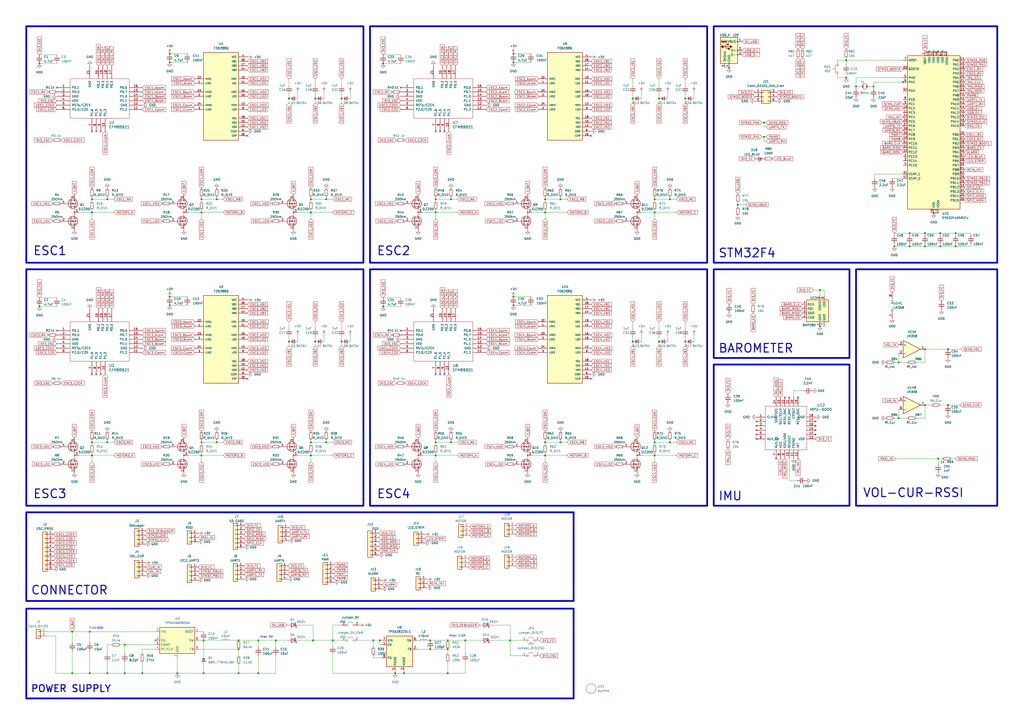
<source format=kicad_sch>
(kicad_sch (version 20230121) (generator eeschema)
  (paper "A2")
  (junction (at 167.64 57.15))
  (junction (at 295.91 371.475))
  (junction (at 527.685 135.255))
  (junction (at 98.425 177.165))
  (junction (at 98.425 172.085))
  (junction (at 554.355 135.255))
  (junction (at 536.575 135.255))
  (junction (at 193.04 371.475))
  (junction (at 222.25 36.83))
  (junction (at 422.91 39.37))
  (junction (at 22.86 36.83))
  (junction (at 297.815 36.195))
  (junction (at 549.91 202.565))
  (junction (at 506.73 50.165))
  (junction (at 116.84 115.57))
  (junction (at 62.23 390.525))
  (junction (at 475.615 189.23))
  (junction (at 220.345 371.475))
  (junction (at 541.655 123.825))
  (junction (at 554.355 142.875))
  (junction (at 98.425 31.115))
  (junction (at 521.335 242.57))
  (junction (at 316.23 256.54))
  (junction (at 181.61 371.475))
  (junction (at 544.195 29.845))
  (junction (at 53.34 115.57))
  (junction (at 252.73 256.54))
  (junction (at 180.34 256.54))
  (junction (at 249.555 371.475))
  (junction (at 367.03 57.15))
  (junction (at 443.23 79.375))
  (junction (at 382.27 198.12))
  (junction (at 222.25 177.8))
  (junction (at 118.11 371.475))
  (junction (at 443.23 71.12))
  (junction (at 72.39 390.525))
  (junction (at 82.55 390.525))
  (junction (at 198.12 198.12))
  (junction (at 138.43 390.525))
  (junction (at 379.73 115.57))
  (junction (at 261.62 115.57))
  (junction (at 261.62 256.54))
  (junction (at 167.64 198.12))
  (junction (at 536.575 234.95))
  (junction (at 259.715 371.475))
  (junction (at 297.815 31.115))
  (junction (at 52.07 390.525))
  (junction (at 116.84 123.19))
  (junction (at 180.34 264.16))
  (junction (at 180.34 115.57))
  (junction (at 180.34 123.19))
  (junction (at 379.73 123.19))
  (junction (at 536.575 142.875))
  (junction (at 316.23 264.16))
  (junction (at 490.855 34.925))
  (junction (at 53.34 264.16))
  (junction (at 523.875 47.625))
  (junction (at 297.815 172.085))
  (junction (at 325.12 256.54))
  (junction (at 544.195 266.065))
  (junction (at 52.07 366.395))
  (junction (at 53.34 256.54))
  (junction (at 138.43 376.555))
  (junction (at 53.34 123.19))
  (junction (at 252.73 264.16))
  (junction (at 367.03 198.12))
  (junction (at 521.335 210.185))
  (junction (at 234.315 390.525))
  (junction (at 125.73 256.54))
  (junction (at 388.62 115.57))
  (junction (at 216.535 371.475))
  (junction (at 397.51 57.15))
  (junction (at 269.875 371.475))
  (junction (at 62.23 256.54))
  (junction (at 125.73 115.57))
  (junction (at 189.23 115.57))
  (junction (at 541.655 29.845))
  (junction (at 118.11 390.525))
  (junction (at 379.73 264.16))
  (junction (at 545.465 142.875))
  (junction (at 160.02 371.475))
  (junction (at 149.86 390.525))
  (junction (at 388.62 256.54))
  (junction (at 62.23 115.57))
  (junction (at 427.99 118.745))
  (junction (at 518.795 142.875))
  (junction (at 252.73 123.19))
  (junction (at 252.73 115.57))
  (junction (at 116.84 256.54))
  (junction (at 297.815 177.165))
  (junction (at 545.465 135.255))
  (junction (at 98.425 36.195))
  (junction (at 496.57 50.165))
  (junction (at 536.575 202.565))
  (junction (at 149.86 371.475))
  (junction (at 259.715 390.525))
  (junction (at 382.27 57.15))
  (junction (at 546.735 29.845))
  (junction (at 325.12 115.57))
  (junction (at 490.855 45.085))
  (junction (at 549.91 234.95))
  (junction (at 72.39 374.015))
  (junction (at 316.23 123.19))
  (junction (at 41.91 366.395))
  (junction (at 182.88 198.12))
  (junction (at 527.685 142.875))
  (junction (at 249.555 376.555))
  (junction (at 189.23 256.54))
  (junction (at 116.84 264.16))
  (junction (at 539.115 29.845))
  (junction (at 198.12 57.15))
  (junction (at 41.91 390.525))
  (junction (at 259.715 376.555))
  (junction (at 138.43 371.475))
  (junction (at 379.73 256.54))
  (junction (at 475.615 168.275))
  (junction (at 397.51 198.12))
  (junction (at 22.86 177.8))
  (junction (at 102.87 390.525))
  (junction (at 229.235 390.525))
  (junction (at 316.23 115.57))
  (junction (at 182.88 57.15))
  (no_connect (at 252.73 217.17))
  (no_connect (at 232.41 191.77))
  (no_connect (at 58.42 217.17))
  (no_connect (at 257.81 217.17))
  (no_connect (at 255.27 217.17))
  (no_connect (at 53.34 217.17))
  (no_connect (at 143.51 78.74))
  (no_connect (at 58.42 76.2))
  (no_connect (at 232.41 50.8))
  (no_connect (at 255.27 76.2))
  (no_connect (at 55.88 217.17))
  (no_connect (at 257.81 76.2))
  (no_connect (at 457.835 230.505))
  (no_connect (at 53.34 76.2))
  (no_connect (at 450.215 266.065))
  (no_connect (at 55.88 76.2))
  (no_connect (at 438.785 254.635))
  (no_connect (at 462.915 230.505))
  (no_connect (at 455.295 230.505))
  (no_connect (at 252.73 76.2))
  (no_connect (at 33.02 191.77))
  (no_connect (at 342.9 219.71))
  (no_connect (at 90.17 371.475))
  (no_connect (at 33.02 50.8))
  (no_connect (at 342.9 78.74))
  (no_connect (at 143.51 219.71))
  (wire (pts (xy 387.35 53.34) (xy 387.35 57.15)))
  (wire (pts (xy 138.43 385.445) (xy 138.43 390.525)))
  (wire (pts (xy 172.72 53.34) (xy 172.72 57.15)))
  (wire (pts (xy 506.73 50.165) (xy 506.73 51.435)))
  (wire (pts (xy 397.51 54.61) (xy 397.51 57.15)))
  (wire (pts (xy 52.07 366.395) (xy 52.07 372.745)))
  (wire (pts (xy 316.23 264.16) (xy 316.23 267.97)))
  (wire (pts (xy 116.84 116.84) (xy 116.84 115.57)))
  (wire (pts (xy 189.23 115.57) (xy 193.04 115.57)))
  (wire (pts (xy 549.91 234.95) (xy 556.895 234.95)))
  (wire (pts (xy 167.64 57.15) (xy 167.64 59.69)))
  (wire (pts (xy 53.34 115.57) (xy 62.23 115.57)))
  (wire (pts (xy 382.27 195.58) (xy 382.27 198.12)))
  (wire (pts (xy 118.11 385.445) (xy 118.11 390.525)))
  (wire (pts (xy 229.235 390.525) (xy 234.315 390.525)))
  (wire (pts (xy 248.285 371.475) (xy 249.555 371.475)))
  (wire (pts (xy 172.72 123.19) (xy 180.34 123.19)))
  (wire (pts (xy 316.23 264.16) (xy 328.93 264.16)))
  (wire (pts (xy 62.23 114.3) (xy 62.23 115.57)))
  (wire (pts (xy 523.875 103.505) (xy 517.525 103.505)))
  (wire (pts (xy 182.88 186.69) (xy 182.88 190.5)))
  (wire (pts (xy 554.355 135.255) (xy 554.355 136.525)))
  (wire (pts (xy 269.875 384.175) (xy 269.875 390.525)))
  (wire (pts (xy 167.64 195.58) (xy 167.64 198.12)))
  (wire (pts (xy 62.23 374.015) (xy 62.23 379.095)))
  (wire (pts (xy 466.09 226.695) (xy 460.375 226.695)))
  (wire (pts (xy 109.22 123.19) (xy 116.84 123.19)))
  (wire (pts (xy 536.575 135.255) (xy 545.465 135.255)))
  (wire (pts (xy 222.25 177.8) (xy 232.41 177.8)))
  (wire (pts (xy 521.335 210.185) (xy 526.415 210.185)))
  (wire (pts (xy 180.34 115.57) (xy 189.23 115.57)))
  (wire (pts (xy 316.23 121.92) (xy 316.23 123.19)))
  (wire (pts (xy 32.385 390.525) (xy 41.91 390.525)))
  (wire (pts (xy 149.86 390.525) (xy 138.43 390.525)))
  (wire (pts (xy 72.39 390.525) (xy 82.55 390.525)))
  (wire (pts (xy 531.495 242.57) (xy 536.575 242.57)))
  (wire (pts (xy 182.88 57.15) (xy 182.88 59.69)))
  (wire (pts (xy 531.495 210.185) (xy 536.575 210.185)))
  (wire (pts (xy 82.55 376.555) (xy 82.55 379.095)))
  (wire (pts (xy 52.07 366.395) (xy 41.91 366.395)))
  (wire (pts (xy 523.875 47.625) (xy 506.73 47.625)))
  (wire (pts (xy 180.34 257.81) (xy 180.34 256.54)))
  (wire (pts (xy 53.34 121.92) (xy 53.34 123.19)))
  (wire (pts (xy 98.425 31.115) (xy 108.585 31.115)))
  (wire (pts (xy 125.73 256.54) (xy 129.54 256.54)))
  (wire (pts (xy 441.96 79.375) (xy 443.23 79.375)))
  (wire (pts (xy 490.855 34.925) (xy 490.855 37.465)))
  (wire (pts (xy 252.73 264.16) (xy 265.43 264.16)))
  (wire (pts (xy 149.86 371.475) (xy 160.02 371.475)))
  (wire (pts (xy 149.86 375.285) (xy 149.86 371.475)))
  (wire (pts (xy 252.73 262.89) (xy 252.73 264.16)))
  (wire (pts (xy 536.575 142.875) (xy 527.685 142.875)))
  (wire (pts (xy 295.91 380.365) (xy 295.91 371.475)))
  (wire (pts (xy 536.575 202.565) (xy 549.91 202.565)))
  (wire (pts (xy 62.23 115.57) (xy 66.04 115.57)))
  (wire (pts (xy 536.575 242.57) (xy 536.575 234.95)))
  (wire (pts (xy 443.23 79.375) (xy 443.23 81.915)))
  (wire (pts (xy 295.91 362.585) (xy 295.91 371.475)))
  (wire (pts (xy 388.62 114.3) (xy 388.62 115.57)))
  (wire (pts (xy 478.155 171.45) (xy 478.155 168.275)))
  (wire (pts (xy 457.835 278.765) (xy 457.835 266.065)))
  (wire (pts (xy 182.88 45.72) (xy 182.88 49.53)))
  (wire (pts (xy 261.62 114.3) (xy 261.62 115.57)))
  (wire (pts (xy 181.61 371.475) (xy 193.04 371.475)))
  (wire (pts (xy 182.88 198.12) (xy 182.88 200.66)))
  (wire (pts (xy 504.19 50.165) (xy 506.73 50.165)))
  (wire (pts (xy 545.465 135.255) (xy 554.355 135.255)))
  (wire (pts (xy 116.84 123.19) (xy 129.54 123.19)))
  (wire (pts (xy 115.57 376.555) (xy 138.43 376.555)))
  (wire (pts (xy 64.77 374.015) (xy 62.23 374.015)))
  (wire (pts (xy 252.73 114.3) (xy 252.73 115.57)))
  (wire (pts (xy 427.99 118.745) (xy 427.99 120.015)))
  (wire (pts (xy 216.535 371.475) (xy 216.535 375.285)))
  (wire (pts (xy 527.685 135.255) (xy 527.685 136.525)))
  (wire (pts (xy 180.34 123.19) (xy 180.34 127)))
  (wire (pts (xy 544.195 29.845) (xy 546.735 29.845)))
  (wire (pts (xy 443.23 81.915) (xy 444.5 81.915)))
  (wire (pts (xy 82.55 376.555) (xy 90.17 376.555)))
  (wire (pts (xy 22.86 36.83) (xy 33.02 36.83)))
  (wire (pts (xy 444.5 79.375) (xy 443.23 79.375)))
  (wire (pts (xy 193.04 371.475) (xy 198.12 371.475)))
  (wire (pts (xy 521.335 237.49) (xy 521.335 242.57)))
  (wire (pts (xy 325.12 255.27) (xy 325.12 256.54)))
  (wire (pts (xy 297.815 177.165) (xy 307.975 177.165)))
  (wire (pts (xy 45.72 264.16) (xy 53.34 264.16)))
  (wire (pts (xy 387.35 194.31) (xy 387.35 198.12)))
  (wire (pts (xy 27.305 366.395) (xy 41.91 366.395)))
  (wire (pts (xy 182.88 54.61) (xy 182.88 57.15)))
  (wire (pts (xy 496.57 50.165) (xy 496.57 51.435)))
  (wire (pts (xy 541.655 29.845) (xy 544.195 29.845)))
  (wire (pts (xy 109.22 264.16) (xy 116.84 264.16)))
  (wire (pts (xy 249.555 376.555) (xy 259.715 376.555)))
  (wire (pts (xy 193.04 362.585) (xy 193.04 371.475)))
  (wire (pts (xy 379.73 256.54) (xy 388.62 256.54)))
  (wire (pts (xy 563.245 136.525) (xy 563.245 135.255)))
  (wire (pts (xy 53.34 116.84) (xy 53.34 115.57)))
  (wire (pts (xy 441.96 71.12) (xy 443.23 71.12)))
  (wire (pts (xy 41.91 377.825) (xy 41.91 390.525)))
  (wire (pts (xy 98.425 177.165) (xy 108.585 177.165)))
  (wire (pts (xy 189.23 256.54) (xy 193.04 256.54)))
  (wire (pts (xy 269.875 390.525) (xy 259.715 390.525)))
  (wire (pts (xy 506.73 47.625) (xy 506.73 50.165)))
  (wire (pts (xy 252.73 123.19) (xy 265.43 123.19)))
  (wire (pts (xy 98.425 172.085) (xy 108.585 172.085)))
  (wire (pts (xy 475.615 189.23) (xy 478.155 189.23)))
  (wire (pts (xy 220.345 374.015) (xy 220.345 371.475)))
  (wire (pts (xy 181.61 362.585) (xy 181.61 371.475)))
  (wire (pts (xy 72.39 374.015) (xy 90.17 374.015)))
  (wire (pts (xy 536.575 210.185) (xy 536.575 202.565)))
  (wire (pts (xy 308.61 264.16) (xy 316.23 264.16)))
  (wire (pts (xy 189.23 114.3) (xy 189.23 115.57)))
  (wire (pts (xy 208.28 371.475) (xy 216.535 371.475)))
  (wire (pts (xy 53.34 114.3) (xy 53.34 115.57)))
  (wire (pts (xy 478.155 168.275) (xy 475.615 168.275)))
  (wire (pts (xy 193.04 374.65) (xy 193.04 371.475)))
  (wire (pts (xy 518.795 142.875) (xy 527.685 142.875)))
  (wire (pts (xy 297.815 172.085) (xy 307.975 172.085)))
  (wire (pts (xy 554.355 142.875) (xy 545.465 142.875)))
  (wire (pts (xy 249.555 371.475) (xy 259.715 371.475)))
  (wire (pts (xy 53.34 262.89) (xy 53.34 264.16)))
  (wire (pts (xy 198.12 186.69) (xy 198.12 190.5)))
  (wire (pts (xy 379.73 123.19) (xy 379.73 127)))
  (wire (pts (xy 382.27 198.12) (xy 382.27 200.66)))
  (wire (pts (xy 316.23 262.89) (xy 316.23 264.16)))
  (wire (pts (xy 388.62 115.57) (xy 392.43 115.57)))
  (wire (pts (xy 220.345 371.475) (xy 221.615 371.475)))
  (wire (pts (xy 367.03 45.72) (xy 367.03 49.53)))
  (wire (pts (xy 193.04 379.73) (xy 193.04 390.525)))
  (wire (pts (xy 22.86 177.8) (xy 33.02 177.8)))
  (wire (pts (xy 245.11 264.16) (xy 252.73 264.16)))
  (wire (pts (xy 397.51 198.12) (xy 397.51 200.66)))
  (wire (pts (xy 496.57 45.085) (xy 496.57 50.165)))
  (wire (pts (xy 420.37 39.37) (xy 422.91 39.37)))
  (wire (pts (xy 388.62 256.54) (xy 392.43 256.54)))
  (wire (pts (xy 367.03 186.69) (xy 367.03 190.5)))
  (wire (pts (xy 138.43 390.525) (xy 118.11 390.525)))
  (wire (pts (xy 302.895 380.365) (xy 295.91 380.365)))
  (wire (pts (xy 316.23 256.54) (xy 325.12 256.54)))
  (wire (pts (xy 252.73 255.27) (xy 252.73 256.54)))
  (wire (pts (xy 115.57 371.475) (xy 118.11 371.475)))
  (wire (pts (xy 261.62 115.57) (xy 265.43 115.57)))
  (wire (pts (xy 523.875 100.965) (xy 507.365 100.965)))
  (wire (pts (xy 216.535 381.635) (xy 221.615 381.635)))
  (wire (pts (xy 125.73 255.27) (xy 125.73 256.54)))
  (wire (pts (xy 203.2 194.31) (xy 203.2 198.12)))
  (wire (pts (xy 367.03 57.15) (xy 367.03 59.69)))
  (wire (pts (xy 259.715 390.525) (xy 234.315 390.525)))
  (wire (pts (xy 261.62 256.54) (xy 265.43 256.54)))
  (wire (pts (xy 382.27 186.69) (xy 382.27 190.5)))
  (wire (pts (xy 167.64 198.12) (xy 167.64 200.66)))
  (wire (pts (xy 62.23 384.175) (xy 62.23 390.525)))
  (wire (pts (xy 41.91 390.525) (xy 52.07 390.525)))
  (wire (pts (xy 82.55 384.175) (xy 82.55 390.525)))
  (wire (pts (xy 325.12 256.54) (xy 328.93 256.54)))
  (wire (pts (xy 222.25 36.83) (xy 232.41 36.83)))
  (wire (pts (xy 118.11 371.475) (xy 128.27 371.475)))
  (wire (pts (xy 187.96 53.34) (xy 187.96 57.15)))
  (wire (pts (xy 527.685 142.875) (xy 527.685 141.605)))
  (wire (pts (xy 379.73 115.57) (xy 388.62 115.57)))
  (wire (pts (xy 160.02 390.525) (xy 149.86 390.525)))
  (wire (pts (xy 297.815 36.195) (xy 307.975 36.195)))
  (wire (pts (xy 198.12 198.12) (xy 198.12 200.66)))
  (wire (pts (xy 379.73 262.89) (xy 379.73 264.16)))
  (wire (pts (xy 22.86 31.75) (xy 33.02 31.75)))
  (wire (pts (xy 269.875 371.475) (xy 278.13 371.475)))
  (wire (pts (xy 62.23 256.54) (xy 66.04 256.54)))
  (wire (pts (xy 372.11 264.16) (xy 379.73 264.16)))
  (wire (pts (xy 198.12 45.72) (xy 198.12 49.53)))
  (wire (pts (xy 367.03 198.12) (xy 367.03 200.66)))
  (wire (pts (xy 149.86 380.365) (xy 149.86 390.525)))
  (wire (pts (xy 252.73 123.19) (xy 252.73 127)))
  (wire (pts (xy 471.805 168.275) (xy 475.615 168.275)))
  (wire (pts (xy 544.195 266.065) (xy 544.195 269.24)))
  (wire (pts (xy 160.02 371.475) (xy 160.02 375.285)))
  (wire (pts (xy 180.34 264.16) (xy 193.04 264.16)))
  (wire (pts (xy 427.99 117.475) (xy 427.99 118.745)))
  (wire (pts (xy 554.355 135.255) (xy 563.245 135.255)))
  (wire (pts (xy 245.11 123.19) (xy 252.73 123.19)))
  (wire (pts (xy 252.73 256.54) (xy 261.62 256.54)))
  (wire (pts (xy 518.795 135.255) (xy 527.685 135.255)))
  (wire (pts (xy 536.575 234.95) (xy 540.385 234.95)))
  (wire (pts (xy 549.91 202.565) (xy 557.53 202.565)))
  (wire (pts (xy 53.34 123.19) (xy 66.04 123.19)))
  (wire (pts (xy 62.23 255.27) (xy 62.23 256.54)))
  (wire (pts (xy 98.425 36.195) (xy 108.585 36.195)))
  (wire (pts (xy 261.62 255.27) (xy 261.62 256.54)))
  (wire (pts (xy 518.795 242.57) (xy 521.335 242.57)))
  (wire (pts (xy 490.855 45.085) (xy 485.775 45.085)))
  (wire (pts (xy 462.28 278.765) (xy 457.835 278.765)))
  (wire (pts (xy 490.855 34.925) (xy 523.875 34.925)))
  (wire (pts (xy 285.75 362.585) (xy 295.91 362.585)))
  (wire (pts (xy 180.34 264.16) (xy 180.34 267.97)))
  (wire (pts (xy 490.855 33.655) (xy 490.855 34.925)))
  (wire (pts (xy 379.73 264.16) (xy 392.43 264.16)))
  (wire (pts (xy 521.335 242.57) (xy 526.415 242.57)))
  (wire (pts (xy 316.23 257.81) (xy 316.23 256.54)))
  (wire (pts (xy 545.465 141.605) (xy 545.465 142.875)))
  (wire (pts (xy 116.84 264.16) (xy 129.54 264.16)))
  (wire (pts (xy 525.145 47.625) (xy 523.875 47.625)))
  (wire (pts (xy 62.23 390.525) (xy 72.39 390.525)))
  (wire (pts (xy 397.51 195.58) (xy 397.51 198.12)))
  (wire (pts (xy 182.88 195.58) (xy 182.88 198.12)))
  (wire (pts (xy 222.25 31.75) (xy 232.41 31.75)))
  (wire (pts (xy 198.12 57.15) (xy 198.12 59.69)))
  (wire (pts (xy 252.73 264.16) (xy 252.73 267.97)))
  (wire (pts (xy 138.43 376.555) (xy 138.43 380.365)))
  (wire (pts (xy 125.73 114.3) (xy 125.73 115.57)))
  (wire (pts (xy 536.575 135.255) (xy 536.575 136.525)))
  (wire (pts (xy 102.87 390.525) (xy 118.11 390.525)))
  (wire (pts (xy 198.12 195.58) (xy 198.12 198.12)))
  (wire (pts (xy 518.795 136.525) (xy 518.795 135.255)))
  (wire (pts (xy 82.55 390.525) (xy 102.87 390.525)))
  (wire (pts (xy 545.465 142.875) (xy 536.575 142.875)))
  (wire (pts (xy 379.73 116.84) (xy 379.73 115.57)))
  (wire (pts (xy 252.73 116.84) (xy 252.73 115.57)))
  (wire (pts (xy 372.11 194.31) (xy 372.11 198.12)))
  (wire (pts (xy 133.35 371.475) (xy 138.43 371.475)))
  (wire (pts (xy 252.73 257.81) (xy 252.73 256.54)))
  (wire (pts (xy 180.34 262.89) (xy 180.34 264.16)))
  (wire (pts (xy 372.11 53.34) (xy 372.11 57.15)))
  (wire (pts (xy 116.84 115.57) (xy 125.73 115.57)))
  (wire (pts (xy 259.715 384.175) (xy 259.715 390.525)))
  (wire (pts (xy 52.07 366.395) (xy 90.17 366.395)))
  (wire (pts (xy 180.34 114.3) (xy 180.34 115.57)))
  (wire (pts (xy 402.59 194.31) (xy 402.59 198.12)))
  (wire (pts (xy 180.34 121.92) (xy 180.34 123.19)))
  (wire (pts (xy 172.72 194.31) (xy 172.72 198.12)))
  (wire (pts (xy 172.72 264.16) (xy 180.34 264.16)))
  (wire (pts (xy 316.23 255.27) (xy 316.23 256.54)))
  (wire (pts (xy 316.23 116.84) (xy 316.23 115.57)))
  (wire (pts (xy 52.07 390.525) (xy 62.23 390.525)))
  (wire (pts (xy 173.99 362.585) (xy 181.61 362.585)))
  (wire (pts (xy 116.84 262.89) (xy 116.84 264.16)))
  (wire (pts (xy 167.64 54.61) (xy 167.64 57.15)))
  (wire (pts (xy 69.85 374.015) (xy 72.39 374.015)))
  (wire (pts (xy 116.84 114.3) (xy 116.84 115.57)))
  (wire (pts (xy 22.86 172.72) (xy 33.02 172.72)))
  (wire (pts (xy 193.04 390.525) (xy 229.235 390.525)))
  (wire (pts (xy 382.27 45.72) (xy 382.27 49.53)))
  (wire (pts (xy 180.34 255.27) (xy 180.34 256.54)))
  (wire (pts (xy 252.73 115.57) (xy 261.62 115.57)))
  (wire (pts (xy 241.935 371.475) (xy 243.205 371.475)))
  (wire (pts (xy 173.99 371.475) (xy 181.61 371.475)))
  (wire (pts (xy 116.84 257.81) (xy 116.84 256.54)))
  (wire (pts (xy 382.27 54.61) (xy 382.27 57.15)))
  (wire (pts (xy 496.57 50.165) (xy 499.11 50.165)))
  (wire (pts (xy 379.73 264.16) (xy 379.73 267.97)))
  (wire (pts (xy 285.75 371.475) (xy 295.91 371.475)))
  (wire (pts (xy 397.51 186.69) (xy 397.51 190.5)))
  (wire (pts (xy 427.99 118.745) (xy 432.435 118.745)))
  (wire (pts (xy 527.685 135.255) (xy 536.575 135.255)))
  (wire (pts (xy 116.84 123.19) (xy 116.84 127)))
  (wire (pts (xy 116.84 255.27) (xy 116.84 256.54)))
  (wire (pts (xy 563.245 142.875) (xy 554.355 142.875)))
  (wire (pts (xy 379.73 121.92) (xy 379.73 123.19)))
  (wire (pts (xy 180.34 123.19) (xy 193.04 123.19)))
  (wire (pts (xy 545.465 135.255) (xy 545.465 136.525)))
  (wire (pts (xy 297.815 31.115) (xy 307.975 31.115)))
  (wire (pts (xy 443.23 71.12) (xy 444.5 71.12)))
  (wire (pts (xy 203.2 53.34) (xy 203.2 57.15)))
  (wire (pts (xy 116.84 264.16) (xy 116.84 267.97)))
  (wire (pts (xy 521.335 205.105) (xy 521.335 210.185)))
  (wire (pts (xy 367.03 195.58) (xy 367.03 198.12)))
  (wire (pts (xy 116.84 256.54) (xy 125.73 256.54)))
  (wire (pts (xy 475.615 171.45) (xy 475.615 168.275)))
  (wire (pts (xy 536.575 141.605) (xy 536.575 142.875)))
  (wire (pts (xy 490.855 42.545) (xy 490.855 45.085)))
  (wire (pts (xy 53.34 257.81) (xy 53.34 256.54)))
  (wire (pts (xy 544.195 266.065) (xy 546.735 266.065)))
  (wire (pts (xy 397.51 57.15) (xy 397.51 59.69)))
  (wire (pts (xy 397.51 45.72) (xy 397.51 49.53)))
  (wire (pts (xy 316.23 123.19) (xy 328.93 123.19)))
  (wire (pts (xy 546.735 29.845) (xy 549.275 29.845)))
  (wire (pts (xy 382.27 57.15) (xy 382.27 59.69)))
  (wire (pts (xy 308.61 123.19) (xy 316.23 123.19)))
  (wire (pts (xy 554.355 141.605) (xy 554.355 142.875)))
  (wire (pts (xy 138.43 371.475) (xy 149.86 371.475)))
  (wire (pts (xy 116.84 121.92) (xy 116.84 123.19)))
  (wire (pts (xy 234.315 389.255) (xy 234.315 390.525)))
  (wire (pts (xy 519.43 266.065) (xy 544.195 266.065)))
  (wire (pts (xy 316.23 114.3) (xy 316.23 115.57)))
  (wire (pts (xy 53.34 123.19) (xy 53.34 127)))
  (wire (pts (xy 221.615 374.015) (xy 220.345 374.015)))
  (wire (pts (xy 229.235 389.255) (xy 229.235 390.525)))
  (wire (pts (xy 460.375 226.695) (xy 460.375 230.505)))
  (wire (pts (xy 53.34 264.16) (xy 53.34 267.97)))
  (wire (pts (xy 541.655 123.825) (xy 544.195 123.825)))
  (wire (pts (xy 379.73 255.27) (xy 379.73 256.54)))
  (wire (pts (xy 325.12 114.3) (xy 325.12 115.57)))
  (wire (pts (xy 167.64 186.69) (xy 167.64 190.5)))
  (wire (pts (xy 443.23 73.66) (xy 443.23 71.12)))
  (wire (pts (xy 125.73 115.57) (xy 129.54 115.57)))
  (wire (pts (xy 388.62 255.27) (xy 388.62 256.54)))
  (wire (pts (xy 198.12 362.585) (xy 193.04 362.585)))
  (wire (pts (xy 367.03 54.61) (xy 367.03 57.15)))
  (wire (pts (xy 518.795 210.185) (xy 521.335 210.185)))
  (wire (pts (xy 160.02 380.365) (xy 160.02 390.525)))
  (wire (pts (xy 539.115 29.845) (xy 541.655 29.845)))
  (wire (pts (xy 53.34 256.54) (xy 62.23 256.54)))
  (wire (pts (xy 379.73 257.81) (xy 379.73 256.54)))
  (wire (pts (xy 518.795 141.605) (xy 518.795 142.875)))
  (wire (pts (xy 222.25 172.72) (xy 232.41 172.72)))
  (wire (pts (xy 523.875 45.085) (xy 496.57 45.085)))
  (wire (pts (xy 216.535 371.475) (xy 220.345 371.475)))
  (wire (pts (xy 252.73 121.92) (xy 252.73 123.19)))
  (wire (pts (xy 72.39 384.175) (xy 72.39 390.525)))
  (wire (pts (xy 41.91 366.395) (xy 41.91 372.745)))
  (wire (pts (xy 325.12 115.57) (xy 328.93 115.57)))
  (wire (pts (xy 444.5 73.66) (xy 443.23 73.66)))
  (wire (pts (xy 372.11 123.19) (xy 379.73 123.19)))
  (wire (pts (xy 189.23 255.27) (xy 189.23 256.54)))
  (wire (pts (xy 402.59 53.34) (xy 402.59 57.15)))
  (wire (pts (xy 115.57 366.395) (xy 118.11 366.395)))
  (wire (pts (xy 32.385 368.935) (xy 32.385 390.525)))
  (wire (pts (xy 160.02 371.475) (xy 166.37 371.475)))
  (wire (pts (xy 536.575 29.845) (xy 539.115 29.845)))
  (wire (pts (xy 167.64 45.72) (xy 167.64 49.53)))
  (wire (pts (xy 490.855 34.925) (xy 485.775 34.925)))
  (wire (pts (xy 554.355 266.065) (xy 551.815 266.065)))
  (wire (pts (xy 216.535 380.365) (xy 216.535 381.635)))
  (wire (pts (xy 118.11 371.475) (xy 118.11 380.365)))
  (wire (pts (xy 269.875 379.095) (xy 269.875 371.475)))
  (wire (pts (xy 563.245 141.605) (xy 563.245 142.875)))
  (wire (pts (xy 295.91 371.475) (xy 302.895 371.475)))
  (wire (pts (xy 316.23 123.19) (xy 316.23 127)))
  (wire (pts (xy 379.73 114.3) (xy 379.73 115.57)))
  (wire (pts (xy 507.365 100.965) (xy 507.365 103.505)))
  (wire (pts (xy 53.34 255.27) (xy 53.34 256.54)))
  (wire (pts (xy 259.715 376.555) (xy 259.715 379.095)))
  (wire (pts (xy 180.34 116.84) (xy 180.34 115.57)))
  (wire (pts (xy 316.23 115.57) (xy 325.12 115.57)))
  (wire (pts (xy 53.34 264.16) (xy 66.04 264.16)))
  (wire (pts (xy 102.87 381.635) (xy 102.87 390.525)))
  (wire (pts (xy 241.935 376.555) (xy 249.555 376.555)))
  (wire (pts (xy 379.73 123.19) (xy 392.43 123.19)))
  (wire (pts (xy 545.465 234.95) (xy 549.91 234.95)))
  (wire (pts (xy 180.34 256.54) (xy 189.23 256.54)))
  (wire (pts (xy 72.39 374.015) (xy 72.39 379.095)))
  (wire (pts (xy 52.07 377.825) (xy 52.07 390.525)))
  (wire (pts (xy 45.72 123.19) (xy 53.34 123.19)))
  (wire (pts (xy 187.96 194.31) (xy 187.96 198.12)))
  (wire (pts (xy 198.12 54.61) (xy 198.12 57.15)))
  (wire (pts (xy 269.875 371.475) (xy 259.715 371.475)))
  (wire (pts (xy 27.305 368.935) (xy 32.385 368.935)))
  (rectangle (start 414.02 156.21) (end 492.76 207.645) (stroke (width 1)))
  (rectangle (start 15.24 353.06) (end 332.74 405.13) (stroke (width 1)))
  (rectangle (start 15.24 156.21) (end 210.82 293.37) (stroke (width 1)))
  (rectangle (start 214.63 156.21) (end 410.21 293.37) (stroke (width 1)))
  (rectangle (start 414.02 15.24) (end 578.485 152.4) (stroke (width 1)))
  (rectangle (start 414.02 211.455) (end 492.76 293.37) (stroke (width 1)))
  (rectangle (start 214.63 15.24) (end 410.21 152.4) (stroke (width 1)))
  (rectangle (start 15.24 297.18) (end 332.74 348.615) (stroke (width 1)))
  (rectangle (start 496.57 156.21) (end 578.485 293.37) (stroke (width 1)))
  (rectangle (start 15.24 15.24) (end 210.82 152.4) (stroke (width 1)))
  (text "VOL-CUR-RSSI" (at 500.38 288.925 0) (effects (font (size 5 5) (thickness 0.6) bold) (justify left bottom)))
  (text "ESC1" (at 19.05 148.59 0) (effects (font (size 5 5) (thickness 0.6) bold) (justify left bottom)))
  (text "BAROMETER" (at 416.56 205.105 0) (effects (font (size 5 5) (thickness 0.6) bold) (justify left bottom)))
  (text "ESC4" (at 218.44 289.56 0) (effects (font (size 5 5) (thickness 0.6) bold) (justify left bottom)))
  (text "7.4V~60V" (at 51.435 365.125 0) (effects (font (size 1.27 1.27)) (justify left bottom)))
  (text "CONNECTOR" (at 17.78 345.44 0) (effects (font (size 5 5) (thickness 0.6) bold) (justify left bottom)))
  (text "IMU" (at 416.56 290.83 0) (effects (font (size 5 5) (thickness 0.6) bold) (justify left bottom)))
  (text "ESC3" (at 19.05 289.56 0) (effects (font (size 5 5) (thickness 0.6) bold) (justify left bottom)))
  (text "Imax 5A" (at 150.495 370.205 0) (effects (font (size 1.27 1.27)) (justify left bottom)))
  (text "ESC2" (at 218.44 148.59 0) (effects (font (size 5 5) (thickness 0.6) bold) (justify left bottom)))
  (text "POWER SUPPLY\n" (at 17.78 401.955 0) (effects (font (size 4 4) (thickness 0.6) bold) (justify left bottom)))
  (text "Imax 1.5A" (at 260.35 369.57 0) (effects (font (size 1.27 1.27)) (justify left bottom)))
  (text "STM32F4" (at 416.56 149.86 0) (effects (font (size 5 5) (thickness 0.6) bold) (justify left bottom)))
  (global_label "ESC4_Ccom" (shape input) (at 312.42 204.47 180) (property "Intersheetrefs" "${INTERSHEET_REFS}" (effects hide)))
  (global_label "ESC1_COM" (shape input) (at 116.84 109.22 90) (property "Intersheetrefs" "${INTERSHEET_REFS}" (effects hide)))
  (global_label "ALARM" (shape input) (at 221.615 339.09 0) (property "Intersheetrefs" "${INTERSHEET_REFS}" (effects hide)))
  (global_label "PWM7" (shape input) (at 523.875 78.105 180) (property "Intersheetrefs" "${INTERSHEET_REFS}" (effects hide)))
  (global_label "ESC3_VS3" (shape input) (at 143.51 214.63 0) (property "Intersheetrefs" "${INTERSHEET_REFS}" (effects hide)))
  (global_label "ESC1_VB1" (shape input) (at 167.64 59.69 270) (property "Intersheetrefs" "${INTERSHEET_REFS}" (effects hide)))
  (global_label "ESC4_LO2" (shape input) (at 342.9 196.85 0) (property "Intersheetrefs" "${INTERSHEET_REFS}" (effects hide)))
  (global_label "ESC4_LO1" (shape input) (at 342.9 189.23 0) (property "Intersheetrefs" "${INTERSHEET_REFS}" (effects hide)))
  (global_label "SPI2_CS" (shape input) (at 559.435 108.585 0) (property "Intersheetrefs" "${INTERSHEET_REFS}" (effects hide)))
  (global_label "3V3_FC" (shape input) (at 517.525 169.545 90) (property "Intersheetrefs" "${INTERSHEET_REFS}" (effects hide)))
  (global_label "STM32_PB11" (shape input) (at 114.935 334.01 0) (property "Intersheetrefs" "${INTERSHEET_REFS}" (effects hide)))
  (global_label "ESC2_Apwm" (shape input) (at 312.42 45.72 180) (property "Intersheetrefs" "${INTERSHEET_REFS}" (effects hide)))
  (global_label "ESC3_C2D" (shape input) (at 31.115 322.58 0) (property "Intersheetrefs" "${INTERSHEET_REFS}" (effects hide)))
  (global_label "5V_USB" (shape input) (at 427.99 112.395 90) (property "Intersheetrefs" "${INTERSHEET_REFS}" (effects hide)))
  (global_label "PWM6" (shape input) (at 559.435 55.245 0) (property "Intersheetrefs" "${INTERSHEET_REFS}" (effects hide)))
  (global_label "ESC2_HO3" (shape input) (at 342.9 60.96 0) (property "Intersheetrefs" "${INTERSHEET_REFS}" (effects hide)))
  (global_label "3V3_FC" (shape input) (at 471.805 168.275 180) (property "Intersheetrefs" "${INTERSHEET_REFS}" (effects hide)))
  (global_label "STM32_PA1" (shape input) (at 559.435 37.465 0) (property "Intersheetrefs" "${INTERSHEET_REFS}" (effects hide)))
  (global_label "ESC4_Acom" (shape input) (at 281.94 194.31 0) (property "Intersheetrefs" "${INTERSHEET_REFS}" (effects hide)))
  (global_label "ESC4_Bcom" (shape input) (at 312.42 196.85 180) (property "Intersheetrefs" "${INTERSHEET_REFS}" (effects hide)))
  (global_label "ESC2_MA" (shape input) (at 265.43 115.57 0) (property "Intersheetrefs" "${INTERSHEET_REFS}" (effects hide)))
  (global_label "SPI2_CLK" (shape input) (at 141.605 314.96 0) (property "Intersheetrefs" "${INTERSHEET_REFS}" (effects hide)))
  (global_label "ESC1_Bpwm" (shape input) (at 113.03 53.34 180) (property "Intersheetrefs" "${INTERSHEET_REFS}" (effects hide)))
  (global_label "MOTOR4_B" (shape input) (at 328.93 264.16 0) (property "Intersheetrefs" "${INTERSHEET_REFS}" (effects hide)))
  (global_label "ESC2_COM" (shape input) (at 316.23 109.22 90) (property "Intersheetrefs" "${INTERSHEET_REFS}" (effects hide)))
  (global_label "ESC3_VS2" (shape input) (at 116.84 267.97 270) (property "Intersheetrefs" "${INTERSHEET_REFS}" (effects hide)))
  (global_label "MOTOR3_A" (shape input) (at 271.78 323.85 0) (property "Intersheetrefs" "${INTERSHEET_REFS}" (effects hide)))
  (global_label "ESC1_HO1" (shape input) (at 143.51 45.72 0) (property "Intersheetrefs" "${INTERSHEET_REFS}" (effects hide)))
  (global_label "MOTOR1_B" (shape input) (at 272.415 307.975 0) (property "Intersheetrefs" "${INTERSHEET_REFS}" (effects hide)))
  (global_label "ESC1_LO1" (shape input) (at 143.51 48.26 0) (property "Intersheetrefs" "${INTERSHEET_REFS}" (effects hide)))
  (global_label "SENS_VOL" (shape input) (at 523.875 62.865 180) (property "Intersheetrefs" "${INTERSHEET_REFS}" (effects hide)))
  (global_label "3V3_FC" (shape input) (at 436.88 176.53 90) (property "Intersheetrefs" "${INTERSHEET_REFS}" (effects hide)))
  (global_label "UART4_TX" (shape input) (at 167.64 308.61 0) (property "Intersheetrefs" "${INTERSHEET_REFS}" (effects hide)))
  (global_label "PWM7" (shape input) (at 193.675 332.74 0) (property "Intersheetrefs" "${INTERSHEET_REFS}" (effects hide)))
  (global_label "STM32_PB10" (shape input) (at 114.935 331.47 0) (property "Intersheetrefs" "${INTERSHEET_REFS}" (effects hide)))
  (global_label "3V3_ESC" (shape input) (at 222.25 31.75 90) (property "Intersheetrefs" "${INTERSHEET_REFS}" (effects hide)))
  (global_label "IMU_MOSI" (shape input) (at 450.215 230.505 90) (property "Intersheetrefs" "${INTERSHEET_REFS}" (effects hide)))
  (global_label "LED_BLUE" (shape input) (at 559.435 90.805 0) (property "Intersheetrefs" "${INTERSHEET_REFS}" (effects hide)))
  (global_label "3V3_FC" (shape input) (at 167.005 328.295 0) (property "Intersheetrefs" "${INTERSHEET_REFS}" (effects hide)))
  (global_label "ESC4_Bcom" (shape input) (at 281.94 199.39 0) (property "Intersheetrefs" "${INTERSHEET_REFS}" (effects hide)))
  (global_label "ESC4_Cpwm" (shape input) (at 281.94 204.47 0) (property "Intersheetrefs" "${INTERSHEET_REFS}" (effects hide)))
  (global_label "ESC2_VS2" (shape input) (at 342.9 71.12 0) (property "Intersheetrefs" "${INTERSHEET_REFS}" (effects hide)))
  (global_label "3V3_ESC" (shape input) (at 313.055 380.365 0) (property "Intersheetrefs" "${INTERSHEET_REFS}" (effects hide)))
  (global_label "MOTOR2_B" (shape input) (at 299.085 307.34 0) (property "Intersheetrefs" "${INTERSHEET_REFS}" (effects hide)))
  (global_label "3V3_FC" (shape input) (at 546.1 174.625 90) (property "Intersheetrefs" "${INTERSHEET_REFS}" (effects hide)))
  (global_label "MOTOR4_C" (shape input) (at 392.43 264.16 0) (property "Intersheetrefs" "${INTERSHEET_REFS}" (effects hide)))
  (global_label "3V3_ESC" (shape input) (at 229.87 222.25 180) (property "Intersheetrefs" "${INTERSHEET_REFS}" (effects hide)))
  (global_label "USB_D+" (shape input) (at 430.53 29.21 0) (property "Intersheetrefs" "${INTERSHEET_REFS}" (effects hide)))
  (global_label "BARO_MOSI" (shape input) (at 523.875 88.265 180) (property "Intersheetrefs" "${INTERSHEET_REFS}" (effects hide)))
  (global_label "ESC2_LO1" (shape input) (at 342.9 48.26 0) (property "Intersheetrefs" "${INTERSHEET_REFS}" (effects hide)))
  (global_label "I2C2_SCL" (shape input) (at 465.455 33.655 270) (property "Intersheetrefs" "${INTERSHEET_REFS}" (effects hide)))
  (global_label "ESC1_VS3" (shape input) (at 198.12 45.72 90) (property "Intersheetrefs" "${INTERSHEET_REFS}" (effects hide)))
  (global_label "ESC4_VS1" (shape input) (at 252.73 267.97 270) (property "Intersheetrefs" "${INTERSHEET_REFS}" (effects hide)))
  (global_label "ESC4_LO3" (shape input) (at 342.9 204.47 0) (property "Intersheetrefs" "${INTERSHEET_REFS}" (effects hide)))
  (global_label "ESC2_Bcom" (shape input) (at 312.42 55.88 180) (property "Intersheetrefs" "${INTERSHEET_REFS}" (effects hide)))
  (global_label "ESC1_VB1" (shape input) (at 143.51 35.56 0) (property "Intersheetrefs" "${INTERSHEET_REFS}" (effects hide)))
  (global_label "UART4_RX" (shape input) (at 444.5 81.915 0) (property "Intersheetrefs" "${INTERSHEET_REFS}" (effects hide)))
  (global_label "IMU_MOSI" (shape input) (at 559.435 52.705 0) (property "Intersheetrefs" "${INTERSHEET_REFS}" (effects hide)))
  (global_label "3V3_ESC" (shape input) (at 232.41 199.39 180) (property "Intersheetrefs" "${INTERSHEET_REFS}" (effects hide)))
  (global_label "ESC2_Ccom" (shape input) (at 260.35 76.2 270) (property "Intersheetrefs" "${INTERSHEET_REFS}" (effects hide)))
  (global_label "ESC4_C2CK" (shape input) (at 232.41 201.93 180) (property "Intersheetrefs" "${INTERSHEET_REFS}" (effects hide)))
  (global_label "UART6_RX" (shape input) (at 523.875 75.565 180) (property "Intersheetrefs" "${INTERSHEET_REFS}" (effects hide)))
  (global_label "ESC4_VS2" (shape input) (at 342.9 212.09 0) (property "Intersheetrefs" "${INTERSHEET_REFS}" (effects hide)))
  (global_label "3V3_FC" (shape input) (at 313.055 371.475 0) (property "Intersheetrefs" "${INTERSHEET_REFS}" (effects hide)))
  (global_label "ESC2_VS2" (shape input) (at 316.23 127 270) (property "Intersheetrefs" "${INTERSHEET_REFS}" (effects hide)))
  (global_label "ESC3_VS1" (shape input) (at 167.64 186.69 90) (property "Intersheetrefs" "${INTERSHEET_REFS}" (effects hide)))
  (global_label "ESC3_Apwm" (shape input) (at 113.03 186.69 180) (property "Intersheetrefs" "${INTERSHEET_REFS}" (effects hide)))
  (global_label "ESC4_COM" (shape input) (at 316.23 250.19 90) (property "Intersheetrefs" "${INTERSHEET_REFS}" (effects hide)))
  (global_label "ESC1_HO1" (shape input) (at 30.48 118.11 180) (property "Intersheetrefs" "${INTERSHEET_REFS}" (effects hide)))
  (global_label "ESC1_MB" (shape input) (at 62.23 38.1 90) (property "Intersheetrefs" "${INTERSHEET_REFS}" (effects hide)))
  (global_label "3V3_ESC" (shape input) (at 33.02 58.42 180) (property "Intersheetrefs" "${INTERSHEET_REFS}" (effects hide)))
  (global_label "STM32_PB11" (shape input) (at 559.435 106.045 0) (property "Intersheetrefs" "${INTERSHEET_REFS}" (effects hide)))
  (global_label "IMU_MISO" (shape input) (at 559.435 50.165 0) (property "Intersheetrefs" "${INTERSHEET_REFS}" (effects hide)))
  (global_label "ESC2_LO3" (shape input) (at 356.87 128.27 180) (property "Intersheetrefs" "${INTERSHEET_REFS}" (effects hide)))
  (global_label "IMU_MISO" (shape input) (at 455.295 266.065 270) (property "Intersheetrefs" "${INTERSHEET_REFS}" (effects hide)))
  (global_label "ESC3_Bpwm" (shape input) (at 113.03 194.31 180) (property "Intersheetrefs" "${INTERSHEET_REFS}" (effects hide)))
  (global_label "BARO_CS" (shape input) (at 465.455 184.15 180) (property "Intersheetrefs" "${INTERSHEET_REFS}" (effects hide)))
  (global_label "ESC2_Apwm" (shape input) (at 281.94 50.8 0) (property "Intersheetrefs" "${INTERSHEET_REFS}" (effects hide)))
  (global_label "ESC1_Bcom" (shape input) (at 82.55 58.42 0) (property "Intersheetrefs" "${INTERSHEET_REFS}" (effects hide)))
  (global_label "ESC1_Cpwm" (shape input) (at 113.03 60.96 180) (property "Intersheetrefs" "${INTERSHEET_REFS}" (effects hide)))
  (global_label "ESC4_MA" (shape input) (at 265.43 256.54 0) (property "Intersheetrefs" "${INTERSHEET_REFS}" (effects hide)))
  (global_label "ESC3_C2D" (shape input) (at 33.02 204.47 180) (property "Intersheetrefs" "${INTERSHEET_REFS}" (effects hide)))
  (global_label "ESC3_C2CK" (shape input) (at 31.115 320.04 0) (property "Intersheetrefs" "${INTERSHEET_REFS}" (effects hide)))
  (global_label "ESC2_MB" (shape input) (at 261.62 38.1 90) (property "Intersheetrefs" "${INTERSHEET_REFS}" (effects hide)))
  (global_label "V_BAT" (shape input) (at 41.91 366.395 90) (property "Intersheetrefs" "${INTERSHEET_REFS}" (effects hide)))
  (global_label "ESC3_COM" (shape input) (at 180.34 250.19 90) (property "Intersheetrefs" "${INTERSHEET_REFS}" (effects hide)))
  (global_label "MOTOR2_C" (shape input) (at 299.085 309.88 0) (property "Intersheetrefs" "${INTERSHEET_REFS}" (effects hide)))
  (global_label "SENS_RSSI" (shape input) (at 444.5 71.12 0) (property "Intersheetrefs" "${INTERSHEET_REFS}" (effects hide)))
  (global_label "ESC2_LO2" (shape input) (at 342.9 55.88 0) (property "Intersheetrefs" "${INTERSHEET_REFS}" (effects hide)))
  (global_label "ESC2_Ccom" (shape input) (at 312.42 63.5 180) (property "Intersheetrefs" "${INTERSHEET_REFS}" (effects hide)))
  (global_label "BARO_MISO" (shape input) (at 465.455 181.61 180) (property "Intersheetrefs" "${INTERSHEET_REFS}" (effects hide)))
  (global_label "ESC2_VB2" (shape input) (at 382.27 59.69 270) (property "Intersheetrefs" "${INTERSHEET_REFS}" (effects hide)))
  (global_label "STM32_DIO" (shape input) (at 84.455 310.515 0) (property "Intersheetrefs" "${INTERSHEET_REFS}" (effects hide)))
  (global_label "ESC3_MA" (shape input) (at 66.04 256.54 0) (property "Intersheetrefs" "${INTERSHEET_REFS}" (effects hide)))
  (global_label "SPI2_CLK" (shape input) (at 559.435 111.125 0) (property "Intersheetrefs" "${INTERSHEET_REFS}" (effects hide)))
  (global_label "STM32_BOOT1" (shape input) (at 559.435 83.185 0) (property "Intersheetrefs" "${INTERSHEET_REFS}" (effects hide)))
  (global_label "ESC3_VB2" (shape input) (at 143.51 179.07 0) (property "Intersheetrefs" "${INTERSHEET_REFS}" (effects hide)))
  (global_label "MOTOR1_A" (shape input) (at 272.415 305.435 0) (property "Intersheetrefs" "${INTERSHEET_REFS}" (effects hide)))
  (global_label "V_BAT" (shape input) (at 170.18 254 90) (property "Intersheetrefs" "${INTERSHEET_REFS}" (effects hide)))
  (global_label "ESC3_Bcom" (shape input) (at 113.03 196.85 180) (property "Intersheetrefs" "${INTERSHEET_REFS}" (effects hide)))
  (global_label "ESC4_HO1" (shape input) (at 342.9 186.69 0) (property "Intersheetrefs" "${INTERSHEET_REFS}" (effects hide)))
  (global_label "LED_BLUE" (shape input) (at 448.31 92.075 0) (property "Intersheetrefs" "${INTERSHEET_REFS}" (effects hide)))
  (global_label "3V3_FC" (shape input) (at 219.71 309.245 0) (property "Intersheetrefs" "${INTERSHEET_REFS}" (effects hide)))
  (global_label "MOTOR4_A" (shape input) (at 265.43 264.16 0) (property "Intersheetrefs" "${INTERSHEET_REFS}" (effects hide)))
  (global_label "ESC2_C2D" (shape input) (at 232.41 63.5 180) (property "Intersheetrefs" "${INTERSHEET_REFS}" (effects hide)))
  (global_label "BARO_CLK" (shape input) (at 465.455 176.53 180) (property "Intersheetrefs" "${INTERSHEET_REFS}" (effects hide)))
  (global_label "ESC4_VS1" (shape input) (at 367.03 186.69 90) (property "Intersheetrefs" "${INTERSHEET_REFS}" (effects hide)))
  (global_label "MOTOR3_B" (shape input) (at 129.54 264.16 0) (property "Intersheetrefs" "${INTERSHEET_REFS}" (effects hide)))
  (global_label "MOTOR3_A" (shape input) (at 66.04 264.16 0) (property "Intersheetrefs" "${INTERSHEET_REFS}" (effects hide)))
  (global_label "UART6_TX" (shape input) (at 523.875 73.025 180) (property "Intersheetrefs" "${INTERSHEET_REFS}" (effects hide)))
  (global_label "ESC3_LO2" (shape input) (at 93.98 269.24 180) (property "Intersheetrefs" "${INTERSHEET_REFS}" (effects hide)))
  (global_label "BARO_MISO" (shape input) (at 523.875 85.725 180) (property "Intersheetrefs" "${INTERSHEET_REFS}" (effects hide)))
  (global_label "ESC3_LO2" (shape input) (at 143.51 196.85 0) (property "Intersheetrefs" "${INTERSHEET_REFS}" (effects hide)))
  (global_label "ESC2_HO2" (shape input) (at 293.37 118.11 180) (property "Intersheetrefs" "${INTERSHEET_REFS}" (effects hide)))
  (global_label "ESC2_C2D" (shape input) (at 31.115 317.5 0) (property "Intersheetrefs" "${INTERSHEET_REFS}" (effects hide)))
  (global_label "ESC4_HO2" (shape input) (at 293.37 259.08 180) (property "Intersheetrefs" "${INTERSHEET_REFS}" (effects hide)))
  (global_label "ESC3_VS2" (shape input) (at 143.51 212.09 0) (property "Intersheetrefs" "${INTERSHEET_REFS}" (effects hide)))
  (global_label "IMU_CS" (shape input) (at 422.275 260.35 270) (property "Intersheetrefs" "${INTERSHEET_REFS}" (effects hide)))
  (global_label "ESC4_C2D" (shape input) (at 232.41 204.47 180) (property "Intersheetrefs" "${INTERSHEET_REFS}" (effects hide)))
  (global_label "MOTOR1_B" (shape input) (at 129.54 123.19 0) (property "Intersheetrefs" "${INTERSHEET_REFS}" (effects hide)))
  (global_label "ESC1_RX" (shape input) (at 559.435 78.105 0) (property "Intersheetrefs" "${INTERSHEET_REFS}" (effects hide)))
  (global_label "IMU_CS" (shape input) (at 559.435 45.085 0) (property "Intersheetrefs" "${INTERSHEET_REFS}" (effects hide)))
  (global_label "STM32_PA0" (shape input) (at 559.435 34.925 0) (property "Intersheetrefs" "${INTERSHEET_REFS}" (effects hide)))
  (global_label "RCIN_INT" (shape input) (at 559.435 98.425 0) (property "Intersheetrefs" "${INTERSHEET_REFS}" (effects hide)))
  (global_label "ESC1_Acom" (shape input) (at 113.03 48.26 180) (property "Intersheetrefs" "${INTERSHEET_REFS}" (effects hide)))
  (global_label "ESC2_VS1" (shape input) (at 367.03 45.72 90) (property "Intersheetrefs" "${INTERSHEET_REFS}" (effects hide)))
  (global_label "CUR_IN" (shape input) (at 521.335 232.41 180) (property "Intersheetrefs" "${INTERSHEET_REFS}" (effects hide)))
  (global_label "ESC2_RX" (shape input) (at 227.33 53.34 180) (property "Intersheetrefs" "${INTERSHEET_REFS}" (effects hide)))
  (global_label "V_BAT" (shape input) (at 369.57 254 90) (property "Intersheetrefs" "${INTERSHEET_REFS}" (effects hide)))
  (global_label "SENS_VBUS" (shape input) (at 523.875 70.485 180) (property "Intersheetrefs" "${INTERSHEET_REFS}" (effects hide)))
  (global_label "PWM8" (shape input) (at 523.875 80.645 180) (property "Intersheetrefs" "${INTERSHEET_REFS}" (effects hide)))
  (global_label "V_BAT" (shape input) (at 106.68 113.03 90) (property "Intersheetrefs" "${INTERSHEET_REFS}" (effects hide)))
  (global_label "ESC2_HO2" (shape input) (at 342.9 53.34 0) (property "Intersheetrefs" "${INTERSHEET_REFS}" (effects hide)))
  (global_label "ESC2_Bpwm" (shape input) (at 281.94 55.88 0) (property "Intersheetrefs" "${INTERSHEET_REFS}" (effects hide)))
  (global_label "OSD_CS" (shape input) (at 219.71 311.785 0) (property "Intersheetrefs" "${INTERSHEET_REFS}" (effects hide)))
  (global_label "ESC1_MB" (shape input) (at 129.54 115.57 0) (property "Intersheetrefs" "${INTERSHEET_REFS}" (effects hide)))
  (global_label "3V3_ESC" (shape input) (at 22.86 172.72 90) (property "Intersheetrefs" "${INTERSHEET_REFS}" (effects hide)))
  (global_label "ESC2_Acom" (shape input) (at 312.42 48.26 180) (property "Intersheetrefs" "${INTERSHEET_REFS}" (effects hide)))
  (global_label "SENS_RSSI" (shape input) (at 554.355 266.065 0) (property "Intersheetrefs" "${INTERSHEET_REFS}" (effects hide)))
  (global_label "ESC1_COM" (shape input) (at 180.34 109.22 90) (property "Intersheetrefs" "${INTERSHEET_REFS}" (effects hide)))
  (global_label "ESC2_MC" (shape input) (at 392.43 115.57 0) (property "Intersheetrefs" "${INTERSHEET_REFS}" (effects hide)))
  (global_label "ESC3_COM" (shape input) (at 57.15 179.07 90) (property "Intersheetrefs" "${INTERSHEET_REFS}" (effects hide)))
  (global_label "ESC3_VB2" (shape input) (at 182.88 200.66 270) (property "Intersheetrefs" "${INTERSHEET_REFS}" (effects hide)))
  (global_label "MOTOR4_B" (shape input) (at 299.085 325.755 0) (property "Intersheetrefs" "${INTERSHEET_REFS}" (effects hide)))
  (global_label "SPI2_MISO" (shape input) (at 559.435 113.665 0) (property "Intersheetrefs" "${INTERSHEET_REFS}" (effects hide)))
  (global_label "ESC1_LO2" (shape input) (at 93.98 128.27 180) (property "Intersheetrefs" "${INTERSHEET_REFS}" (effects hide)))
  (global_label "ESC3_Apwm" (shape input) (at 82.55 191.77 0) (property "Intersheetrefs" "${INTERSHEET_REFS}" (effects hide)))
  (global_label "ESC4_HO3" (shape input) (at 342.9 201.93 0) (property "Intersheetrefs" "${INTERSHEET_REFS}" (effects hide)))
  (global_label "ESC1_VB3" (shape input) (at 143.51 40.64 0) (property "Intersheetrefs" "${INTERSHEET_REFS}" (effects hide)))
  (global_label "ESC1_Ccom" (shape input) (at 113.03 63.5 180) (property "Intersheetrefs" "${INTERSHEET_REFS}" (effects hide)))
  (global_label "ESC4_COM" (shape input) (at 379.73 250.19 90) (property "Intersheetrefs" "${INTERSHEET_REFS}" (effects hide)))
  (global_label "ESC1_VB3" (shape input) (at 198.12 59.69 270) (property "Intersheetrefs" "${INTERSHEET_REFS}" (effects hide)))
  (global_label "ESC2_VS1" (shape input) (at 342.9 68.58 0) (property "Intersheetrefs" "${INTERSHEET_REFS}" (effects hide)))
  (global_label "ESC3_HO2" (shape input) (at 143.51 194.31 0) (property "Intersheetrefs" "${INTERSHEET_REFS}" (effects hide)))
  (global_label "STM32_CLK" (shape input) (at 559.435 70.485 0) (property "Intersheetrefs" "${INTERSHEET_REFS}" (effects hide)))
  (global_label "STM32_PA0" (shape input) (at 441.96 71.12 180) (property "Intersheetrefs" "${INTERSHEET_REFS}" (effects hide)))
  (global_label "ESC3_RX" (shape input) (at 559.435 42.545 0) (property "Intersheetrefs" "${INTERSHEET_REFS}" (effects hide)))
  (global_label "USB_D-" (shape input) (at 430.53 31.75 0) (property "Intersheetrefs" "${INTERSHEET_REFS}" (effects hide)))
  (global_label "IMU_INT" (shape input) (at 462.915 266.065 270) (property "Intersheetrefs" "${INTERSHEET_REFS}" (effects hide)))
  (global_label "ESC2_LO1" (shape input) (at 229.87 128.27 180) (property "Intersheetrefs" "${INTERSHEET_REFS}" (effects hide)))
  (global_label "STM32_PB10" (shape input) (at 559.435 103.505 0) (property "Intersheetrefs" "${INTERSHEET_REFS}" (effects hide)))
  (global_label "ESC2_COM" (shape input) (at 379.73 109.22 90) (property "Intersheetrefs" "${INTERSHEET_REFS}" (effects hide)))
  (global_label "UART4_RX" (shape input) (at 167.64 311.15 0) (property "Intersheetrefs" "${INTERSHEET_REFS}" (effects hide)))
  (global_label "V_BAT" (shape input) (at 369.57 113.03 90) (property "Intersheetrefs" "${INTERSHEET_REFS}" (effects hide)))
  (global_label "MOTOR4_A" (shape input) (at 299.085 323.215 0) (property "Intersheetrefs" "${INTERSHEET_REFS}" (effects hide)))
  (global_label "ESC2_C2CK" (shape input) (at 232.41 60.96 180) (property "Intersheetrefs" "${INTERSHEET_REFS}" (effects hide)))
  (global_label "ESC2_VS3" (shape input) (at 379.73 127 270) (property "Intersheetrefs" "${INTERSHEET_REFS}" (effects hide)))
  (global_label "ESC3_VS3" (shape input) (at 180.34 267.97 270) (property "Intersheetrefs" "${INTERSHEET_REFS}" (effects hide)))
  (global_label "SPI2_CS" (shape input) (at 141.605 307.34 0) (property "Intersheetrefs" "${INTERSHEET_REFS}" (effects hide)))
  (global_label "CUR_IN" (shape input) (at 84.455 328.93 0) (property "Intersheetrefs" "${INTERSHEET_REFS}" (effects hide)))
  (global_label "ESC3_VS1" (shape input) (at 53.34 267.97 270) (property "Intersheetrefs" "${INTERSHEET_REFS}" (effects hide)))
  (global_label "ESC2_MA" (shape input) (at 259.08 38.1 90) (property "Intersheetrefs" "${INTERSHEET_REFS}" (effects hide)))
  (global_label "3V3_FC" (shape input) (at 490.855 28.575 90) (property "Intersheetrefs" "${INTERSHEET_REFS}" (effects hide)))
  (global_label "ESC1_MC" (shape input) (at 64.77 38.1 90) (property "Intersheetrefs" "${INTERSHEET_REFS}" (effects hide)))
  (global_label "ESC4_Cpwm" (shape input) (at 312.42 201.93 180) (property "Intersheetrefs" "${INTERSHEET_REFS}" (effects hide)))
  (global_label "ESC4_MC" (shape input) (at 264.16 179.07 90) (property "Intersheetrefs" "${INTERSHEET_REFS}" (effects hide)))
  (global_label "ESC2_VS2" (shape input) (at 382.27 45.72 90) (property "Intersheetrefs" "${INTERSHEET_REFS}" (effects hide)))
  (global_label "3V3_FC" (shape input) (at 422.275 255.27 90) (property "Intersheetrefs" "${INTERSHEET_REFS}" (effects hide)))
  (global_label "ESC3_COM" (shape input) (at 53.34 250.19 90) (property "Intersheetrefs" "${INTERSHEET_REFS}" (effects hide)))
  (global_label "ESC1_HO2" (shape input) (at 143.51 53.34 0) (property "Intersheetrefs" "${INTERSHEET_REFS}" (effects hide)))
  (global_label "ESC2_VB2" (shape input) (at 342.9 38.1 0) (property "Intersheetrefs" "${INTERSHEET_REFS}" (effects hide)))
  (global_label "ESC3_Acom" (shape input) (at 82.55 194.31 0) (property "Intersheetrefs" "${INTERSHEET_REFS}" (effects hide)))
  (global_label "ESC2_COM" (shape input) (at 256.54 38.1 90) (property "Intersheetrefs" "${INTERSHEET_REFS}" (effects hide)))
  (global_label "MOTOR2_C" (shape input) (at 392.43 123.19 0) (property "Intersheetrefs" "${INTERSHEET_REFS}" (effects hide)))
  (global_label "ESC1_VS3" (shape input) (at 143.51 73.66 0) (property "Intersheetrefs" "${INTERSHEET_REFS}" (effects hide)))
  (global_label "3V3_FC" (shape input) (at 450.596 53.594 0) (property "Intersheetrefs" "${INTERSHEET_REFS}" (effects hide)))
  (global_label "I2C2_SDA" (shape input) (at 462.915 33.655 270) (property "Intersheetrefs" "${INTERSHEET_REFS}" (effects hide)))
  (global_label "MOTOR3_C" (shape input) (at 193.04 264.16 0) (property "Intersheetrefs" "${INTERSHEET_REFS}" (effects hide)))
  (global_label "SENS_CUR" (shape input) (at 556.895 234.95 0) (property "Intersheetrefs" "${INTERSHEET_REFS}" (effects hide)))
  (global_label "ESC2_HO1" (shape input) (at 229.87 118.11 180) (property "Intersheetrefs" "${INTERSHEET_REFS}" (effects hide)))
  (global_label "ESC3_VB1" (shape input) (at 143.51 176.53 0) (property "Intersheetrefs" "${INTERSHEET_REFS}" (effects hide)))
  (global_label "ESC3_VS1" (shape input) (at 143.51 209.55 0) (property "Intersheetrefs" "${INTERSHEET_REFS}" (effects hide)))
  (global_label "STM32_BOOT1" (shape input) (at 450.596 56.134 0) (property "Intersheetrefs" "${INTERSHEET_REFS}" (effects hide)))
  (global_label "OSD_MOSI" (shape input) (at 219.71 314.325 0) (property "Intersheetrefs" "${INTERSHEET_REFS}" (effects hide)))
  (global_label "ESC3_COM" (shape input) (at 116.84 250.19 90) (property "Intersheetrefs" "${INTERSHEET_REFS}" (effects hide)))
  (global_label "ESC3_MA" (shape input) (at 59.69 179.07 90) (property "Intersheetrefs" "${INTERSHEET_REFS}" (effects hide)))
  (global_label "ESC2_VS3" (shape input) (at 342.9 73.66 0) (property "Intersheetrefs" "${INTERSHEET_REFS}" (effects hide)))
  (global_label "IMU_CLK" (shape input) (at 452.755 230.505 90) (property "Intersheetrefs" "${INTERSHEET_REFS}" (effects hide)))
  (global_label "ESC4_VB2" (shape input) (at 342.9 179.07 0) (property "Intersheetrefs" "${INTERSHEET_REFS}" (effects hide)))
  (global_label "ESC3_LO3" (shape input) (at 143.51 204.47 0) (property "Intersheetrefs" "${INTERSHEET_REFS}" (effects hide)))
  (global_label "ESC1_VS1" (shape input) (at 167.64 45.72 90) (property "Intersheetrefs" "${INTERSHEET_REFS}" (effects hide)))
  (global_label "STM32_PA1" (shape input) (at 441.96 79.375 180) (property "Intersheetrefs" "${INTERSHEET_REFS}" (effects hide)))
  (global_label "ESC2_MB" (shape input) (at 328.93 115.57 0) (property "Intersheetrefs" "${INTERSHEET_REFS}" (effects hide)))
  (global_label "ESC4_COM" (shape input) (at 256.54 179.07 90) (property "Intersheetrefs" "${INTERSHEET_REFS}" (effects hide)))
  (global_label "ESC4_LO3" (shape input) (at 356.87 269.24 180) (property "Intersheetrefs" "${INTERSHEET_REFS}" (effects hide)))
  (global_label "SPI2_MOSI" (shape input) (at 559.435 116.205 0) (property "Intersheetrefs" "${INTERSHEET_REFS}" (effects hide)))
  (global_label "ESC1_MA" (shape input) (at 59.69 38.1 90) (property "Intersheetrefs" "${INTERSHEET_REFS}" (effects hide)))
  (global_label "ESC1_C2D" (shape input) (at 33.02 63.5 180) (property "Intersheetrefs" "${INTERSHEET_REFS}" (effects hide)))
  (global_label "ESC1_Apwm" (shape input) (at 113.03 45.72 180) (property "Intersheetrefs" "${INTERSHEET_REFS}" (effects hide)))
  (global_label "ESC1_Acom" (shape input) (at 82.55 53.34 0) (property "Intersheetrefs" "${INTERSHEET_REFS}" (effects hide)))
  (global_label "ESC3_VB3" (shape input) (at 143.51 181.61 0) (property "Intersheetrefs" "${INTERSHEET_REFS}" (effects hide)))
  (global_label "V_BAT" (shape input) (at 170.18 113.03 90) (property "Intersheetrefs" "${INTERSHEET_REFS}" (effects hide)))
  (global_label "ESC1_MA" (shape input) (at 66.04 115.57 0) (property "Intersheetrefs" "${INTERSHEET_REFS}" (effects hide)))
  (global_label "ESC4_C2D" (shape input) (at 31.115 327.66 0) (property "Intersheetrefs" "${INTERSHEET_REFS}" (effects hide)))
  (global_label "ESC4_VS2" (shape input) (at 316.23 267.97 270) (property "Intersheetrefs" "${INTERSHEET_REFS}" (effects hide)))
  (global_label "3V3_FC" (shape input) (at 536.575 29.845 90) (property "Intersheetrefs" "${INTERSHEET_REFS}" (effects hide)))
  (global_label "ESC3_Ccom" (shape input) (at 60.96 217.17 270) (property "Intersheetrefs" "${INTERSHEET_REFS}" (effects hide)))
  (global_label "ESC1_HO3" (shape input) (at 143.51 60.96 0) (property "Intersheetrefs" "${INTERSHEET_REFS}" (effects hide)))
  (global_label "OSD_CS" (shape input) (at 559.435 73.025 0) (property "Intersheetrefs" "${INTERSHEET_REFS}" (effects hide)))
  (global_label "ESC4_VB1" (shape input) (at 367.03 200.66 270) (property "Intersheetrefs" "${INTERSHEET_REFS}" (effects hide)))
  (global_label "ESC1_LO3" (shape input) (at 143.51 63.5 0) (property "Intersheetrefs" "${INTERSHEET_REFS}" (effects hide)))
  (global_label "ESC1_LO1" (shape input) (at 30.48 128.27 180) (property "Intersheetrefs" "${INTERSHEET_REFS}" (effects hide)))
  (global_label "LED_STRIP" (shape input) (at 559.435 93.345 0) (property "Intersheetrefs" "${INTERSHEET_REFS}" (effects hide)))
  (global_label "MOTOR2_A" (shape input) (at 299.085 304.8 0) (property "Intersheetrefs" "${INTERSHEET_REFS}" (effects hide)))
  (global_label "ESC1_Bpwm" (shape input) (at 82.55 55.88 0) (property "Intersheetrefs" "${INTERSHEET_REFS}" (effects hide)))
  (global_label "ESC4_VB1" (shape input) (at 342.9 176.53 0) (property "Intersheetrefs" "${INTERSHEET_REFS}" (effects hide)))
  (global_label "ESC3_RX" (shape input) (at 27.94 194.31 180) (property "Intersheetrefs" "${INTERSHEET_REFS}" (effects hide)))
  (global_label "IMU_CS" (shape input) (at 452.755 266.065 270) (property "Intersheetrefs" "${INTERSHEET_REFS}" (effects hide)))
  (global_label "ESC1_VB2" (shape input) (at 182.88 59.69 270) (property "Intersheetrefs" "${INTERSHEET_REFS}" (effects hide)))
  (global_label "ESC1_VS2" (shape input) (at 116.84 127 270) (property "Intersheetrefs" "${INTERSHEET_REFS}" (effects hide)))
  (global_label "PWM5" (shape input) (at 444.5 79.375 0) (property "Intersheetrefs" "${INTERSHEET_REFS}" (effects hide)))
  (global_label "ESC3_Cpwm" (shape input) (at 113.03 201.93 180) (property "Intersheetrefs" "${INTERSHEET_REFS}" (effects hide)))
  (global_label "3V3_FC" (shape input) (at 141.605 328.295 0) (property "Intersheetrefs" "${INTERSHEET_REFS}" (effects hide)))
  (global_label "3V3_FC" (shape input) (at 114.935 328.93 0) (property "Intersheetrefs" "${INTERSHEET_REFS}" (effects hide)))
  (global_label "ESC2_VB1" (shape input) (at 342.9 35.56 0) (property "Intersheetrefs" "${INTERSHEET_REFS}" (effects hide)))
  (global_label "3V3_ESC" (shape input) (at 229.87 81.28 180) (property "Intersheetrefs" "${INTERSHEET_REFS}" (effects hide)))
  (global_label "ESC3_C2CK" (shape input) (at 35.56 222.25 0) (property "Intersheetrefs" "${INTERSHEET_REFS}" (effects hide)))
  (global_label "ALARM" (shape input) (at 559.435 88.265 0) (property "Intersheetrefs" "${INTERSHEET_REFS}" (effects hide)))
  (global_label "3V3_ESC" (shape input) (at 22.86 31.75 90) (property "Intersheetrefs" "${INTERSHEET_REFS}" (effects hide)))
  (global_label "ESC3_Bcom" (shape input) (at 82.55 199.39 0) (property "Intersheetrefs" "${INTERSHEET_REFS}" (effects hide)))
  (global_label "ESC2_VB3" (shape input) (at 397.51 59.69 270) (property "Intersheetrefs" "${INTERSHEET_REFS}" (effects hide)))
  (global_label "ESC2_Bpwm" (shape input) (at 312.42 53.34 180) (property "Intersheetrefs" "${INTERSHEET_REFS}" (effects hide)))
  (global_label "SENS_VBUS" (shape input) (at 432.435 118.745 0) (property "Intersheetrefs" "${INTERSHEET_REFS}" (effects hide)))
  (global_label "ESC4_HO1" (shape input) (at 229.87 259.08 180) (property "Intersheetrefs" "${INTERSHEET_REFS}" (effects hide)))
  (global_label "ESC4_C2CK" (shape input) (at 234.95 222.25 0) (property "Intersheetrefs" "${INTERSHEET_REFS}" (effects hide)))
  (global_label "ESC1_Bcom" (shape input) (at 113.03 55.88 180) (property "Intersheetrefs" "${INTERSHEET_REFS}" (effects hide)))
  (global_label "RSSI_IN" (shape input) (at 519.43 266.065 180) (property "Intersheetrefs" "${INTERSHEET_REFS}" (effects hide)))
  (global_label "ESC3_MC" (shape input) (at 64.77 179.07 90) (property "Intersheetrefs" "${INTERSHEET_REFS}" (effects hide)))
  (global_label "BARO_CS" (shape input) (at 559.435 85.725 0) (property "Intersheetrefs" "${INTERSHEET_REFS}" (effects hide)))
  (global_label "IMU_INT" (shape input) (at 523.875 67.945 180) (property "Intersheetrefs" "${INTERSHEET_REFS}" (effects hide)))
  (global_label "MOTOR3_B" (shape input) (at 271.78 326.39 0) (property "Intersheetrefs" "${INTERSHEET_REFS}" (effects hide)))
  (global_label "SENS_CUR" (shape input) (at 523.875 60.325 180) (property "Intersheetrefs" "${INTERSHEET_REFS}" (effects hide)))
  (global_label "ESC2_C2CK" (shape input) (at 234.95 81.28 0) (property "Intersheetrefs" "${INTERSHEET_REFS}" (effects hide)))
  (global_label "ESC3_Acom" (shape input) (at 113.03 189.23 180) (property "Intersheetrefs" "${INTERSHEET_REFS}" (effects hide)))
  (global_label "ESC1_VS2" (shape input) (at 182.88 45.72 90) (property "Intersheetrefs" "${INTERSHEET_REFS}" (effects hide)))
  (global_label "BARO_CS" (shape input) (at 436.88 181.61 270) (property "Intersheetrefs" "${INTERSHEET_REFS}" (effects hide)))
  (global_label "UART4_TX" (shape input) (at 444.5 73.66 0) (property "Intersheetrefs" "${INTERSHEET_REFS}" (effects hide)))
  (global_label "ESC1_VS1" (shape input) (at 53.34 127 270) (property "Intersheetrefs" "${INTERSHEET_REFS}" (effects hide)))
  (global_label "5V_USB" (shape input) (at 430.53 24.13 0) (property "Intersheetrefs" "${INTERSHEET_REFS}" (effects hide)))
  (global_label "ESC4_MB" (shape input) (at 328.93 256.54 0) (property "Intersheetrefs" "${INTERSHEET_REFS}" (effects hide)))
  (global_label "ESC3_LO1" (shape input) (at 30.48 269.24 180) (property "Intersheetrefs" "${INTERSHEET_REFS}" (effects hide)))
  (global_label "LED_STRIP" (shape input) (at 246.38 312.42 0) (property "Intersheetrefs" "${INTERSHEET_REFS}" (effects hide)))
  (global_label "3V3_ESC" (shape input) (at 232.41 58.42 180) (property "Intersheetrefs" "${INTERSHEET_REFS}" (effects hide)))
  (global_label "UART1_TX" (shape input) (at 559.435 57.785 0) (property "Intersheetrefs" "${INTERSHEET_REFS}" (effects hide)))
  (global_label "V_BAT" (shape input) (at 43.18 254 90) (property "Intersheetrefs" "${INTERSHEET_REFS}" (effects hide)))
  (global_label "ESC1_VB2" (shape input) (at 143.51 38.1 0) (property "Intersheetrefs" "${INTERSHEET_REFS}" (effects hide)))
  (global_label "ESC3_Cpwm" (shape input) (at 82.55 204.47 0) (property "Intersheetrefs" "${INTERSHEET_REFS}" (effects hide)))
  (global_label "3V3_ESC" (shape input) (at 33.02 199.39 180) (property "Intersheetrefs" "${INTERSHEET_REFS}" (effects hide)))
  (global_label "ESC4_Apwm" (shape input) (at 281.94 191.77 0) (property "Intersheetrefs" "${INTERSHEET_REFS}" (effects hide)))
  (global_label "ESC1_HO2" (shape input) (at 93.98 118.11 180) (property "Intersheetrefs" "${INTERSHEET_REFS}" (effects hide)))
  (global_label "ESC4_RX" (shape input) (at 559.435 40.005 0) (property "Intersheetrefs" "${INTERSHEET_REFS}" (effects hide)))
  (global_label "ESC1_C2D" (shape input) (at 31.115 312.42 0) (property "Intersheetrefs" "${INTERSHEET_REFS}" (effects hide)))
  (global_label "ESC3_MB" (shape input) (at 62.23 179.07 90) (property "Intersheetrefs" "${INTERSHEET_REFS}" (effects hide)))
  (global_label "ESC2_VS1" (shape input) (at 252.73 127 270) (property "Intersheetrefs" "${INTERSHEET_REFS}" (effects hide)))
  (global_label "ESC4_COM" (shape input) (at 252.73 250.19 90) (property "Intersheetrefs" "${INTERSHEET_REFS}" (effects hide)))
  (global_label "STM32_DIO" (shape input) (at 559.435 67.945 0) (property "Intersheetrefs" "${INTERSHEET_REFS}" (effects hide)))
  (global_label "3V3_FC" (shape input) (at 438.15 92.075 180) (property "Intersheetrefs" "${INTERSHEET_REFS}" (effects hide)))
  (global_label "ESC4_VB2" (shape input) (at 382.27 200.66 270) (property "Intersheetrefs" "${INTERSHEET_REFS}" (effects hide)))
  (global_label "VOL_IN" (shape input) (at 521.335 200.025 180) (property "Intersheetrefs" "${INTERSHEET_REFS}" (effects hide)))
  (global_label "ESC2_Cpwm" (shape input) (at 312.42 60.96 180) (property "Intersheetrefs" "${INTERSHEET_REFS}" (effects hide)))
  (global_label "3V3_FC" (shape input) (at 422.275 228.6 90) (property "Intersheetrefs" "${INTERSHEET_REFS}" (effects hide)))
  (global_label "3V3_FC" (shape input) (at 465.455 28.575 90) (property "Intersheetrefs" "${INTERSHEET_REFS}" (effects hide)))
  (global_label "ESC3_VB1" (shape input) (at 167.64 200.66 270) (property "Intersheetrefs" "${INTERSHEET_REFS}" (effects hide)))
  (global_label "MOTOR1_A" (shape input) (at 66.04 123.19 0) (property "Intersheetrefs" "${INTERSHEET_REFS}" (effects hide)))
  (global_label "ESC1_HO3" (shape input) (at 157.48 118.11 180) (property "Intersheetrefs" "${INTERSHEET_REFS}" (effects hide)))
  (global_label "ESC1_COM" (shape input) (at 53.34 109.22 90) (property "Intersheetrefs" "${INTERSHEET_REFS}" (effects hide)))
  (global_label "OSD_CLK" (shape input) (at 219.71 319.405 0) (property "Intersheetrefs" "${INTERSHEET_REFS}" (effects hide)))
  (global_label "ESC2_VB1" (shape input) (at 367.03 59.69 270) (property "Intersheetrefs" "${INTERSHEET_REFS}" (effects hide)))
  (global_label "ESC3_HO1" (shape input) (at 30.48 259.08 180) (property "Intersheetrefs" "${INTERSHEET_REFS}" (effects hide)))
  (global_label "ESC1_C2CK" (shape input) (at 35.56 81.28 0) (property "Intersheetrefs" "${INTERSHEET_REFS}" (effects hide)))
  (global_label "ESC2_COM" (shape input) (at 252.73 109.22 90) (property "Intersheetrefs" "${INTERSHEET_REFS}" (effects hide)))
  (global_label "V_BAT" (shape input) (at 306.07 113.03 90) (property "Intersheetrefs" "${INTERSHEET_REFS}" (effects hide)))
  (global_label "VOL_IN" (shape input) (at 84.455 331.47 0) (property "Intersheetrefs" "${INTERSHEET_REFS}" (effects hide)))
  (global_label "PWM6" (shape input) (at 193.675 330.2 0) (property "Intersheetrefs" "${INTERSHEET_REFS}" (effects hide)))
  (global_label "ESC3_VS2" (shape input) (at 182.88 186.69 90) (property "Intersheetrefs" "${INTERSHEET_REFS}" (effects hide)))
  (global_label "ESC4_LO2" (shape input) (at 293.37 269.24 180) (property "Intersheetrefs" "${INTERSHEET_REFS}" (effects hide)))
  (global_label "MOTOR4_C" (shape input) (at 299.085 328.295 0) (property "Intersheetrefs" "${INTERSHEET_REFS}" (effects hide)))
  (global_label "3V3_FC" (shape input) (at 473.075 254.635 0) (property "Intersheetrefs" "${INTERSHEET_REFS}" (effects hide)))
  (global_label "UART6_RX" (shape input) (at 167.005 333.375 0) (property "Intersheetrefs" "${INTERSHEET_REFS}" (effects hide)))
  (global_label "ESC2_Acom" (shape input) (at 281.94 53.34 0) (property "Intersheetrefs" "${INTERSHEET_REFS}" (effects hide)))
  (global_label "BARO_CLK" (shape input) (at 523.875 83.185 180) (property "Intersheetrefs" "${INTERSHEET_REFS}" (effects hide)))
  (global_label "ESC1_Apwm" (shape input) (at 82.55 50.8 0) (property "Intersheetrefs" "${INTERSHEET_REFS}" (effects hide)))
  (global_label "ESC2_LO3" (shape input) (at 342.9 63.5 0) (property "Intersheetrefs" "${INTERSHEET_REFS}" (effects hide)))
  (global_label "UART1_TX" (shape input) (at 141.605 333.375 0) (property "Intersheetrefs" "${INTERSHEET_REFS}" (effects hide)))
  (global_label "ESC1_MC" (shape input) (at 193.04 115.57 0) (property "Intersheetrefs" "${INTERSHEET_REFS}" (effects hide)))
  (global_label "ESC1_LO3" (shape input) (at 157.48 128.27 180) (property "Intersheetrefs" "${INTERSHEET_REFS}" (effects hide)))
  (global_label "SPI2_MISO" (shape input) (at 141.605 312.42 0) (property "Intersheetrefs" "${INTERSHEET_REFS}" (effects hide)))
  (global_label "ESC4_VS3" (shape input) (at 379.73 267.97 270) (property "Intersheetrefs" "${INTERSHEET_REFS}" (effects hide)))
  (global_label "ESC4_VS1" (shape input) (at 342.9 209.55 0) (property "Intersheetrefs" "${INTERSHEET_REFS}" (effects hide)))
  (global_label "V_BAT" (shape input) (at 43.18 113.03 90) (property "Intersheetrefs" "${INTERSHEET_REFS}" (effects hide)))
  (global_label "ESC2_HO3" (shape input) (at 356.87 118.11 180) (property "Intersheetrefs" "${INTERSHEET_REFS}" (effects hide)))
  (global_label "ESC1_LO2" (shape input) (at 143.51 55.88 0) (property "Intersheetrefs" "${INTERSHEET_REFS}" (effects hide)))
  (global_label "ESC1_RX" (shape input) (at 27.94 53.34 180) (property "Intersheetrefs" "${INTERSHEET_REFS}" (effects hide)))
  (global_label "3V3_ESC" (shape input) (at 222.25 172.72 90) (property "Intersheetrefs" "${INTERSHEET_REFS}" (effects hide)))
  (global_label "USB_D+" (shape input) (at 559.435 65.405 0) (property "Intersheetrefs" "${INTERSHEET_REFS}" (effects hide)))
  (global_label "ESC4_HO2" (shape input) (at 342.9 194.31 0) (property "Intersheetrefs" "${INTERSHEET_REFS}" (effects hide)))
  (global_label "STM32_CLK" (shape input) (at 84.455 313.055 0) (property "Intersheetrefs" "${INTERSHEET_REFS}" (effects hide)))
  (global_label "ESC4_Acom" (shape input) (at 312.42 189.23 180) (property "Intersheetrefs" "${INTERSHEET_REFS}" (effects hide)))
  (global_label "ESC1_VS3" (shape input) (at 180.34 127 270) (property "Intersheetrefs" "${INTERSHEET_REFS}" (effects hide)))
  (global_label "ESC4_VS3" (shape input) (at 397.51 186.69 90) (property "Intersheetrefs" "${INTERSHEET_REFS}" (effects hide)))
  (global_label "ESC2_RX" (shape input) (at 559.435 80.645 0) (property "Intersheetrefs" "${INTERSHEET_REFS}" (effects hide)))
  (global_label "ESC4_VS3" (shape input) (at 342.9 214.63 0) (property "Intersheetrefs" "${INTERSHEET_REFS}" (effects hide)))
  (global_label "ESC4_VB3" (shape input) (at 342.9 181.61 0) (property "Intersheetrefs" "${INTERSHEET_REFS}" (effects hide)))
  (global_label "STM32_BOOT0" (shape input) (at 523.875 40.005 180) (property "Intersheetrefs" "${INTERSHEET_REFS}" (effects hide)))
  (global_label "MOTOR2_A" (shape input) (at 265.43 123.19 0) (property "Intersheetrefs" "${INTERSHEET_REFS}" (effects hide)))
  (global_label "UART6_TX" (shape input) (at 167.005 330.835 0) (property "Intersheetrefs" "${INTERSHEET_REFS}" (effects hide)))
  (global_label "ESC4_RX" (shape input) (at 227.33 194.31 180) (property "Intersheetrefs" "${INTERSHEET_REFS}" (effects hide)))
  (global_label "3V3_FC" (shape input) (at 167.64 306.07 0) (property "Intersheetrefs" "${INTERSHEET_REFS}" (effects hide)))
  (global_label "USB_D-" (shape input) (at 559.435 62.865 0) (property "Intersheetrefs" "${INTERSHEET_REFS}" (effects hide)))
  (global_label "ESC3_VS3" (shape input) (at 198.12 186.69 90) (property "Intersheetrefs" "${INTERSHEET_REFS}" (effects hide)))
  (global_label "SPI2_MOSI" (shape input) (at 141.605 309.88 0) (property "Intersheetrefs" "${INTERSHEET_REFS}" (effects hide)))
  (global_label "3V3_DEBUGGER" (shape input) (at 84.455 307.975 0) (property "Intersheetrefs" "${INTERSHEET_REFS}" (effects hide)))
  (global_label "ESC2_Bcom" (shape input) (at 281.94 58.42 0) (property "Intersheetrefs" "${INTERSHEET_REFS}" (effects hide)))
  (global_label "BARO_MOSI" (shape input) (at 465.455 179.07 180) (property "Intersheetrefs" "${INTERSHEET_REFS}" (effects hide)))
  (global_label "ESC4_MB" (shape input) (at 261.62 179.07 90) (property "Intersheetrefs" "${INTERSHEET_REFS}" (effects hide)))
  (global_label "PWM8" (shape input) (at 193.675 335.28 0) (property "Intersheetrefs" "${INTERSHEET_REFS}" (effects hide)))
  (global_label "ESC1_Cpwm" (shape input) (at 82.55 63.5 0) (property "Intersheetrefs" "${INTERSHEET_REFS}" (effects hide)))
  (global_label "ESC3_MC" (shape input) (at 193.04 256.54 0) (property "Intersheetrefs" "${INTERSHEET_REFS}" (effects hide)))
  (global_label "ESC3_HO3" (shape input) (at 157.48 259.08 180) (property "Intersheetrefs" "${INTERSHEET_REFS}" (effects hide)))
  (global_label "ESC2_HO1" (shape input) (at 342.9 45.72 0) (property "Intersheetrefs" "${INTERSHEET_REFS}" (effects hide)))
  (global_label "ESC4_HO3" (shape input) (at 356.87 259.08 180) (property "Intersheetrefs" "${INTERSHEET_REFS}" (effects hide)))
  (global_label "ESC2_C2CK" (shape input) (at 31.115 314.96 0) (property "Intersheetrefs" "${INTERSHEET_REFS}" (effects hide)))
  (global_label "MOTOR1_C" (shape input) (at 272.415 310.515 0) (property "Intersheetrefs" "${INTERSHEET_REFS}" (effects hide)))
  (global_label "5V_USB" (shape input) (at 166.37 362.585 180) (property "Intersheetrefs" "${INTERSHEET_REFS}" (effects hide)))
  (global_label "ESC4_Apwm" (shape input) (at 312.42 186.69 180) (property "Intersheetrefs" "${INTERSHEET_REFS}" (effects hide)))
  (global_label "ESC1_C2CK" (shape input) (at 31.115 309.88 0) (property "Intersheetrefs" "${INTERSHEET_REFS}" (effects hide)))
  (global_label "ESC3_MB" (shape input) (at 129.54 256.54 0) (property "Intersheetrefs" "${INTERSHEET_REFS}" (effects hide)))
  (global_label "3V3_FC" (shape input) (at 462.915 28.575 90) (property "Intersheetrefs" "${INTERSHEET_REFS}" (effects hide)))
  (global_label "SENS_VOL" (shape input) (at 557.53 202.565 0) (property "Intersheetrefs" "${INTERSHEET_REFS}" (effects hide)))
  (global_label "V_BAT" (shape input) (at 242.57 113.03 90) (property "Intersheetrefs" "${INTERSHEET_REFS}" (effects hide)))
  (global_label "V_BAT" (shape input) (at 306.07 254 90) (property "Intersheetrefs" "${INTERSHEET_REFS}" (effects hide)))
  (global_label "ESC1_Ccom" (shape input) (at 60.96 76.2 270) (property "Intersheetrefs" "${INTERSHEET_REFS}" (effects hide)))
  (global_label "ESC1_COM" (shape input) (at 57.15 38.1 90) (property "Intersheetrefs" "${INTERSHEET_REFS}" (effects hide)))
  (global_label "3V3_DEBUGGER" (shape input) (at 278.13 362.585 180) (property "Intersheetrefs" "${INTERSHEET_REFS}" (effects hide)))
  (global_label "ESC4_Bpwm" (shape input) (at 281.94 196.85 0) (property "Intersheetrefs" "${INTERSHEET_REFS}" (effects hide)))
  (global_label "ESC4_VB3" (shape input) (at 397.51 200.66 270) (property "Intersheetrefs" "${INTERSHEET_REFS}" (effects hide)))
  (global_label "ESC2_VB3" (shape input) (at 342.9 40.64 0) (property "Intersheetrefs" "${INTERSHEET_REFS}" (effects hide)))
  (global_label "ESC4_Ccom" (shape input) (at 260.35 217.17 270) (property "Intersheetrefs" "${INTERSHEET_REFS}" (effects hide)))
  (global_label "ESC3_HO3" (shape input) (at 143.51 201.93 0) (property "Intersheetrefs" "${INTERSHEET_REFS}" (effects hide)))
  (global_label "UART1_RX" (shape input) (at 141.605 330.835 0) (property "Intersheetrefs" "${INTERSHEET_REFS}" (effects hide)))
  (global_label "RCIN_INT" (shape input) (at 247.65 338.455 0) (property "Intersheetrefs" "${INTERSHEET_REFS}" (effects hide)))
  (global_label "3V3_ESC" (shape input) (at 30.48 222.25 180) (property "Intersheetrefs" "${INTERSHEET_REFS}" (effects hide)))
  (global_label "OSD_MISO" (shape input) (at 219.71 316.865 0) (property "Intersheetrefs" "${INTERSHEET_REFS}" (effects hide)))
  (global_label "IMU_CLK" (shape input) (at 559.435 47.625 0) (property "Intersheetrefs" "${INTERSHEET_REFS}" (effects hide)))
  (global_label "3V3_FC" (shape input) (at 422.91 176.53 90) (property "Intersheetrefs" "${INTERSHEET_REFS}" (effects hide)))
  (global_label "UART1_RX" (shape input) (at 559.435 60.325 0) (property "Intersheetrefs" "${INTERSHEET_REFS}" (effects hide)))
  (global_label "ESC3_C2CK" (shape input) (at 33.02 201.93 180) (property "Intersheetrefs" "${INTERSHEET_REFS}" (effects hide)))
  (global_label "3V3_FC" (shape input) (at 437.896 53.594 180) (property "Intersheetrefs" "${INTERSHEET_REFS}" (effects hide)))
  (global_label "MOTOR3_C" (shape input) (at 271.78 328.93 0) (property "Intersheetrefs" "${INTERSHEET_REFS}" (effects hide)))
  (global_label "ESC1_VS2" (shape input) (at 143.51 71.12 0) (property "Intersheetrefs" "${INTERSHEET_REFS}" (effects hide)))
  (global_label "ESC4_C2CK" (shape input) (at 31.115 325.12 0) (property "Intersheetrefs" "${INTERSHEET_REFS}" (effects hide)))
  (global_label "RSSI_IN" (shape input) (at 114.935 311.785 0) (property "Intersheetrefs" "${INTERSHEET_REFS}" (effects hide)))
  (global_label "ESC3_HO1" (shape input) (at 143.51 186.69 0) (property "Intersheetrefs" "${INTERSHEET_REFS}" (effects hide)))
  (global_label "ESC1_C2CK" (shape input) (at 33.02 60.96 180) (property "Intersheetrefs" "${INTERSHEET_REFS}" (effects hide)))
  (global_label "ESC4_LO1" (shape input) (at 229.87 269.24 180) (property "Intersheetrefs" "${INTERSHEET_REFS}" (effects hide)))
  (global_label "ESC4_VS2" (shape input) (at 382.27 186.69 90) (property "Intersheetrefs" "${INTERSHEET_REFS}" (effects hide)))
  (global_label "ESC2_Cpwm" (shape input) (at 281.94 63.5 0) (property "Intersheetrefs" "${INTERSHEET_REFS}" (effects hide)))
  (global_label "ESC4_Bpwm" (shape input) (at 312.42 194.31 180) (property "Intersheetrefs" "${INTERSHEET_REFS}" (effects hide)))
  (global_label "ESC3_VB3" (shape input) (at 198.12 200.66 270) (property "Intersheetrefs" "${INTERSHEET_REFS}" (effects hide)))
  (global_label "3V3_FC" (shape input) (at 141.605 304.8 0) (property "Intersheetrefs" "${INTERSHEET_REFS}" (effects hide)))
  (global_label "ESC2_LO2" (shape input) (at 293.37 128.27 180) (property "Intersheetrefs" "${INTERSHEET_REFS}" (effects hide)))
  (global_label "PWM5" (shape input) (at 193.675 327.66 0) (property "Intersheetrefs" "${INTERSHEET_REFS}" (effects hide)))
  (global_label "ESC1_VS1" (shape input) (at 143.51 68.58 0) (property "Intersheetrefs" "${INTERSHEET_REFS}" (effects hide)))
  (global_label "ESC2_MC" (shape input) (at 264.16 38.1 90) (property "Intersheetrefs" "${INTERSHEET_REFS}" (effects hide)))
  (global_label "V_BAT" (shape input) (at 242.57 254 90) (property "Intersheetrefs" "${INTERSHEET_REFS}" (effects hide)))
  (global_label "ESC3_LO3" (shape input) (at 157.48 269.24 180) (property "Intersheetrefs" "${INTERSHEET_REFS}" (effects hide)))
  (global_label "ESC3_Bpwm" (shape input) (at 82.55 196.85 0) (property "Intersheetrefs" "${INTERSHEET_REFS}" (effects hide)))
  (global_label "ESC4_MC" (shape input) (at 392.43 256.54 0) (property "Intersheetrefs" "${INTERSHEET_REFS}" (effects hide)))
  (global_label "3V3_FC" (shape input) (at 518.795 135.255 90) (property "Intersheetrefs" "${INTERSHEET_REFS}" (effects hide)))
  (global_label "ESC4_MA" (shape input) (at 259.08 179.07 90) (property "Intersheetrefs" "${INTERSHEET_REFS}" (effects hide)))
  (global_label "ESC3_Ccom" (shape input) (at 113.03 204.47 180) (property "Intersheetrefs" "${INTERSHEET_REFS}" (effects hide)))
  (global_label "STM32_BOOT0" (shape input) (at 437.896 56.134 180) (property "Intersheetrefs" "${INTERSHEET_REFS}" (effects hide)))
  (global_label "MOTOR2_B" (shape input) (at 328.93 123.19 0) (property "Intersheetrefs" "${INTERSHEET_REFS}" (effects hide)))
  (global_label "ESC2_VS3" (shape input) (at 397.51 45.72 90) (property "Intersheetrefs" "${INTERSHEET_REFS}" (effects hide)))
  (global_label "3V3_ESC" (shape input) (at 30.48 81.28 180) (property "Intersheetrefs" "${INTERSHEET_REFS}" (effects hide)))
  (global_label "MOTOR1_C" (shape input) (at 193.04 123.19 0) (property "Intersheetrefs" "${INTERSHEET_REFS}" (effects hide)))
  (global_label "ESC3_HO2" (shape input) (at 93.98 259.08 180) (property "Intersheetrefs" "${INTERSHEET_REFS}" (effects hide)))
  (global_label "ESC3_LO1" (shape input) (at 143.51 189.23 0) (property "Intersheetrefs" "${INTERSHEET_REFS}" (effects hide)))
  (global_label "V_BAT" (shape input) (at 106.68 254 90) (property "Intersheetrefs" "${INTERSHEET_REFS}" (effects hide)))
  (symbol (lib_id "Device:R_Small") (at 325.12 252.73 0) (unit 1)
    (property "Reference" "R65" (at 327.66 251.46 0) (effects (justify left)))
    (property "Value" "R_DIV3" (at 327.66 254 0) (effects (justify left)))
    (property "Footprint" "Resistor_SMD:R_0603_1608Metric" (effects hide))
  )
  (symbol (lib_id "power:+5V") (at 98.425 31.115 0) (unit 1)
    (property "Reference" "#PWR017" (effects hide))
    (property "Value" "+5V" (at 98.425 26.67 0))
  )
  (symbol (lib_id "power:GND") (at 506.73 56.515 0) (unit 1)
    (property "Reference" "#PWR0105" (effects hide))
    (property "Value" "GND" (at 506.73 61.595 0))
  )
  (symbol (lib_id "power:+5V") (at 187.96 53.34 0) (unit 1)
    (property "Reference" "#PWR041" (effects hide))
    (property "Value" "+5V" (at 187.96 48.26 0))
  )
  (symbol (lib_id "Device:R_Small") (at 232.41 259.08 90) (unit 1)
    (property "Reference" "R46" (at 232.41 254 90))
    (property "Value" "25Ohm" (at 232.41 256.54 90))
    (property "Footprint" "Resistor_SMD:R_0603_1608Metric" (effects hide))
  )
  (symbol (lib_id "Connector_Generic:Conn_01x04") (at 79.375 310.515 0) (mirror y) (unit 1)
    (property "Reference" "J3" (at 79.375 302.26 0))
    (property "Value" "Debugger" (at 79.375 304.8 0))
    (property "Footprint" "Connector_PinHeader_2.54mm:PinHeader_1x04_P2.54mm_Vertical" (effects hide))
  )
  (symbol (lib_id "power:GND") (at 342.9 76.2 90) (unit 1)
    (property "Reference" "#PWR078" (effects hide))
    (property "Value" "GND" (at 346.71 76.2 90) (effects (justify right)))
  )
  (symbol (lib_id "Connector:USB_A") (at 422.91 29.21 0) (unit 1)
    (property "Reference" "J20" (at 426.72 20.32 0))
    (property "Value" "USB_A" (at 420.37 20.32 0))
    (property "Footprint" "Proj_footprint:USB_Micro-B_2P_4hole" (effects hide))
    (property "Datasheet" " ~" (effects hide))
  )
  (symbol (lib_id "Device:C_Small") (at 422.275 231.14 0) (unit 1)
    (property "Reference" "C39" (at 425.45 229.8763 0) (effects (justify left)))
    (property "Value" "100nF" (at 425.45 232.4163 0) (effects (justify left)))
    (property "Footprint" "Capacitor_SMD:C_0603_1608Metric" (effects hide))
  )
  (symbol (lib_id "Connector_Generic:Conn_01x03") (at 109.855 311.785 0) (mirror y) (unit 1)
    (property "Reference" "J5" (at 109.855 303.53 0))
    (property "Value" "RSSI" (at 109.855 306.07 0))
    (property "Footprint" "Connector_PinHeader_2.54mm:PinHeader_1x03_P2.54mm_Vertical" (effects hide))
  )
  (symbol (lib_id "power:+5V") (at 84.455 326.39 270) (unit 1)
    (property "Reference" "#PWR015" (effects hide))
    (property "Value" "+5V" (at 87.63 326.39 90) (effects (justify left)))
  )
  (symbol (lib_id "Device:R_Small") (at 359.41 128.27 90) (unit 1)
    (property "Reference" "R67" (at 359.41 123.19 90))
    (property "Value" "25Ohm" (at 359.41 125.73 90))
    (property "Footprint" "Resistor_SMD:R_0603_1608Metric" (effects hide))
  )
  (symbol (lib_id "Device:C_Small") (at 563.245 139.065 0) (unit 1)
    (property "Reference" "C57" (at 564.515 136.525 0) (effects (justify left)))
    (property "Value" "100nF" (at 564.515 141.605 0) (effects (justify left)))
    (property "Footprint" "Capacitor_SMD:C_0603_1608Metric" (effects hide))
  )
  (symbol (lib_id "power:+5V") (at 402.59 194.31 0) (unit 1)
    (property "Reference" "#PWR090" (effects hide))
    (property "Value" "+5V" (at 402.59 189.23 0))
  )
  (symbol (lib_id "power:+5V") (at 246.38 309.88 270) (unit 1)
    (property "Reference" "#PWR059" (effects hide))
    (property "Value" "+5V" (at 250.19 309.88 90) (effects (justify left)))
  )
  (symbol (lib_id "power:GND") (at 141.605 335.915 90) (unit 1)
    (property "Reference" "#PWR030" (effects hide))
    (property "Value" "GND" (at 144.78 335.915 90) (effects (justify right)))
  )
  (symbol (lib_id "Device:R_Small") (at 232.41 81.28 90) (unit 1)
    (property "Reference" "R42" (at 231.775 78.74 90) (effects (justify left)))
    (property "Value" "1k" (at 234.95 78.74 90) (effects (justify left)))
    (property "Footprint" "Resistor_SMD:R_0603_1608Metric" (effects hide))
  )
  (symbol (lib_id "Device:LED_Small") (at 440.69 92.075 180) (unit 1)
    (property "Reference" "D18" (at 437.515 86.995 0))
    (property "Value" "LED_BLUE" (at 436.245 89.535 0))
    (property "Footprint" "LED_SMD:LED_0603_1608Metric" (effects hide))
  )
  (symbol (lib_id "power:GND") (at 193.675 337.82 90) (unit 1)
    (property "Reference" "#PWR045" (effects hide))
    (property "Value" "GND" (at 197.485 337.82 90) (effects (justify right)))
  )
  (symbol (lib_id "Transistor_FET:IRFI4019H") (at 40.64 123.19 0) (unit 1)
    (property "Reference" "Q1" (at 47.625 118.745 0))
    (property "Value" "SIZ200" (at 48.895 121.285 0))
    (property "Footprint" "Proj_footprint:ONSC-WDFN-8-511AB_V" (effects hide))
    (property "Datasheet" "https://www.infineon.com/dgdl/irfi4019h-117p.pdf?fileId=5546d462533600a401535623d74d1f6f" (effects hide))
  )
  (symbol (lib_id "power:GND") (at 517.525 108.585 0) (unit 1)
    (property "Reference" "#PWR0109" (effects hide))
    (property "Value" "GND" (at 517.525 113.665 0))
  )
  (symbol (lib_id "power:GND") (at 82.55 60.96 90) (unit 1)
    (property "Reference" "#PWR012" (effects hide))
    (property "Value" "GND" (at 86.36 60.96 90) (effects (justify right)))
  )
  (symbol (lib_id "power:+5V") (at 172.72 194.31 0) (unit 1)
    (property "Reference" "#PWR040" (effects hide))
    (property "Value" "+5V" (at 172.72 189.23 0))
  )
  (symbol (lib_id "power:GND") (at 221.615 341.63 90) (unit 1)
    (property "Reference" "#PWR051" (effects hide))
    (property "Value" "GND" (at 224.79 341.63 90) (effects (justify right)))
  )
  (symbol (lib_id "Device:C_Small") (at 545.465 139.065 0) (unit 1)
    (property "Reference" "C52" (at 546.735 136.525 0) (effects (justify left)))
    (property "Value" "100nF" (at 546.735 141.605 0) (effects (justify left)))
    (property "Footprint" "Capacitor_SMD:C_0603_1608Metric" (effects hide))
  )
  (symbol (lib_id "Device:C_Small") (at 536.575 139.065 0) (unit 1)
    (property "Reference" "C50" (at 537.845 136.525 0) (effects (justify left)))
    (property "Value" "100nF" (at 537.845 141.605 0) (effects (justify left)))
    (property "Footprint" "Capacitor_SMD:C_0603_1608Metric" (effects hide))
  )
  (symbol (lib_id "Device:C_Small") (at 367.03 193.04 0) (unit 1)
    (property "Reference" "C34" (at 363.22 193.04 0))
    (property "Value" "1uF" (at 363.22 190.5 0))
    (property "Footprint" "Capacitor_SMD:C_0603_1608Metric" (effects hide))
  )
  (symbol (lib_id "Device:R_Small") (at 252.73 260.35 0) (unit 1)
    (property "Reference" "R51" (at 255.27 259.08 0) (effects (justify left)))
    (property "Value" "R_DIV1" (at 255.27 261.62 0) (effects (justify left)))
    (property "Footprint" "Resistor_SMD:R_0603_1608Metric" (effects hide))
  )
  (symbol (lib_id "Device:C_Small") (at 160.02 377.825 0) (unit 1)
    (property "Reference" "C15" (at 162.56 376.5613 0) (effects (justify left)))
    (property "Value" "10uF" (at 162.56 379.1013 0) (effects (justify left)))
    (property "Footprint" "Capacitor_SMD:C_1210_3225Metric" (effects hide))
  )
  (symbol (lib_id "Device:R_Small") (at 427.99 114.935 0) (unit 1)
    (property "Reference" "R77" (at 430.53 113.665 0) (effects (justify left)))
    (property "Value" "10k" (at 430.53 116.205 0) (effects (justify left)))
    (property "Footprint" "Resistor_SMD:R_0603_1608Metric" (effects hide))
  )
  (symbol (lib_id "Device:C_Small") (at 468.63 226.695 90) (unit 1)
    (property "Reference" "C42" (at 468.6363 219.71 90))
    (property "Value" "2.2nF" (at 468.6363 222.25 90))
    (property "Footprint" "Capacitor_SMD:C_0603_1608Metric" (effects hide))
  )
  (symbol (lib_id "power:+5V") (at 172.72 53.34 0) (unit 1)
    (property "Reference" "#PWR039" (effects hide))
    (property "Value" "+5V" (at 172.72 48.26 0))
  )
  (symbol (lib_id "Device:D_Small") (at 185.42 198.12 0) (unit 1)
    (property "Reference" "D7" (at 186.69 200.66 0) (effects (justify right)))
    (property "Value" "BAT54" (at 193.04 200.66 0) (effects (justify right)))
    (property "Footprint" "Diode_SMD:D_SOD-123F" (effects hide))
    (property "Sim.Device" "D" (effects hide))
    (property "Sim.Pins" "1=K 2=A" (effects hide))
  )
  (symbol (lib_id "power:GND") (at 43.18 133.35 0) (unit 1)
    (property "Reference" "#PWR06" (effects hide))
    (property "Value" "GND" (at 43.18 138.43 0))
  )
  (symbol (lib_id "Device:D_Small") (at 369.57 198.12 0) (unit 1)
    (property "Reference" "D13" (at 370.84 200.66 0) (effects (justify right)))
    (property "Value" "BAT54" (at 377.19 200.66 0) (effects (justify right)))
    (property "Footprint" "Diode_SMD:D_SOD-123F" (effects hide))
    (property "Sim.Device" "D" (effects hide))
    (property "Sim.Pins" "1=K 2=A" (effects hide))
  )
  (symbol (lib_id "Device:R_Small") (at 232.41 222.25 90) (unit 1)
    (property "Reference" "R45" (at 231.775 219.71 90) (effects (justify left)))
    (property "Value" "1k" (at 234.95 219.71 90) (effects (justify left)))
    (property "Footprint" "Resistor_SMD:R_0603_1608Metric" (effects hide))
  )
  (symbol (lib_id "Device:C_Small") (at 41.91 375.285 0) (unit 1)
    (property "Reference" "C5" (at 44.45 374.0213 0) (effects (justify left)))
    (property "Value" "100uF" (at 44.45 376.5613 0) (effects (justify left)))
    (property "Footprint" "Capacitor_SMD:C_1210_3225Metric" (effects hide))
  )
  (symbol (lib_id "Device:R_Small") (at 116.84 119.38 0) (unit 1)
    (property "Reference" "R22" (at 119.38 118.11 0) (effects (justify left)))
    (property "Value" "R_DIV1" (at 119.38 120.65 0) (effects (justify left)))
    (property "Footprint" "Resistor_SMD:R_0603_1608Metric" (effects hide))
  )
  (symbol (lib_id "Device:R_Small") (at 252.73 111.76 180) (unit 1)
    (property "Reference" "R48" (at 257.81 110.49 0) (effects (justify left)))
    (property "Value" "R_DIV2" (at 260.35 113.03 0) (effects (justify left)))
    (property "Footprint" "Resistor_SMD:R_0603_1608Metric" (effects hide))
  )
  (symbol (lib_id "Device:C_Small") (at 496.57 53.975 0) (unit 1)
    (property "Reference" "C44" (at 490.22 53.975 0) (effects (justify left)))
    (property "Value" "22pF" (at 490.22 56.515 0) (effects (justify left)))
    (property "Footprint" "Capacitor_SMD:C_0603_1608Metric" (effects hide))
  )
  (symbol (lib_id "power:GND") (at 422.91 39.37 0) (unit 1)
    (property "Reference" "#PWR092" (effects hide))
    (property "Value" "GND" (at 422.91 44.45 0))
  )
  (symbol (lib_id "power:GND") (at 450.596 58.674 90) (unit 1)
    (property "Reference" "#PWR097" (effects hide))
    (property "Value" "GND" (at 454.406 58.674 90) (effects (justify right)))
  )
  (symbol (lib_id "power:GND") (at 229.235 390.525 0) (unit 1)
    (property "Reference" "#PWR054" (effects hide))
    (property "Value" "GND" (at 229.235 395.605 0))
  )
  (symbol (lib_id "Device:C_Small") (at 397.51 52.07 0) (unit 1)
    (property "Reference" "C37" (at 393.7 52.07 0))
    (property "Value" "1uF" (at 393.7 49.53 0))
    (property "Footprint" "Capacitor_SMD:C_0603_1608Metric" (effects hide))
  )
  (symbol (lib_id "power:+5V") (at 247.65 335.915 270) (unit 1)
    (property "Reference" "#PWR061" (effects hide))
    (property "Value" "+5V" (at 251.46 335.915 90) (effects (justify left)))
  )
  (symbol (lib_id "Connector_Generic:Conn_01x03") (at 242.57 338.455 0) (mirror y) (unit 1)
    (property "Reference" "J15" (at 242.57 330.2 0))
    (property "Value" "RC" (at 242.57 332.74 0))
    (property "Footprint" "Connector_PinHeader_2.54mm:PinHeader_1x03_P2.54mm_Vertical" (effects hide))
  )
  (symbol (lib_id "Device:R_Small") (at 445.77 92.075 90) (unit 1)
    (property "Reference" "R80" (at 445.77 86.36 90))
    (property "Value" "100R" (at 445.77 88.9 90))
    (property "Footprint" "Resistor_SMD:R_0603_1608Metric" (effects hide))
  )
  (symbol (lib_id "Device:C_Small") (at 108.585 174.625 0) (unit 1)
    (property "Reference" "C12" (at 111.76 173.3613 0) (effects (justify left)))
    (property "Value" "100nF" (at 111.76 175.9013 0) (effects (justify left)))
    (property "Footprint" "Capacitor_SMD:C_0603_1608Metric" (effects hide))
  )
  (symbol (lib_id "power:GND") (at 141.605 317.5 90) (unit 1)
    (property "Reference" "#PWR029" (effects hide))
    (property "Value" "GND" (at 144.78 317.5 90) (effects (justify right)))
  )
  (symbol (lib_id "Device:C_Small") (at 198.12 193.04 0) (unit 1)
    (property "Reference" "C22" (at 194.31 193.04 0))
    (property "Value" "1uF" (at 194.31 190.5 0))
    (property "Footprint" "Capacitor_SMD:C_0603_1608Metric" (effects hide))
  )
  (symbol (lib_id "power:GND") (at 513.715 242.57 270) (unit 1)
    (property "Reference" "#PWR0108" (effects hide))
    (property "Value" "GND" (at 509.905 242.57 90) (effects (justify right)))
  )
  (symbol (lib_id "Device:C_Small") (at 33.02 175.26 0) (unit 1)
    (property "Reference" "C4" (at 35.56 173.9963 0) (effects (justify left)))
    (property "Value" "100nF" (at 35.56 176.5363 0) (effects (justify left)))
    (property "Footprint" "Capacitor_SMD:C_0603_1608Metric" (effects hide))
  )
  (symbol (lib_id "Transistor_FET:IRFI4019H") (at 367.03 123.19 0) (unit 1)
    (property "Reference" "Q11" (at 374.015 118.745 0))
    (property "Value" "SIZ200" (at 375.285 121.285 0))
    (property "Footprint" "Proj_footprint:ONSC-WDFN-8-511AB_V" (effects hide))
    (property "Datasheet" "https://www.infineon.com/dgdl/irfi4019h-117p.pdf?fileId=5546d462533600a401535623d74d1f6f" (effects hide))
  )
  (symbol (lib_id "Transistor_FET:IRFI4019H") (at 367.03 264.16 0) (unit 1)
    (property "Reference" "Q12" (at 374.015 259.715 0))
    (property "Value" "SIZ200" (at 375.285 262.255 0))
    (property "Footprint" "Proj_footprint:ONSC-WDFN-8-511AB_V" (effects hide))
    (property "Datasheet" "https://www.infineon.com/dgdl/irfi4019h-117p.pdf?fileId=5546d462533600a401535623d74d1f6f" (effects hide))
  )
  (symbol (lib_id "Device:R_Small") (at 180.34 252.73 180) (unit 1)
    (property "Reference" "R35" (at 185.42 251.46 0) (effects (justify left)))
    (property "Value" "R_DIV2" (at 187.96 254 0) (effects (justify left)))
    (property "Footprint" "Resistor_SMD:R_0603_1608Metric" (effects hide))
  )
  (symbol (lib_id "Device:C_Small") (at 193.04 377.19 0) (unit 1)
    (property "Reference" "C20" (at 195.58 375.9263 0) (effects (justify left)))
    (property "Value" "100uF" (at 195.58 378.4663 0) (effects (justify left)))
    (property "Footprint" "Capacitor_SMD:C_1210_3225Metric" (effects hide))
  )
  (symbol (lib_id "Device:R_Small") (at 316.23 119.38 0) (unit 1)
    (property "Reference" "R61" (at 318.77 118.11 0) (effects (justify left)))
    (property "Value" "R_DIV1" (at 318.77 120.65 0) (effects (justify left)))
    (property "Footprint" "Resistor_SMD:R_0603_1608Metric" (effects hide))
  )
  (symbol (lib_id "power:GND") (at 170.18 133.35 0) (unit 1)
    (property "Reference" "#PWR037" (effects hide))
    (property "Value" "GND" (at 170.18 138.43 0))
  )
  (symbol (lib_id "Device:R_Small") (at 30.48 53.34 90) (unit 1)
    (property "Reference" "R1" (at 29.21 50.8 90) (effects (justify left)))
    (property "Value" "1k" (at 31.75 50.8 90) (effects (justify left)))
    (property "Footprint" "Resistor_SMD:R_0603_1608Metric" (effects hide))
  )
  (symbol (lib_id "power:GND") (at 517.525 184.785 0) (unit 1)
    (property "Reference" "#PWR0110" (effects hide))
    (property "Value" "GND" (at 517.525 189.23 0))
  )
  (symbol (lib_id "Jumper:Jumper_2_Open") (at 203.2 362.585 0) (unit 1)
    (property "Reference" "JP1" (at 198.755 360.68 0))
    (property "Value" "Jumper_5V" (at 203.2 358.14 0))
    (property "Footprint" "Connector_PinHeader_2.54mm:PinHeader_1x02_P2.54mm_Vertical" (effects hide))
  )
  (symbol (lib_id "Device:C_Small") (at 506.73 53.975 0) (unit 1)
    (property "Reference" "C45" (at 509.27 53.975 0) (effects (justify left)))
    (property "Value" "22pF" (at 509.27 56.515 0) (effects (justify left)))
    (property "Footprint" "Capacitor_SMD:C_0603_1608Metric" (effects hide))
  )
  (symbol (lib_id "Device:R_Small") (at 316.23 260.35 0) (unit 1)
    (property "Reference" "R63" (at 318.77 259.08 0) (effects (justify left)))
    (property "Value" "R_DIV1" (at 318.77 261.62 0) (effects (justify left)))
    (property "Footprint" "Resistor_SMD:R_0603_1608Metric" (effects hide))
  )
  (symbol (lib_id "Device:D_Schottky") (at 170.18 362.585 180) (unit 1)
    (property "Reference" "D4" (at 169.545 359.41 0))
    (property "Value" "SS24" (at 174.625 360.68 0))
    (property "Footprint" "Diode_SMD:D_SMB" (effects hide))
  )
  (symbol (lib_id "Device:R_Small") (at 160.02 269.24 90) (unit 1)
    (property "Reference" "R32" (at 160.02 264.16 90))
    (property "Value" "25Ohm" (at 160.02 266.7 90))
    (property "Footprint" "Resistor_SMD:R_0603_1608Metric" (effects hide))
  )
  (symbol (lib_id "Connector_Generic:Conn_02x03_Odd_Even") (at 442.976 56.134 0) (unit 1)
    (property "Reference" "J21" (at 444.246 47.244 0))
    (property "Value" "Conn_02x03_Odd_Even" (at 444.246 49.784 0))
    (property "Footprint" "Connector_PinHeader_2.54mm:PinHeader_2x03_P2.54mm_Vertical" (effects hide))
  )
  (symbol (lib_id "Device:R_Small") (at 379.73 111.76 180) (unit 1)
    (property "Reference" "R70" (at 384.81 110.49 0) (effects (justify left)))
    (property "Value" "R_DIV2" (at 387.35 113.03 0) (effects (justify left)))
    (property "Footprint" "Resistor_SMD:R_0603_1608Metric" (effects hide))
  )
  (symbol (lib_id "power:GND") (at 496.57 56.515 0) (unit 1)
    (property "Reference" "#PWR0104" (effects hide))
    (property "Value" "GND" (at 496.57 61.595 0))
  )
  (symbol (lib_id "power:GND") (at 22.86 36.83 0) (unit 1)
    (property "Reference" "#PWR01" (effects hide))
    (property "Value" "GND" (at 22.86 41.91 0))
  )
  (symbol (lib_id "Device:R_Small") (at 549.275 266.065 90) (unit 1)
    (property "Reference" "R89" (at 551.18 267.97 90))
    (property "Value" "1k" (at 546.735 267.97 90))
    (property "Footprint" "Resistor_SMD:R_0603_1608Metric" (effects hide))
  )
  (symbol (lib_id "power:+5V") (at 387.35 194.31 0) (unit 1)
    (property "Reference" "#PWR086" (effects hide))
    (property "Value" "+5V" (at 387.35 189.23 0))
  )
  (symbol (lib_id "Device:R_Small") (at 379.73 252.73 180) (unit 1)
    (property "Reference" "R72" (at 384.81 251.46 0) (effects (justify left)))
    (property "Value" "R_DIV2" (at 387.35 254 0) (effects (justify left)))
    (property "Footprint" "Resistor_SMD:R_0603_1608Metric" (effects hide))
  )
  (symbol (lib_id "power:GND") (at 33.02 196.85 270) (unit 1)
    (property "Reference" "#PWR05" (effects hide))
    (property "Value" "GND" (at 29.21 196.85 90) (effects (justify right)))
  )
  (symbol (lib_id "power:+5V") (at 297.815 31.115 0) (unit 1)
    (property "Reference" "#PWR069" (effects hide))
    (property "Value" "+5V" (at 297.815 26.67 0))
  )
  (symbol (lib_id "Device:C_Small") (at 62.23 381.635 0) (unit 1)
    (property "Reference" "C7" (at 64.77 380.3713 0) (effects (justify left)))
    (property "Value" "11nF" (at 64.77 382.9113 0) (effects (justify left)))
    (property "Footprint" "Capacitor_SMD:C_0603_1608Metric" (effects hide))
  )
  (symbol (lib_id "Connector_Generic:Conn_01x03") (at 241.3 312.42 0) (mirror y) (unit 1)
    (property "Reference" "J14" (at 241.3 303.53 0))
    (property "Value" "LED_STRIP" (at 241.3 306.07 0))
    (property "Footprint" "Connector_PinHeader_2.54mm:PinHeader_1x03_P2.54mm_Vertical" (effects hide))
  )
  (symbol (lib_id "Regulator_Switching:TPS54560BDDA") (at 102.87 371.475 0) (unit 1)
    (property "Reference" "U3" (at 102.87 358.775 0))
    (property "Value" "TPS54560BDDA" (at 102.87 361.315 0))
    (property "Footprint" "Package_SO:Texas_R-PDSO-G8_EP2.95x4.9mm_Mask2.4x3.1mm_ThermalVias" (effects hide))
    (property "Datasheet" "https://www.ti.com/lit/ds/symlink/tps54560b.pdf" (effects hide))
  )
  (symbol (lib_id "Device:R_Small") (at 33.02 222.25 90) (unit 1)
    (property "Reference" "R6" (at 32.385 219.71 90) (effects (justify left)))
    (property "Value" "1k" (at 35.56 219.71 90) (effects (justify left)))
    (property "Footprint" "Resistor_SMD:R_0603_1608Metric" (effects hide))
  )
  (symbol (lib_id "power:GND") (at 62.23 109.22 180) (unit 1)
    (property "Reference" "#PWR010" (effects hide))
    (property "Value" "GND" (at 62.23 104.14 0))
  )
  (symbol (lib_id "power:GND") (at 62.23 250.19 180) (unit 1)
    (property "Reference" "#PWR011" (effects hide))
    (property "Value" "GND" (at 62.23 245.11 0))
  )
  (symbol (lib_id "Device:R_Small") (at 82.55 381.635 0) (unit 1)
    (property "Reference" "R16" (at 85.09 380.365 0) (effects (justify left)))
    (property "Value" "	274k" (at 80.01 382.905 0) (effects (justify left)))
    (property "Footprint" "Resistor_SMD:R_0603_1608Metric" (effects hide))
  )
  (symbol (lib_id "Device:R_Small") (at 96.52 118.11 90) (unit 1)
    (property "Reference" "R17" (at 96.52 113.03 90))
    (property "Value" "25Ohm" (at 96.52 115.57 90))
    (property "Footprint" "Resistor_SMD:R_0603_1608Metric" (effects hide))
  )
  (symbol (lib_id "Device:C_Small") (at 222.25 34.29 0) (unit 1)
    (property "Reference" "C23" (at 224.79 33.0263 0) (effects (justify left)))
    (property "Value" "4.7uF" (at 224.79 35.5663 0) (effects (justify left)))
    (property "Footprint" "Capacitor_SMD:C_1210_3225Metric" (effects hide))
  )
  (symbol (lib_id "power:GND") (at 325.12 109.22 180) (unit 1)
    (property "Reference" "#PWR075" (effects hide))
    (property "Value" "GND" (at 325.12 104.14 0))
  )
  (symbol (lib_id "Transistor_FET:IRFI4019H") (at 303.53 123.19 0) (unit 1)
    (property "Reference" "Q9" (at 310.515 118.745 0))
    (property "Value" "SIZ200" (at 311.785 121.285 0))
    (property "Footprint" "Proj_footprint:ONSC-WDFN-8-511AB_V" (effects hide))
    (property "Datasheet" "https://www.infineon.com/dgdl/irfi4019h-117p.pdf?fileId=5546d462533600a401535623d74d1f6f" (effects hide))
  )
  (symbol (lib_id "Device:R_Small") (at 62.23 111.76 0) (unit 1)
    (property "Reference" "R13" (at 64.77 110.49 0) (effects (justify left)))
    (property "Value" "R_DIV3" (at 64.77 113.03 0) (effects (justify left)))
    (property "Footprint" "Resistor_SMD:R_0603_1608Metric" (effects hide))
  )
  (symbol (lib_id "Jumper:Jumper_2_Open") (at 307.975 371.475 0) (unit 1)
    (property "Reference" "JP3" (at 307.975 364.49 0))
    (property "Value" "Jumper_3V3_FC" (at 307.975 367.03 0))
    (property "Footprint" "Connector_PinHeader_2.54mm:PinHeader_1x02_P2.54mm_Vertical" (effects hide))
  )
  (symbol (lib_id "power:GND") (at 325.12 250.19 180) (unit 1)
    (property "Reference" "#PWR076" (effects hide))
    (property "Value" "GND" (at 325.12 245.11 0))
  )
  (symbol (lib_id "Device:D_Small") (at 170.18 198.12 0) (unit 1)
    (property "Reference" "D3" (at 171.45 200.66 0) (effects (justify right)))
    (property "Value" "BAT54" (at 177.8 200.66 0) (effects (justify right)))
    (property "Footprint" "Diode_SMD:D_SOD-123F" (effects hide))
    (property "Sim.Device" "D" (effects hide))
    (property "Sim.Pins" "1=K 2=A" (effects hide))
  )
  (symbol (lib_id "power:GND") (at 98.425 36.195 0) (unit 1)
    (property "Reference" "#PWR018" (effects hide))
    (property "Value" "GND" (at 98.425 41.275 0))
  )
  (symbol (lib_id "Device:C_Small") (at 507.365 106.045 180) (unit 1)
    (property "Reference" "C46" (at 509.905 104.7686 0) (effects (justify right)))
    (property "Value" "2.2uF" (at 509.905 107.3086 0) (effects (justify right)))
    (property "Footprint" "Capacitor_SMD:C_0603_1608Metric" (effects hide))
  )
  (symbol (lib_id "power:GND") (at 43.18 274.32 0) (unit 1)
    (property "Reference" "#PWR07" (effects hide))
    (property "Value" "GND" (at 43.18 279.4 0))
  )
  (symbol (lib_id "Device:R_Small") (at 180.34 260.35 0) (unit 1)
    (property "Reference" "R36" (at 182.88 259.08 0) (effects (justify left)))
    (property "Value" "R_DIV1" (at 182.88 261.62 0) (effects (justify left)))
    (property "Footprint" "Resistor_SMD:R_0603_1608Metric" (effects hide))
  )
  (symbol (lib_id "Device:C_Small") (at 98.425 174.625 0) (unit 1)
    (property "Reference" "C10" (at 100.965 173.3613 0) (effects (justify left)))
    (property "Value" "4.7uF" (at 100.965 175.9013 0) (effects (justify left)))
    (property "Footprint" "Capacitor_SMD:C_1210_3225Metric" (effects hide))
  )
  (symbol (lib_id "power:GND") (at 82.55 201.93 90) (unit 1)
    (property "Reference" "#PWR013" (effects hide))
    (property "Value" "GND" (at 86.36 201.93 90) (effects (justify right)))
  )
  (symbol (lib_id "power:GND") (at 102.87 390.525 0) (unit 1)
    (property "Reference" "#PWR021" (effects hide))
    (property "Value" "GND" (at 102.87 395.605 0))
  )
  (symbol (lib_id "Device:C_Small") (at 382.27 193.04 0) (unit 1)
    (property "Reference" "C36" (at 378.46 193.04 0))
    (property "Value" "1uF" (at 378.46 190.5 0))
    (property "Footprint" "Capacitor_SMD:C_0603_1608Metric" (effects hide))
  )
  (symbol (lib_id "power:GND") (at 297.815 36.195 0) (unit 1)
    (property "Reference" "#PWR070" (effects hide))
    (property "Value" "GND" (at 297.815 41.275 0))
  )
  (symbol (lib_id "Device:R_Small") (at 53.34 119.38 0) (unit 1)
    (property "Reference" "R10" (at 55.88 118.11 0) (effects (justify left)))
    (property "Value" "R_DIV1" (at 55.88 120.65 0) (effects (justify left)))
    (property "Footprint" "Resistor_SMD:R_0603_1608Metric" (effects hide))
  )
  (symbol (lib_id "Device:R_Small") (at 232.41 118.11 90) (unit 1)
    (property "Reference" "R43" (at 232.41 113.03 90))
    (property "Value" "25Ohm" (at 232.41 115.57 90))
    (property "Footprint" "Resistor_SMD:R_0603_1608Metric" (effects hide))
  )
  (symbol (lib_id "Device:D_Small") (at 170.18 57.15 0) (unit 1)
    (property "Reference" "D2" (at 171.45 59.69 0) (effects (justify right)))
    (property "Value" "BAT54" (at 177.8 59.69 0) (effects (justify right)))
    (property "Footprint" "Diode_SMD:D_SOD-123F" (effects hide))
    (property "Sim.Device" "D" (effects hide))
    (property "Sim.Pins" "1=K 2=A" (effects hide))
  )
  (symbol (lib_id "Device:R_Small") (at 125.73 252.73 0) (unit 1)
    (property "Reference" "R26" (at 128.27 251.46 0) (effects (justify left)))
    (property "Value" "R_DIV3" (at 128.27 254 0) (effects (justify left)))
    (property "Footprint" "Resistor_SMD:R_0603_1608Metric" (effects hide))
  )
  (symbol (lib_id "Connector_Generic:Conn_01x04") (at 79.375 328.93 0) (mirror y) (unit 1)
    (property "Reference" "J4" (at 79.375 320.04 0))
    (property "Value" "VOL_CUR" (at 79.375 322.58 0))
    (property "Footprint" "Connector_PinHeader_2.54mm:PinHeader_1x04_P2.54mm_Vertical" (effects hide))
  )
  (symbol (lib_id "Transistor_FET:IRFI4019H") (at 240.03 123.19 0) (unit 1)
    (property "Reference" "Q7" (at 247.015 118.745 0))
    (property "Value" "SIZ200" (at 248.285 121.285 0))
    (property "Footprint" "Proj_footprint:ONSC-WDFN-8-511AB_V" (effects hide))
    (property "Datasheet" "https://www.infineon.com/dgdl/irfi4019h-117p.pdf?fileId=5546d462533600a401535623d74d1f6f" (effects hide))
  )
  (symbol (lib_id "Transistor_FET:IRFI4019H") (at 240.03 264.16 0) (unit 1)
    (property "Reference" "Q8" (at 247.015 259.715 0))
    (property "Value" "SIZ200" (at 248.285 262.255 0))
    (property "Footprint" "Proj_footprint:ONSC-WDFN-8-511AB_V" (effects hide))
    (property "Datasheet" "https://www.infineon.com/dgdl/irfi4019h-117p.pdf?fileId=5546d462533600a401535623d74d1f6f" (effects hide))
  )
  (symbol (lib_id "FD6288:FD6288Q") (at 128.27 196.85 0) (unit 1)
    (property "Reference" "U5" (at 128.27 166.37 0))
    (property "Value" "FD6288Q" (at 128.27 168.91 0))
    (property "Footprint" "Package_DFN_QFN:QFN-24-1EP_4x4mm_P0.5mm_EP2.7x2.6mm" (effects hide))
    (property "MF" "Fortior Tech" (effects hide))
    (property "Description" "\\nMOS Drivers QFN-24\\n" (effects hide))
    (property "Package" "Package" (effects hide))
    (property "Price" "None" (effects hide))
    (property "Check_prices" "https://www.snapeda.com/parts/FD6288Q/Fortior+Tech/view-part/?ref=eda" (effects hide))
    (property "STANDARD" "IPC-7351B" (effects hide))
    (property "SnapEDA_Link" "https://www.snapeda.com/parts/FD6288Q/Fortior+Tech/view-part/?ref=snap" (effects hide))
    (property "MP" "FD6288Q" (effects hide))
    (property "Availability" "Not in stock" (effects hide))
    (property "MANUFACTURER" "Fortior Tech" (effects hide))
  )
  (symbol (lib_id "Connector_Generic:Conn_01x03") (at 267.335 307.975 0) (mirror y) (unit 1)
    (property "Reference" "J17" (at 267.335 299.72 0))
    (property "Value" "MOTOR" (at 267.335 302.26 0))
    (property "Footprint" "Connector_PinSocket_1.27mm:PinSocket_1x03_P1.27mm_Vertical" (effects hide))
  )
  (symbol (lib_id "power:GND") (at 52.07 179.07 180) (unit 1)
    (property "Reference" "#PWR09" (effects hide))
    (property "Value" "GND" (at 52.07 173.99 0))
  )
  (symbol (lib_id "power:+5V") (at 114.935 309.245 270) (unit 1)
    (property "Reference" "#PWR024" (effects hide))
    (property "Value" "+5V" (at 118.11 309.245 90) (effects (justify left)))
  )
  (symbol (lib_id "Device:R_Small") (at 379.73 260.35 0) (unit 1)
    (property "Reference" "R73" (at 382.27 259.08 0) (effects (justify left)))
    (property "Value" "R_DIV1" (at 382.27 261.62 0) (effects (justify left)))
    (property "Footprint" "Resistor_SMD:R_0603_1608Metric" (effects hide))
  )
  (symbol (lib_id "Device:R_Small") (at 96.52 269.24 90) (unit 1)
    (property "Reference" "R20" (at 96.52 264.16 90))
    (property "Value" "25Ohm" (at 96.52 266.7 90))
    (property "Footprint" "Resistor_SMD:R_0603_1608Metric" (effects hide))
  )
  (symbol (lib_id "power:GND") (at 247.65 340.995 90) (unit 1)
    (property "Reference" "#PWR062" (effects hide))
    (property "Value" "GND" (at 251.46 340.995 90) (effects (justify right)))
  )
  (symbol (lib_id "Device:R_Small") (at 261.62 252.73 0) (unit 1)
    (property "Reference" "R55" (at 264.16 251.46 0) (effects (justify left)))
    (property "Value" "R_DIV3" (at 264.16 254 0) (effects (justify left)))
    (property "Footprint" "Resistor_SMD:R_0603_1608Metric" (effects hide))
  )
  (symbol (lib_id "Device:C_Small") (at 307.975 174.625 0) (unit 1)
    (property "Reference" "C32" (at 311.15 173.3613 0) (effects (justify left)))
    (property "Value" "100nF" (at 311.15 175.9013 0) (effects (justify left)))
    (property "Footprint" "Capacitor_SMD:C_0603_1608Metric" (effects hide))
  )
  (symbol (lib_id "Device:C_Small") (at 554.355 139.065 0) (unit 1)
    (property "Reference" "C56" (at 555.625 136.525 0) (effects (justify left)))
    (property "Value" "100nF" (at 555.625 141.605 0) (effects (justify left)))
    (property "Footprint" "Capacitor_SMD:C_0603_1608Metric" (effects hide))
  )
  (symbol (lib_id "EFM8BB21:EFM8BB21") (at 57.15 58.42 0) (unit 1)
    (property "Reference" "U1" (at 63.1541 71.12 0) (effects (font (size 1.524 1.524)) (justify left)))
    (property "Value" "EFM8BB21" (at 63.1541 73.66 0) (effects (font (size 1.524 1.524)) (justify left)))
    (property "Footprint" "Package_DFN_QFN:SiliconLabs_QFN-20-1EP_3x3mm_P0.5mm_EP1.8x1.8mm" (effects hide))
  )
  (symbol (lib_id "Device:R_Small") (at 490.855 31.115 0) (mirror y) (unit 1)
    (property "Reference" "R83" (at 495.935 29.845 0) (effects (justify left)))
    (property "Value" "10k" (at 495.935 32.385 0) (effects (justify left)))
    (property "Footprint" "Resistor_SMD:R_0603_1608Metric" (effects hide))
  )
  (symbol (lib_id "Device:R_Small") (at 33.02 269.24 90) (unit 1)
    (property "Reference" "R8" (at 33.02 264.16 90))
    (property "Value" "25Ohm" (at 33.02 266.7 90))
    (property "Footprint" "Resistor_SMD:R_0603_1608Metric" (effects hide))
  )
  (symbol (lib_id "Device:R_Small") (at 232.41 128.27 90) (unit 1)
    (property "Reference" "R44" (at 232.41 123.19 90))
    (property "Value" "25Ohm" (at 232.41 125.73 90))
    (property "Footprint" "Resistor_SMD:R_0603_1608Metric" (effects hide))
  )
  (symbol (lib_id "Device:C_Small") (at 549.91 205.105 0) (unit 1)
    (property "Reference" "C54" (at 551.815 203.835 0) (effects (justify left)))
    (property "Value" "100nF" (at 551.815 206.375 0) (effects (justify left)))
    (property "Footprint" "Capacitor_SMD:C_0603_1608Metric" (effects hide))
  )
  (symbol (lib_id "power:GND") (at 541.655 123.825 0) (unit 1)
    (property "Reference" "#PWR0112" (effects hide))
    (property "Value" "GND" (at 541.655 128.905 0))
  )
  (symbol (lib_id "power:GND") (at 306.07 274.32 0) (unit 1)
    (property "Reference" "#PWR074" (effects hide))
    (property "Value" "GND" (at 306.07 279.4 0))
  )
  (symbol (lib_id "Device:R_Small") (at 160.02 128.27 90) (unit 1)
    (property "Reference" "R30" (at 160.02 123.19 90))
    (property "Value" "25Ohm" (at 160.02 125.73 90))
    (property "Footprint" "Resistor_SMD:R_0603_1608Metric" (effects hide))
  )
  (symbol (lib_id "Device:C_Small") (at 118.11 368.935 0) (unit 1)
    (property "Reference" "C13" (at 120.65 367.6713 0) (effects (justify left)))
    (property "Value" "100nF" (at 120.65 370.2113 0) (effects (justify left)))
    (property "Footprint" "Capacitor_SMD:C_0603_1608Metric" (effects hide))
  )
  (symbol (lib_id "Device:R_Small") (at 295.91 269.24 90) (unit 1)
    (property "Reference" "R59" (at 295.91 264.16 90))
    (property "Value" "25Ohm" (at 295.91 266.7 90))
    (property "Footprint" "Resistor_SMD:R_0603_1608Metric" (effects hide))
  )
  (symbol (lib_id "Device:D_Small") (at 384.81 198.12 0) (unit 1)
    (property "Reference" "D15" (at 386.08 200.66 0) (effects (justify right)))
    (property "Value" "BAT54" (at 392.43 200.66 0) (effects (justify right)))
    (property "Footprint" "Diode_SMD:D_SOD-123F" (effects hide))
    (property "Sim.Device" "D" (effects hide))
    (property "Sim.Pins" "1=K 2=A" (effects hide))
  )
  (symbol (lib_id "power:GND") (at 189.23 250.19 180) (unit 1)
    (property "Reference" "#PWR044" (effects hide))
    (property "Value" "GND" (at 189.23 245.11 0))
  )
  (symbol (lib_id "Device:D_Small") (at 200.66 57.15 0) (unit 1)
    (property "Reference" "D8" (at 201.93 59.69 0) (effects (justify right)))
    (property "Value" "BAT54" (at 208.28 59.69 0) (effects (justify right)))
    (property "Footprint" "Diode_SMD:D_SOD-123F" (effects hide))
    (property "Sim.Device" "D" (effects hide))
    (property "Sim.Pins" "1=K 2=A" (effects hide))
  )
  (symbol (lib_id "Device:R_Small") (at 33.02 81.28 90) (unit 1)
    (property "Reference" "R3" (at 32.385 78.74 90) (effects (justify left)))
    (property "Value" "1k" (at 35.56 78.74 90) (effects (justify left)))
    (property "Footprint" "Resistor_SMD:R_0603_1608Metric" (effects hide))
  )
  (symbol (lib_id "Device:C_Small") (at 517.525 106.045 180) (unit 1)
    (property "Reference" "C47" (at 520.065 104.7686 0) (effects (justify right)))
    (property "Value" "2.2uF" (at 520.065 107.3086 0) (effects (justify right)))
    (property "Footprint" "Capacitor_SMD:C_0603_1608Metric" (effects hide))
  )
  (symbol (lib_id "power:GND") (at 549.91 207.645 0) (unit 1)
    (property "Reference" "#PWR0115" (effects hide))
    (property "Value" "GND" (at 549.91 212.725 0))
  )
  (symbol (lib_id "power:GND") (at 251.46 38.1 180) (unit 1)
    (property "Reference" "#PWR063" (effects hide))
    (property "Value" "GND" (at 251.46 33.02 0))
  )
  (symbol (lib_id "power:GND") (at 471.17 226.695 90) (unit 1)
    (property "Reference" "#PWR0100" (effects hide))
    (property "Value" "GND" (at 476.25 226.695 90))
  )
  (symbol (lib_id "power:+5V") (at 187.96 194.31 0) (unit 1)
    (property "Reference" "#PWR042" (effects hide))
    (property "Value" "+5V" (at 187.96 189.23 0))
  )
  (symbol (lib_id "Device:C_Small") (at 544.195 271.78 0) (unit 1)
    (property "Reference" "C51" (at 547.37 270.5163 0) (effects (justify left)))
    (property "Value" "1nF" (at 547.37 273.0563 0) (effects (justify left)))
    (property "Footprint" "Capacitor_SMD:C_0603_1608Metric" (effects hide))
  )
  (symbol (lib_id "Device:D_Small") (at 400.05 57.15 0) (unit 1)
    (property "Reference" "D16" (at 401.32 59.69 0) (effects (justify right)))
    (property "Value" "BAT54" (at 407.67 59.69 0) (effects (justify right)))
    (property "Footprint" "Diode_SMD:D_SOD-123F" (effects hide))
    (property "Sim.Device" "D" (effects hide))
    (property "Sim.Pins" "1=K 2=A" (effects hide))
  )
  (symbol (lib_id "Transistor_FET:IRFI4019H") (at 167.64 123.19 0) (unit 1)
    (property "Reference" "Q5" (at 174.625 118.745 0))
    (property "Value" "SIZ200" (at 175.895 121.285 0))
    (property "Footprint" "Proj_footprint:ONSC-WDFN-8-511AB_V" (effects hide))
    (property "Datasheet" "https://www.infineon.com/dgdl/irfi4019h-117p.pdf?fileId=5546d462533600a401535623d74d1f6f" (effects hide))
  )
  (symbol (lib_id "Device:R_Small") (at 125.73 111.76 0) (unit 1)
    (property "Reference" "R25" (at 128.27 110.49 0) (effects (justify left)))
    (property "Value" "R_DIV3" (at 128.27 113.03 0) (effects (justify left)))
    (property "Footprint" "Resistor_SMD:R_0603_1608Metric" (effects hide))
  )
  (symbol (lib_id "Device:C_Small") (at 167.64 193.04 0) (unit 1)
    (property "Reference" "C17" (at 163.83 193.04 0))
    (property "Value" "1uF" (at 163.83 190.5 0))
    (property "Footprint" "Capacitor_SMD:C_0603_1608Metric" (effects hide))
  )
  (symbol (lib_id "Device:R_Small") (at 325.12 111.76 0) (unit 1)
    (property "Reference" "R64" (at 327.66 110.49 0) (effects (justify left)))
    (property "Value" "R_DIV3" (at 327.66 113.03 0) (effects (justify left)))
    (property "Footprint" "Resistor_SMD:R_0603_1608Metric" (effects hide))
  )
  (symbol (lib_id "Switch:SW_Push") (at 485.775 40.005 90) (mirror x) (unit 1)
    (property "Reference" "SW1" (at 481.965 38.735 90) (effects (justify left)))
    (property "Value" "RST" (at 481.965 41.275 90) (effects (justify left)))
    (property "Footprint" "Button_Switch_SMD:SW_Push_SPST_NO_Alps_SKRK" (effects hide))
  )
  (symbol (lib_id "Connector_Generic:Conn_01x03") (at 266.7 326.39 0) (mirror y) (unit 1)
    (property "Reference" "J16" (at 266.7 317.5 0))
    (property "Value" "MOTOR" (at 266.7 320.04 0))
    (property "Footprint" "Connector_PinSocket_1.27mm:PinSocket_1x03_P1.27mm_Vertical" (effects hide))
  )
  (symbol (lib_id "Device:R_Small") (at 232.41 269.24 90) (unit 1)
    (property "Reference" "R47" (at 232.41 264.16 90))
    (property "Value" "25Ohm" (at 232.41 266.7 90))
    (property "Footprint" "Resistor_SMD:R_0603_1608Metric" (effects hide))
  )
  (symbol (lib_id "Device:R_Small") (at 359.41 259.08 90) (unit 1)
    (property "Reference" "R68" (at 359.41 254 90))
    (property "Value" "25Ohm" (at 359.41 256.54 90))
    (property "Footprint" "Resistor_SMD:R_0603_1608Metric" (effects hide))
  )
  (symbol (lib_id "Device:R_Small") (at 316.23 111.76 180) (unit 1)
    (property "Reference" "R60" (at 321.31 110.49 0) (effects (justify left)))
    (property "Value" "R_DIV2" (at 323.85 113.03 0) (effects (justify left)))
    (property "Footprint" "Resistor_SMD:R_0603_1608Metric" (effects hide))
  )
  (symbol (lib_id "Connector_Generic:Conn_01x06") (at 136.525 309.88 0) (mirror y) (unit 1)
    (property "Reference" "J7" (at 138.43 299.72 0) (effects (justify left)))
    (property "Value" "SD CARD" (at 141.605 302.26 0) (effects (justify left)))
    (property "Footprint" "Connector_PinHeader_2.54mm:PinHeader_1x06_P2.54mm_Vertical" (effects hide))
  )
  (symbol (lib_id "Device:C_Small") (at 490.855 40.005 0) (mirror y) (unit 1)
    (property "Reference" "C43" (at 497.205 40.005 0) (effects (justify left)))
    (property "Value" "100nF" (at 497.205 42.545 0) (effects (justify left)))
    (property "Footprint" "Capacitor_SMD:C_0603_1608Metric" (effects hide))
  )
  (symbol (lib_id "power:+5V") (at 402.59 53.34 0) (unit 1)
    (property "Reference" "#PWR089" (effects hide))
    (property "Value" "+5V" (at 402.59 48.26 0))
  )
  (symbol (lib_id "Transistor_FET:IRFI4019H") (at 104.14 123.19 0) (unit 1)
    (property "Reference" "Q3" (at 111.125 118.745 0))
    (property "Value" "SIZ200" (at 112.395 121.285 0))
    (property "Footprint" "Proj_footprint:ONSC-WDFN-8-511AB_V" (effects hide))
    (property "Datasheet" "https://www.infineon.com/dgdl/irfi4019h-117p.pdf?fileId=5546d462533600a401535623d74d1f6f" (effects hide))
  )
  (symbol (lib_id "EFM8BB21:EFM8BB21") (at 256.54 58.42 0) (unit 1)
    (property "Reference" "U7" (at 262.5441 71.12 0) (effects (font (size 1.524 1.524)) (justify left)))
    (property "Value" "EFM8BB21" (at 262.5441 73.66 0) (effects (font (size 1.524 1.524)) (justify left)))
    (property "Footprint" "Package_DFN_QFN:SiliconLabs_QFN-20-1EP_3x3mm_P0.5mm_EP1.8x1.8mm" (effects hide))
  )
  (symbol (lib_id "power:GND") (at 438.785 241.935 270) (unit 1)
    (property "Reference" "#PWR096" (effects hide))
    (property "Value" "GND" (at 434.975 241.935 90) (effects (justify right)))
  )
  (symbol (lib_id "Device:R_Small") (at 252.73 119.38 0) (unit 1)
    (property "Reference" "R49" (at 255.27 118.11 0) (effects (justify left)))
    (property "Value" "R_DIV1" (at 255.27 120.65 0) (effects (justify left)))
    (property "Footprint" "Resistor_SMD:R_0603_1608Metric" (effects hide))
  )
  (symbol (lib_id "FD6288:FD6288Q") (at 128.27 55.88 0) (unit 1)
    (property "Reference" "U4" (at 128.27 25.4 0))
    (property "Value" "FD6288Q" (at 128.27 27.94 0))
    (property "Footprint" "Package_DFN_QFN:QFN-24-1EP_4x4mm_P0.5mm_EP2.7x2.6mm" (effects hide))
    (property "MF" "Fortior Tech" (effects hide))
    (property "Description" "\\nMOS Drivers QFN-24\\n" (effects hide))
    (property "Package" "Package" (effects hide))
    (property "Price" "None" (effects hide))
    (property "Check_prices" "https://www.snapeda.com/parts/FD6288Q/Fortior+Tech/view-part/?ref=eda" (effects hide))
    (property "STANDARD" "IPC-7351B" (effects hide))
    (property "SnapEDA_Link" "https://www.snapeda.com/parts/FD6288Q/Fortior+Tech/view-part/?ref=snap" (effects hide))
    (property "MP" "FD6288Q" (effects hide))
    (property "Availability" "Not in stock" (effects hide))
    (property "MANUFACTURER" "Fortior Tech" (effects hide))
  )
  (symbol (lib_id "Device:R_Small") (at 436.88 179.07 0) (unit 1)
    (property "Reference" "R79" (at 439.42 177.8 0) (effects (justify left)))
    (property "Value" "10k" (at 439.42 180.34 0) (effects (justify left)))
    (property "Footprint" "Resistor_SMD:R_0603_1608Metric" (effects hide))
  )
  (symbol (lib_id "power:GND") (at 437.896 58.674 270) (unit 1)
    (property "Reference" "#PWR095" (effects hide))
    (property "Value" "GND" (at 434.086 58.674 90) (effects (justify right)))
  )
  (symbol (lib_id "power:GND") (at 427.99 125.095 0) (unit 1)
    (property "Reference" "#PWR094" (effects hide))
    (property "Value" "GND" (at 427.99 129.54 0))
  )
  (symbol (lib_id "power:GND") (at 281.94 60.96 90) (unit 1)
    (property "Reference" "#PWR067" (effects hide))
    (property "Value" "GND" (at 285.75 60.96 90) (effects (justify right)))
  )
  (symbol (lib_id "Device:C_Small") (at 307.975 33.655 0) (unit 1)
    (property "Reference" "C31" (at 311.15 32.3913 0) (effects (justify left)))
    (property "Value" "100nF" (at 311.15 34.9313 0) (effects (justify left)))
    (property "Footprint" "Capacitor_SMD:C_0603_1608Metric" (effects hide))
  )
  (symbol (lib_id "Device:C_Small") (at 182.88 193.04 0) (unit 1)
    (property "Reference" "C19" (at 179.07 193.04 0))
    (property "Value" "1uF" (at 179.07 190.5 0))
    (property "Footprint" "Capacitor_SMD:C_0603_1608Metric" (effects hide))
  )
  (symbol (lib_id "Device:R_Small") (at 160.02 118.11 90) (unit 1)
    (property "Reference" "R29" (at 160.02 113.03 90))
    (property "Value" "25Ohm" (at 160.02 115.57 90))
    (property "Footprint" "Resistor_SMD:R_0603_1608Metric" (effects hide))
  )
  (symbol (lib_id "power:GND") (at 52.07 38.1 180) (unit 1)
    (property "Reference" "#PWR08" (effects hide))
    (property "Value" "GND" (at 52.07 33.02 0))
  )
  (symbol (lib_id "power:GND") (at 507.365 108.585 0) (unit 1)
    (property "Reference" "#PWR0106" (effects hide))
    (property "Value" "GND" (at 507.365 113.665 0))
  )
  (symbol (lib_id "power:GND") (at 518.795 142.875 0) (unit 1)
    (property "Reference" "#PWR0111" (effects hide))
    (property "Value" "GND" (at 518.795 147.955 0))
  )
  (symbol (lib_id "power:GND") (at 546.1 179.705 0) (unit 1)
    (property "Reference" "#PWR0114" (effects hide))
    (property "Value" "GND" (at 546.1 184.785 0))
  )
  (symbol (lib_id "Device:R_Small") (at 216.535 377.825 0) (unit 1)
    (property "Reference" "R39" (at 219.075 376.555 0) (effects (justify left)))
    (property "Value" "100k" (at 219.075 379.095 0) (effects (justify left)))
    (property "Footprint" "Resistor_SMD:R_0603_1608Metric" (effects hide))
  )
  (symbol (lib_id "power:GND") (at 84.455 315.595 90) (unit 1)
    (property "Reference" "#PWR014" (effects hide))
    (property "Value" "GND" (at 87.63 315.595 90) (effects (justify right)))
  )
  (symbol (lib_id "Device:R_Small") (at 180.34 119.38 0) (unit 1)
    (property "Reference" "R34" (at 182.88 118.11 0) (effects (justify left)))
    (property "Value" "R_DIV1" (at 182.88 120.65 0) (effects (justify left)))
    (property "Footprint" "Resistor_SMD:R_0603_1608Metric" (effects hide))
  )
  (symbol (lib_id "power:+5V") (at 203.2 194.31 0) (unit 1)
    (property "Reference" "#PWR047" (effects hide))
    (property "Value" "+5V" (at 203.2 189.23 0))
  )
  (symbol (lib_id "Device:R_Small") (at 53.34 260.35 0) (unit 1)
    (property "Reference" "R12" (at 55.88 259.08 0) (effects (justify left)))
    (property "Value" "R_DIV1" (at 55.88 261.62 0) (effects (justify left)))
    (property "Footprint" "Resistor_SMD:R_0603_1608Metric" (effects hide))
  )
  (symbol (lib_id "power:GND") (at 388.62 109.22 180) (unit 1)
    (property "Reference" "#PWR087" (effects hide))
    (property "Value" "GND" (at 388.62 104.14 0))
  )
  (symbol (lib_id "Device:C_Small") (at 98.425 33.655 0) (unit 1)
    (property "Reference" "C9" (at 100.965 32.3913 0) (effects (justify left)))
    (property "Value" "4.7uF" (at 100.965 34.9313 0) (effects (justify left)))
    (property "Footprint" "Capacitor_SMD:C_1210_3225Metric" (effects hide))
  )
  (symbol (lib_id "Device:R_Small") (at 295.91 118.11 90) (unit 1)
    (property "Reference" "R56" (at 295.91 113.03 90))
    (property "Value" "25Ohm" (at 295.91 115.57 90))
    (property "Footprint" "Resistor_SMD:R_0603_1608Metric" (effects hide))
  )
  (symbol (lib_id "Device:R_Small") (at 359.41 269.24 90) (unit 1)
    (property "Reference" "R69" (at 359.41 264.16 90))
    (property "Value" "25Ohm" (at 359.41 266.7 90))
    (property "Footprint" "Resistor_SMD:R_0603_1608Metric" (effects hide))
  )
  (symbol (lib_id "Device:R_Small") (at 180.34 111.76 180) (unit 1)
    (property "Reference" "R33" (at 185.42 110.49 0) (effects (justify left)))
    (property "Value" "R_DIV2" (at 187.96 113.03 0) (effects (justify left)))
    (property "Footprint" "Resistor_SMD:R_0603_1608Metric" (effects hide))
  )
  (symbol (lib_id "Device:R_Small") (at 388.62 252.73 0) (unit 1)
    (property "Reference" "R75" (at 391.16 251.46 0) (effects (justify left)))
    (property "Value" "R_DIV3" (at 391.16 254 0) (effects (justify left)))
    (property "Footprint" "Resistor_SMD:R_0603_1608Metric" (effects hide))
  )
  (symbol (lib_id "Device:C_Small") (at 269.875 381.635 0) (unit 1)
    (property "Reference" "C28" (at 272.415 380.3713 0) (effects (justify left)))
    (property "Value" "100uF" (at 272.415 382.9113 0) (effects (justify left)))
    (property "Footprint" "Capacitor_SMD:C_1210_3225Metric" (effects hide))
  )
  (symbol (lib_id "power:GND") (at 281.94 201.93 90) (unit 1)
    (property "Reference" "#PWR068" (effects hide))
    (property "Value" "GND" (at 285.75 201.93 90) (effects (justify right)))
  )
  (symbol (lib_id "Device:R_Small") (at 229.87 194.31 90) (unit 1)
    (property "Reference" "R41" (at 228.6 191.77 90) (effects (justify left)))
    (property "Value" "1k" (at 231.14 191.77 90) (effects (justify left)))
    (property "Footprint" "Resistor_SMD:R_0603_1608Metric" (effects hide))
  )
  (symbol (lib_id "Device:L_Small") (at 130.81 371.475 90) (unit 1)
    (property "Reference" "L1" (at 130.81 366.395 90))
    (property "Value" "10uH" (at 130.81 368.935 90))
    (property "Footprint" "Inductor_SMD:L_Chilisin_BMRA00040420" (effects hide))
  )
  (symbol (lib_id "power:+5V") (at 221.615 336.55 270) (unit 1)
    (property "Reference" "#PWR050" (effects hide))
    (property "Value" "+5V" (at 225.425 336.55 90) (effects (justify left)))
  )
  (symbol (lib_id "Device:C_Small") (at 222.25 175.26 0) (unit 1)
    (property "Reference" "C24" (at 224.79 173.9963 0) (effects (justify left)))
    (property "Value" "4.7uF" (at 224.79 176.5363 0) (effects (justify left)))
    (property "Footprint" "Capacitor_SMD:C_1210_3225Metric" (effects hide))
  )
  (symbol (lib_id "Transistor_FET:IRFI4019H") (at 104.14 264.16 0) (unit 1)
    (property "Reference" "Q4" (at 111.125 259.715 0))
    (property "Value" "SIZ200" (at 112.395 262.255 0))
    (property "Footprint" "Proj_footprint:ONSC-WDFN-8-511AB_V" (effects hide))
    (property "Datasheet" "https://www.infineon.com/dgdl/irfi4019h-117p.pdf?fileId=5546d462533600a401535623d74d1f6f" (effects hide))
  )
  (symbol (lib_id "Sensor_Pressure:BMP280") (at 475.615 181.61 0) (unit 1)
    (property "Reference" "U13" (at 469.9 172.72 0) (effects (justify left)))
    (property "Value" "BMP280" (at 465.455 188.595 0) (effects (justify left)))
    (property "Footprint" "Package_LGA:Bosch_LGA-8_2x2.5mm_P0.65mm_ClockwisePinNumbering" (effects hide))
    (property "Datasheet" "https://ae-bst.resource.bosch.com/media/_tech/media/datasheets/BST-BMP280-DS001.pdf" (effects hide))
  )
  (symbol (lib_id "Device:R_Small") (at 30.48 194.31 90) (unit 1)
    (property "Reference" "R2" (at 29.21 191.77 90) (effects (justify left)))
    (property "Value" "1k" (at 31.75 191.77 90) (effects (justify left)))
    (property "Footprint" "Resistor_SMD:R_0603_1608Metric" (effects hide))
  )
  (symbol (lib_id "Device:C_Small") (at 297.815 174.625 0) (unit 1)
    (property "Reference" "C30" (at 300.355 173.3613 0) (effects (justify left)))
    (property "Value" "4.7uF" (at 300.355 175.9013 0) (effects (justify left)))
    (property "Footprint" "Capacitor_SMD:C_1210_3225Metric" (effects hide))
  )
  (symbol (lib_id "Device:C_Small") (at 72.39 381.635 0) (unit 1)
    (property "Reference" "C8" (at 74.93 380.3713 0) (effects (justify left)))
    (property "Value" "8.2pF" (at 74.93 382.9113 0) (effects (justify left)))
    (property "Footprint" "Capacitor_SMD:C_0603_1608Metric" (effects hide))
  )
  (symbol (lib_id "power:GND") (at 297.815 177.165 0) (unit 1)
    (property "Reference" "#PWR072" (effects hide))
    (property "Value" "GND" (at 297.815 182.245 0))
  )
  (symbol (lib_id "power:GND") (at 513.715 210.185 270) (unit 1)
    (property "Reference" "#PWR0107" (effects hide))
    (property "Value" "GND" (at 509.905 210.185 90) (effects (justify right)))
  )
  (symbol (lib_id "FD6288:FD6288Q") (at 327.66 55.88 0) (unit 1)
    (property "Reference" "U9" (at 327.66 25.4 0))
    (property "Value" "FD6288Q" (at 327.66 27.94 0))
    (property "Footprint" "Package_DFN_QFN:QFN-24-1EP_4x4mm_P0.5mm_EP2.7x2.6mm" (effects hide))
    (property "MF" "Fortior Tech" (effects hide))
    (property "Description" "\\nMOS Drivers QFN-24\\n" (effects hide))
    (property "Package" "Package" (effects hide))
    (property "Price" "None" (effects hide))
    (property "Check_prices" "https://www.snapeda.com/parts/FD6288Q/Fortior+Tech/view-part/?ref=eda" (effects hide))
    (property "STANDARD" "IPC-7351B" (effects hide))
    (property "SnapEDA_Link" "https://www.snapeda.com/parts/FD6288Q/Fortior+Tech/view-part/?ref=snap" (effects hide))
    (property "MP" "FD6288Q" (effects hide))
    (property "Availability" "Not in stock" (effects hide))
    (property "MANUFACTURER" "Fortior Tech" (effects hide))
  )
  (symbol (lib_id "power:+5V") (at 372.11 53.34 0) (unit 1)
    (property "Reference" "#PWR083" (effects hide))
    (property "Value" "+5V" (at 372.11 48.26 0))
  )
  (symbol (lib_id "power:GND") (at 33.02 55.88 270) (unit 1)
    (property "Reference" "#PWR04" (effects hide))
    (property "Value" "GND" (at 29.21 55.88 90) (effects (justify right)))
  )
  (symbol (lib_id "power:+5V") (at 98.425 172.085 0) (unit 1)
    (property "Reference" "#PWR019" (effects hide))
    (property "Value" "+5V" (at 98.425 167.64 0))
  )
  (symbol (lib_id "Device:C_Small") (at 182.88 52.07 0) (unit 1)
    (property "Reference" "C18" (at 179.07 52.07 0))
    (property "Value" "1uF" (at 179.07 49.53 0))
    (property "Footprint" "Capacitor_SMD:C_0603_1608Metric" (effects hide))
  )
  (symbol (lib_id "Device:C_Small") (at 149.86 377.825 0) (unit 1)
    (property "Reference" "C14" (at 152.4 376.5613 0) (effects (justify left)))
    (property "Value" "100uF" (at 152.4 379.1013 0) (effects (justify left)))
    (property "Footprint" "Capacitor_SMD:C_1210_3225Metric" (effects hide))
  )
  (symbol (lib_id "Device:R_Small") (at 189.23 111.76 0) (unit 1)
    (property "Reference" "R37" (at 191.77 110.49 0) (effects (justify left)))
    (property "Value" "R_DIV3" (at 191.77 113.03 0) (effects (justify left)))
    (property "Footprint" "Resistor_SMD:R_0603_1608Metric" (effects hide))
  )
  (symbol (lib_id "power:GND") (at 460.375 266.065 0) (unit 1)
    (property "Reference" "#PWR098" (effects hide))
    (property "Value" "GND" (at 460.375 271.145 90))
  )
  (symbol (lib_id "Device:C_Small") (at 198.12 52.07 0) (unit 1)
    (property "Reference" "C21" (at 194.31 52.07 0))
    (property "Value" "1uF" (at 194.31 49.53 0))
    (property "Footprint" "Capacitor_SMD:C_0603_1608Metric" (effects hide))
  )
  (symbol (lib_id "Connector_Generic:Conn_01x02") (at 22.225 366.395 0) (mirror y) (unit 1)
    (property "Reference" "J1" (at 22.225 360.68 0))
    (property "Value" "Conn_01x02" (at 22.225 363.22 0))
    (property "Footprint" "Connector_PinHeader_2.54mm:PinHeader_1x02_P2.54mm_Vertical" (effects hide))
  )
  (symbol (lib_id "Device:C_Small") (at 464.82 278.765 90) (unit 1)
    (property "Reference" "C41" (at 462.28 281.94 90))
    (property "Value" "100nF" (at 468.63 281.94 90))
    (property "Footprint" "Capacitor_SMD:C_0603_1608Metric" (effects hide))
  )
  (symbol (lib_id "power:GND") (at 189.23 109.22 180) (unit 1)
    (property "Reference" "#PWR043" (effects hide))
    (property "Value" "GND" (at 189.23 104.14 0))
  )
  (symbol (lib_id "Connector_Generic:Conn_01x06") (at 214.63 314.325 0) (mirror y) (unit 1)
    (property "Reference" "J12" (at 216.535 304.165 0) (effects (justify left)))
    (property "Value" "OSD" (at 219.71 306.705 0) (effects (justify left)))
    (property "Footprint" "Connector_PinHeader_2.54mm:PinHeader_1x06_P2.54mm_Vertical" (effects hide))
  )
  (symbol (lib_id "Device:C_Small") (at 382.27 52.07 0) (unit 1)
    (property "Reference" "C35" (at 378.46 52.07 0))
    (property "Value" "1uF" (at 378.46 49.53 0))
    (property "Footprint" "Capacitor_SMD:C_0603_1608Metric" (effects hide))
  )
  (symbol (lib_id "Device:C_Small") (at 167.64 52.07 0) (unit 1)
    (property "Reference" "C16" (at 163.83 52.07 0))
    (property "Value" "1uF" (at 163.83 49.53 0))
    (property "Footprint" "Capacitor_SMD:C_0603_1608Metric" (effects hide))
  )
  (symbol (lib_id "Jumper:Jumper_2_Open") (at 307.975 380.365 0) (unit 1)
    (property "Reference" "JP4" (at 307.975 373.38 0))
    (property "Value" "Jumper_3V3_ESC" (at 307.975 375.92 0))
    (property "Footprint" "Connector_PinHeader_2.54mm:PinHeader_1x02_P2.54mm_Vertical" (effects hide))
  )
  (symbol (lib_id "MCU_ST_STM32F4:STM32F405RGTx") (at 541.655 78.105 0) (unit 1)
    (property "Reference" "U15" (at 546.3891 123.825 0) (effects (justify left)))
    (property "Value" "STM32F405RGTx" (at 546.3891 126.365 0) (effects (justify left)))
    (property "Footprint" "Package_QFP:LQFP-64_10x10mm_P0.5mm" (effects hide))
    (property "Datasheet" "https://www.st.com/resource/en/datasheet/stm32f405rg.pdf" (effects hide))
  )
  (symbol (lib_id "Device:R_Small") (at 96.52 259.08 90) (unit 1)
    (property "Reference" "R19" (at 96.52 254 90))
    (property "Value" "25Ohm" (at 96.52 256.54 90))
    (property "Footprint" "Resistor_SMD:R_0603_1608Metric" (effects hide))
  )
  (symbol (lib_id "power:GND") (at 84.455 334.01 90) (unit 1)
    (property "Reference" "#PWR016" (effects hide))
    (property "Value" "GND" (at 87.63 334.01 90) (effects (justify right)))
  )
  (symbol (lib_id "Connector_Generic:Conn_01x03") (at 216.535 339.09 0) (mirror y) (unit 1)
    (property "Reference" "J13" (at 216.535 330.2 0))
    (property "Value" "ALARM" (at 216.535 332.74 0))
    (property "Footprint" "Connector_PinHeader_2.54mm:PinHeader_1x03_P2.54mm_Vertical" (effects hide))
  )
  (symbol (lib_id "Transistor_FET:IRFI4019H") (at 40.64 264.16 0) (unit 1)
    (property "Reference" "Q2" (at 47.625 259.715 0))
    (property "Value" "SIZ200" (at 48.895 262.255 0))
    (property "Footprint" "Proj_footprint:ONSC-WDFN-8-511AB_V" (effects hide))
    (property "Datasheet" "https://www.infineon.com/dgdl/irfi4019h-117p.pdf?fileId=5546d462533600a401535623d74d1f6f" (effects hide))
  )
  (symbol (lib_id "power:+5V") (at 203.2 53.34 0) (unit 1)
    (property "Reference" "#PWR046" (effects hide))
    (property "Value" "+5V" (at 203.2 48.26 0))
  )
  (symbol (lib_id "EFM8BB21:MPU-6000") (at 456.565 248.285 0) (unit 1)
    (property "Reference" "U12" (at 476.25 235.0069 0) (effects (font (size 1.524 1.524))))
    (property "Value" "MPU-6000" (at 476.25 237.5469 0) (effects (font (size 1.524 1.524))))
    (property "Footprint" "Package_DFN_QFN:QFN-24-1EP_4x4mm_P0.5mm_EP2.15x2.15mm" (effects hide))
  )
  (symbol (lib_id "Device:R_Small") (at 138.43 382.905 0) (unit 1)
    (property "Reference" "R28" (at 140.97 381.635 0) (effects (justify left)))
    (property "Value" "11.5k" (at 140.97 384.175 0) (effects (justify left)))
    (property "Footprint" "Resistor_SMD:R_0603_1608Metric" (effects hide))
  )
  (symbol (lib_id "power:GND") (at 106.68 133.35 0) (unit 1)
    (property "Reference" "#PWR022" (effects hide))
    (property "Value" "GND" (at 106.68 138.43 0))
  )
  (symbol (lib_id "Device:R_Small") (at 33.02 118.11 90) (unit 1)
    (property "Reference" "R4" (at 33.02 113.03 90))
    (property "Value" "25Ohm" (at 33.02 115.57 90))
    (property "Footprint" "Resistor_SMD:R_0603_1608Metric" (effects hide))
  )
  (symbol (lib_id "Device:D_Small") (at 369.57 57.15 0) (unit 1)
    (property "Reference" "D12" (at 370.84 59.69 0) (effects (justify right)))
    (property "Value" "BAT54" (at 377.19 59.69 0) (effects (justify right)))
    (property "Footprint" "Diode_SMD:D_SOD-123F" (effects hide))
    (property "Sim.Device" "D" (effects hide))
    (property "Sim.Pins" "1=K 2=A" (effects hide))
  )
  (symbol (lib_id "Device:R_Small") (at 138.43 374.015 0) (unit 1)
    (property "Reference" "R27" (at 140.97 372.745 0) (effects (justify left)))
    (property "Value" "60.4k" (at 140.97 375.285 0) (effects (justify left)))
    (property "Footprint" "Resistor_SMD:R_0603_1608Metric" (effects hide))
  )
  (symbol (lib_id "Device:R_Small") (at 160.02 259.08 90) (unit 1)
    (property "Reference" "R31" (at 160.02 254 90))
    (property "Value" "25Ohm" (at 160.02 256.54 90))
    (property "Footprint" "Resistor_SMD:R_0603_1608Metric" (effects hide))
  )
  (symbol (lib_id "Transistor_FET:IRFI4019H") (at 167.64 264.16 0) (unit 1)
    (property "Reference" "Q6" (at 174.625 259.715 0))
    (property "Value" "SIZ200" (at 175.895 262.255 0))
    (property "Footprint" "Proj_footprint:ONSC-WDFN-8-511AB_V" (effects hide))
    (property "Datasheet" "https://www.infineon.com/dgdl/irfi4019h-117p.pdf?fileId=5546d462533600a401535623d74d1f6f" (effects hide))
  )
  (symbol (lib_id "power:+5V") (at 297.815 172.085 0) (unit 1)
    (property "Reference" "#PWR071" (effects hide))
    (property "Value" "+5V" (at 297.815 167.64 0))
  )
  (symbol (lib_id "power:GND") (at 342.9 217.17 90) (unit 1)
    (property "Reference" "#PWR080" (effects hide))
    (property "Value" "GND" (at 346.71 217.17 90) (effects (justify right)))
  )
  (symbol (lib_id "power:GND") (at 106.68 274.32 0) (unit 1)
    (property "Reference" "#PWR023" (effects hide))
    (property "Value" "GND" (at 106.68 279.4 0))
  )
  (symbol (lib_id "power:+5V") (at 372.11 194.31 0) (unit 1)
    (property "Reference" "#PWR084" (effects hide))
    (property "Value" "+5V" (at 372.11 189.23 0))
  )
  (symbol (lib_id "Connector_Generic:Conn_01x09") (at 26.035 320.04 0) (mirror y) (unit 1)
    (property "Reference" "J2" (at 26.035 304.165 0))
    (property "Value" "ESC_PROG" (at 26.035 306.705 0))
    (property "Footprint" "Connector_PinHeader_2.54mm:PinHeader_1x09_P2.54mm_Vertical" (effects hide))
  )
  (symbol (lib_id "Device:C_Small") (at 232.41 34.29 0) (unit 1)
    (property "Reference" "C25" (at 234.95 33.0263 0) (effects (justify left)))
    (property "Value" "100nF" (at 234.95 35.5663 0) (effects (justify left)))
    (property "Footprint" "Capacitor_SMD:C_0603_1608Metric" (effects hide))
  )
  (symbol (lib_id "Outline:outline") (at 342.9 399.415 0) (unit 1)
    (property "Reference" "U11" (at 346.71 398.145 0) (effects (justify left)))
    (property "Value" "outline" (at 346.71 400.685 0) (effects (justify left)))
    (property "Footprint" "Proj_footprint:Board_Outline" (effects hide))
  )
  (symbol (lib_id "Device:R_Small") (at 542.925 234.95 90) (unit 1)
    (property "Reference" "R88" (at 542.925 229.87 90))
    (property "Value" "Rd_Cur" (at 542.925 232.41 90))
    (property "Footprint" "Resistor_SMD:R_0603_1608Metric" (effects hide))
  )
  (symbol (lib_id "power:GND") (at 125.73 250.19 180) (unit 1)
    (property "Reference" "#PWR028" (effects hide))
    (property "Value" "GND" (at 125.73 245.11 0))
  )
  (symbol (lib_id "Device:C_Small") (at 549.91 237.49 0) (unit 1)
    (property "Reference" "C55" (at 551.815 236.22 0) (effects (justify left)))
    (property "Value" "100nF" (at 551.815 238.76 0) (effects (justify left)))
    (property "Footprint" "Capacitor_SMD:C_0603_1608Metric" (effects hide))
  )
  (symbol (lib_id "power:+5V") (at 342.9 33.02 270) (unit 1)
    (property "Reference" "#PWR077" (effects hide))
    (property "Value" "+5V" (at 346.71 33.02 90) (effects (justify left)))
  )
  (symbol (lib_id "power:+5V") (at 208.28 362.585 270) (unit 1)
    (property "Reference" "#PWR048" (effects hide))
    (property "Value" "+5V" (at 211.455 362.585 90) (effects (justify left)))
  )
  (symbol (lib_id "Device:R_Small") (at 229.87 53.34 90) (unit 1)
    (property "Reference" "R40" (at 228.6 50.8 90) (effects (justify left)))
    (property "Value" "1k" (at 231.14 50.8 90) (effects (justify left)))
    (property "Footprint" "Resistor_SMD:R_0603_1608Metric" (effects hide))
  )
  (symbol (lib_id "Device:R_Small") (at 33.02 128.27 90) (unit 1)
    (property "Reference" "R5" (at 33.02 123.19 90))
    (property "Value" "25Ohm" (at 33.02 125.73 90))
    (property "Footprint" "Resistor_SMD:R_0603_1608Metric" (effects hide))
  )
  (symbol (lib_id "Device:R_Small") (at 427.99 122.555 0) (unit 1)
    (property "Reference" "R78" (at 430.53 121.285 0) (effects (justify left)))
    (property "Value" "10k" (at 430.53 123.825 0) (effects (justify left)))
    (property "Footprint" "Resistor_SMD:R_0603_1608Metric" (effects hide))
  )
  (symbol (lib_id "Connector_Generic:Conn_01x04") (at 161.925 330.835 0) (mirror y) (unit 1)
    (property "Reference" "J9" (at 161.925 322.58 0))
    (property "Value" "UART6" (at 161.925 325.12 0))
    (property "Footprint" "Connector_PinHeader_2.54mm:PinHeader_1x04_P2.54mm_Vertical" (effects hide))
  )
  (symbol (lib_id "power:GND") (at 369.57 133.35 0) (unit 1)
    (property "Reference" "#PWR081" (effects hide))
    (property "Value" "GND" (at 369.57 138.43 0))
  )
  (symbol (lib_id "Device:R_Small") (at 259.715 374.015 0) (unit 1)
    (property "Reference" "R52" (at 262.255 372.745 0) (effects (justify left)))
    (property "Value" "453k" (at 262.255 375.285 0) (effects (justify left)))
    (property "Footprint" "Resistor_SMD:R_0603_1608Metric" (effects hide))
  )
  (symbol (lib_id "Connector_Generic:Conn_01x05") (at 188.595 332.74 0) (mirror y) (unit 1)
    (property "Reference" "J11" (at 188.595 321.945 0))
    (property "Value" "PWM" (at 188.595 324.485 0))
    (property "Footprint" "Connector_PinHeader_2.54mm:PinHeader_1x05_P2.54mm_Vertical" (effects hide))
  )
  (symbol (lib_id "Device:C_Small") (at 22.86 175.26 0) (unit 1)
    (property "Reference" "C2" (at 25.4 173.9963 0) (effects (justify left)))
    (property "Value" "4.7uF" (at 25.4 176.5363 0) (effects (justify left)))
    (property "Footprint" "Capacitor_SMD:C_1210_3225Metric" (effects hide))
  )
  (symbol (lib_id "Device:R_Small") (at 516.255 242.57 90) (unit 1)
    (property "Reference" "R85" (at 518.795 240.665 90))
    (property "Value" "Ri_Cur" (at 516.255 245.11 90))
    (property "Footprint" "Resistor_SMD:R_0603_1608Metric" (effects hide))
  )
  (symbol (lib_id "Device:C_Small") (at 518.795 139.065 0) (unit 1)
    (property "Reference" "C48" (at 520.065 136.525 0) (effects (justify left)))
    (property "Value" "100nF" (at 520.065 141.605 0) (effects (justify left)))
    (property "Footprint" "Capacitor_SMD:C_0603_1608Metric" (effects hide))
  )
  (symbol (lib_id "Device:D_Schottky") (at 281.94 371.475 180) (unit 1)
    (property "Reference" "D11" (at 281.94 368.3 0))
    (property "Value" "SS24" (at 287.02 369.57 0))
    (property "Footprint" "Diode_SMD:D_SMB" (effects hide))
  )
  (symbol (lib_id "Device:R_Small") (at 295.91 128.27 90) (unit 1)
    (property "Reference" "R57" (at 295.91 123.19 90))
    (property "Value" "25Ohm" (at 295.91 125.73 90))
    (property "Footprint" "Resistor_SMD:R_0603_1608Metric" (effects hide))
  )
  (symbol (lib_id "Device:D_Small") (at 200.66 198.12 0) (unit 1)
    (property "Reference" "D9" (at 201.93 200.66 0) (effects (justify right)))
    (property "Value" "BAT54" (at 208.28 200.66 0) (effects (justify right)))
    (property "Footprint" "Diode_SMD:D_SOD-123F" (effects hide))
    (property "Sim.Device" "D" (effects hide))
    (property "Sim.Pins" "1=K 2=A" (effects hide))
  )
  (symbol (lib_id "Device:C_Small") (at 33.02 34.29 0) (unit 1)
    (property "Reference" "C3" (at 35.56 33.0263 0) (effects (justify left)))
    (property "Value" "100nF" (at 35.56 35.5663 0) (effects (justify left)))
    (property "Footprint" "Capacitor_SMD:C_0603_1608Metric" (effects hide))
  )
  (symbol (lib_id "Device:D_Small") (at 400.05 198.12 0) (unit 1)
    (property "Reference" "D17" (at 401.32 200.66 0) (effects (justify right)))
    (property "Value" "BAT54" (at 407.67 200.66 0) (effects (justify right)))
    (property "Footprint" "Diode_SMD:D_SOD-123F" (effects hide))
    (property "Sim.Device" "D" (effects hide))
    (property "Sim.Pins" "1=K 2=A" (effects hide))
  )
  (symbol (lib_id "Amplifier_Operational:LM358") (at 528.955 234.95 0) (unit 2)
    (property "Reference" "U14" (at 528.955 224.79 0))
    (property "Value" "LM358" (at 528.955 227.33 0))
    (property "Footprint" "Package_SO:SOIC-8_3.9x4.9mm_P1.27mm" (effects hide))
    (property "Datasheet" "http://www.ti.com/lit/ds/symlink/lm2904-n.pdf" (effects hide))
  )
  (symbol (lib_id "Device:Crystal_Small") (at 501.65 50.165 0) (mirror y) (unit 1)
    (property "Reference" "Y1" (at 500.38 47.625 0))
    (property "Value" "8MHz" (at 501.65 53.975 0))
    (property "Footprint" "Crystal:Crystal_SMD_3225-4Pin_3.2x2.5mm" (effects hide))
  )
  (symbol (lib_id "power:GND") (at 306.07 133.35 0) (unit 1)
    (property "Reference" "#PWR073" (effects hide))
    (property "Value" "GND" (at 306.07 138.43 0))
  )
  (symbol (lib_id "Device:R_Small") (at 295.91 259.08 90) (unit 1)
    (property "Reference" "R58" (at 295.91 254 90))
    (property "Value" "25Ohm" (at 295.91 256.54 90))
    (property "Footprint" "Resistor_SMD:R_0603_1608Metric" (effects hide))
  )
  (symbol (lib_id "Device:R_Small") (at 516.255 210.185 90) (unit 1)
    (property "Reference" "R84" (at 518.795 208.28 90))
    (property "Value" "Ri_Vol" (at 516.255 212.725 90))
    (property "Footprint" "Resistor_SMD:R_0603_1608Metric" (effects hide))
  )
  (symbol (lib_id "power:GND") (at 251.46 179.07 180) (unit 1)
    (property "Reference" "#PWR064" (effects hide))
    (property "Value" "GND" (at 251.46 173.99 0))
  )
  (symbol (lib_id "Device:C_Small") (at 546.1 177.165 0) (unit 1)
    (property "Reference" "C53" (at 549.275 175.9013 0) (effects (justify left)))
    (property "Value" "100nF" (at 549.275 178.4413 0) (effects (justify left)))
    (property "Footprint" "Capacitor_SMD:C_0603_1608Metric" (effects hide))
  )
  (symbol (lib_id "Device:D_Schottky") (at 281.94 362.585 180) (unit 1)
    (property "Reference" "D10" (at 281.305 359.41 0))
    (property "Value" "SS24" (at 286.385 360.68 0))
    (property "Footprint" "Diode_SMD:D_SMB" (effects hide))
  )
  (symbol (lib_id "power:GND") (at 114.935 336.55 90) (unit 1)
    (property "Reference" "#PWR026" (effects hide))
    (property "Value" "GND" (at 118.11 336.55 90) (effects (justify right)))
  )
  (symbol (lib_id "Device:R_Small") (at 259.715 381.635 0) (unit 1)
    (property "Reference" "R53" (at 262.255 380.365 0) (effects (justify left)))
    (property "Value" "100k" (at 262.255 382.905 0) (effects (justify left)))
    (property "Footprint" "Resistor_SMD:R_0603_1608Metric" (effects hide))
  )
  (symbol (lib_id "power:GND") (at 98.425 177.165 0) (unit 1)
    (property "Reference" "#PWR020" (effects hide))
    (property "Value" "GND" (at 98.425 182.245 0))
  )
  (symbol (lib_id "power:GND") (at 219.71 321.945 90) (unit 1)
    (property "Reference" "#PWR049" (effects hide))
    (property "Value" "GND" (at 223.52 321.945 90) (effects (justify right)))
  )
  (symbol (lib_id "Device:R_Small") (at 67.31 374.015 90) (unit 1)
    (property "Reference" "R15" (at 67.31 368.935 90))
    (property "Value" "15.4k" (at 67.31 371.475 90))
    (property "Footprint" "Resistor_SMD:R_0603_1608Metric" (effects hide))
  )
  (symbol (lib_id "Device:D_Small") (at 118.11 382.905 270) (unit 1)
    (property "Reference" "D1" (at 120.65 381.635 90) (effects (justify left)))
    (property "Value" "S6M_770mV/6A" (at 120.65 384.175 90) (effects (justify left)))
    (property "Footprint" "Diode_SMD:D_SMA" (effects hide))
    (property "Sim.Device" "D" (effects hide))
    (property "Sim.Pins" "1=K 2=A" (effects hide))
  )
  (symbol (lib_id "power:GND") (at 261.62 250.19 180) (unit 1)
    (property "Reference" "#PWR066" (effects hide))
    (property "Value" "GND" (at 261.62 245.11 0))
  )
  (symbol (lib_id "power:GND") (at 475.615 189.23 0) (unit 1)
    (property "Reference" "#PWR0102" (effects hide))
    (property "Value" "GND" (at 475.615 193.675 0))
  )
  (symbol (lib_id "Device:D_Schottky") (at 170.18 371.475 180) (unit 1)
    (property "Reference" "D5" (at 169.545 368.3 0))
    (property "Value" "SS24" (at 174.625 369.57 0))
    (property "Footprint" "Diode_SMD:D_SMB" (effects hide))
  )
  (symbol (lib_id "Connector_Generic:Conn_01x04") (at 109.855 331.47 0) (mirror y) (unit 1)
    (property "Reference" "J6" (at 109.855 322.58 0))
    (property "Value" "I2C2_UART3" (at 109.855 325.12 0))
    (property "Footprint" "Connector_PinHeader_2.54mm:PinHeader_1x04_P2.54mm_Vertical" (effects hide))
  )
  (symbol (lib_id "power:GND") (at 261.62 109.22 180) (unit 1)
    (property "Reference" "#PWR065" (effects hide))
    (property "Value" "GND" (at 261.62 104.14 0))
  )
  (symbol (lib_id "Regulator_Switching:TPS62822DLC") (at 231.775 379.095 0) (unit 1)
    (property "Reference" "U6" (at 231.775 363.855 0))
    (property "Value" "TPS62822DLC" (at 231.775 366.395 0))
    (property "Footprint" "Package_DFN_QFN:Texas_VSON-HR-8_1.5x2mm_P0.5mm" (effects hide))
    (property "Datasheet" "http://www.ti.com/lit/ds/symlink/tps62823.pdf" (effects hide))
  )
  (symbol (lib_id "power:GND") (at 143.51 76.2 90) (unit 1)
    (property "Reference" "#PWR032" (effects hide))
    (property "Value" "GND" (at 147.32 76.2 90) (effects (justify right)))
  )
  (symbol (lib_id "Connector_Generic:Conn_01x03") (at 294.005 325.755 0) (mirror y) (unit 1)
    (property "Reference" "J19" (at 294.005 317.5 0))
    (property "Value" "MOTOR" (at 294.005 320.04 0))
    (property "Footprint" "Connector_PinSocket_1.27mm:PinSocket_1x03_P1.27mm_Vertical" (effects hide))
  )
  (symbol (lib_id "Device:C_Small") (at 249.555 374.015 0) (unit 1)
    (property "Reference" "C27" (at 252.095 372.7513 0) (effects (justify left)))
    (property "Value" "120pF" (at 252.095 375.2913 0) (effects (justify left)))
    (property "Footprint" "Capacitor_SMD:C_0603_1608Metric" (effects hide))
  )
  (symbol (lib_id "Transistor_FET:IRFI4019H") (at 303.53 264.16 0) (unit 1)
    (property "Reference" "Q10" (at 310.515 259.715 0))
    (property "Value" "SIZ200" (at 311.785 262.255 0))
    (property "Footprint" "Proj_footprint:ONSC-WDFN-8-511AB_V" (effects hide))
    (property "Datasheet" "https://www.infineon.com/dgdl/irfi4019h-117p.pdf?fileId=5546d462533600a401535623d74d1f6f" (effects hide))
  )
  (symbol (lib_id "Device:R_Small") (at 53.34 111.76 180) (unit 1)
    (property "Reference" "R9" (at 58.42 110.49 0) (effects (justify left)))
    (property "Value" "R_DIV2" (at 60.96 113.03 0) (effects (justify left)))
    (property "Footprint" "Resistor_SMD:R_0603_1608Metric" (effects hide))
  )
  (symbol (lib_id "Device:C_Small") (at 232.41 175.26 0) (unit 1)
    (property "Reference" "C26" (at 234.95 173.9963 0) (effects (justify left)))
    (property "Value" "100nF" (at 234.95 176.5363 0) (effects (justify left)))
    (property "Footprint" "Capacitor_SMD:C_0603_1608Metric" (effects hide))
  )
  (symbol (lib_id "Device:R_Small") (at 33.02 259.08 90) (unit 1)
    (property "Reference" "R7" (at 33.02 254 90))
    (property "Value" "25Ohm" (at 33.02 256.54 90))
    (property "Footprint" "Resistor_SMD:R_0603_1608Metric" (effects hide))
  )
  (symbol (lib_id "power:GND") (at 490.855 45.085 0) (mirror y) (unit 1)
    (property "Reference" "#PWR0103" (effects hide))
    (property "Value" "GND" (at 490.855 50.165 0))
  )
  (symbol (lib_id "Device:C_Small") (at 52.07 375.285 0) (unit 1)
    (property "Reference" "C6" (at 54.61 374.0213 0) (effects (justify left)))
    (property "Value" "10uF" (at 54.61 376.5613 0) (effects (justify left)))
    (property "Footprint" "Capacitor_SMD:C_1210_3225Metric" (effects hide))
  )
  (symbol (lib_id "EFM8BB21:EFM8BB21") (at 256.54 199.39 0) (unit 1)
    (property "Reference" "U8" (at 262.5441 212.09 0) (effects (font (size 1.524 1.524)) (justify left)))
    (property "Value" "EFM8BB21" (at 262.5441 214.63 0) (effects (font (size 1.524 1.524)) (justify left)))
    (property "Footprint" "Package_DFN_QFN:SiliconLabs_QFN-20-1EP_3x3mm_P0.5mm_EP1.8x1.8mm" (effects hide))
  )
  (symbol (lib_id "power:GND") (at 125.73 109.22 180) (unit 1)
    (property "Reference" "#PWR027" (effects hide))
    (property "Value" "GND" (at 125.73 104.14 0))
  )
  (symbol (lib_id "Amplifier_Operational:LM358") (at 520.065 177.165 0) (unit 3)
    (property "Reference" "U14" (at 518.16 175.895 0) (effects (justify left)))
    (property "Value" "LM358" (at 518.16 178.435 0) (effects (justify left)))
    (property "Footprint" "Package_SO:SOIC-8_3.9x4.9mm_P1.27mm" (effects hide))
    (property "Datasheet" "http://www.ti.com/lit/ds/symlink/lm2904-n.pdf" (effects hide))
  )
  (symbol (lib_id "Device:L_Small") (at 245.745 371.475 90) (unit 1)
    (property "Reference" "L2" (at 245.745 366.395 90))
    (property "Value" "470nH" (at 245.745 368.935 90))
    (property "Footprint" "Inductor_SMD:L_6.3x6.3_H3" (effects hide))
  )
  (symbol (lib_id "Device:C_Small") (at 527.685 139.065 0) (unit 1)
    (property "Reference" "C49" (at 528.955 136.525 0) (effects (justify left)))
    (property "Value" "100nF" (at 528.955 141.605 0) (effects (justify left)))
    (property "Footprint" "Capacitor_SMD:C_0603_1608Metric" (effects hide))
  )
  (symbol (lib_id "Device:R_Small") (at 422.275 257.81 0) (unit 1)
    (property "Reference" "R76" (at 424.815 256.54 0) (effects (justify left)))
    (property "Value" "10k" (at 424.815 259.08 0) (effects (justify left)))
    (property "Footprint" "Resistor_SMD:R_0603_1608Metric" (effects hide))
  )
  (symbol (lib_id "Device:C_Small") (at 367.03 52.07 0) (unit 1)
    (property "Reference" "C33" (at 363.22 52.07 0))
    (property "Value" "1uF" (at 363.22 49.53 0))
    (property "Footprint" "Capacitor_SMD:C_0603_1608Metric" (effects hide))
  )
  (symbol (lib_id "Device:R_Small") (at 462.915 31.115 0) (unit 1)
    (property "Reference" "R81" (at 457.2 29.845 0) (effects (justify left)))
    (property "Value" "4k7" (at 457.2 32.385 0) (effects (justify left)))
    (property "Footprint" "Resistor_SMD:R_0603_1608Metric" (effects hide))
  )
  (symbol (lib_id "Connector_Generic:Conn_01x03") (at 294.005 307.34 0) (mirror y) (unit 1)
    (property "Reference" "J18" (at 294.005 298.45 0))
    (property "Value" "MOTOR" (at 294.005 300.99 0))
    (property "Footprint" "Connector_PinSocket_1.27mm:PinSocket_1x03_P1.27mm_Vertical" (effects hide))
  )
  (symbol (lib_id "Device:D_Small") (at 384.81 57.15 0) (unit 1)
    (property "Reference" "D14" (at 386.08 59.69 0) (effects (justify right)))
    (property "Value" "BAT54" (at 392.43 59.69 0) (effects (justify right)))
    (property "Footprint" "Diode_SMD:D_SOD-123F" (effects hide))
    (property "Sim.Device" "D" (effects hide))
    (property "Sim.Pins" "1=K 2=A" (effects hide))
  )
  (symbol (lib_id "Device:R_Small") (at 96.52 128.27 90) (unit 1)
    (property "Reference" "R18" (at 96.52 123.19 90))
    (property "Value" "25Ohm" (at 96.52 125.73 90))
    (property "Footprint" "Resistor_SMD:R_0603_1608Metric" (effects hide))
  )
  (symbol (lib_id "Device:R_Small") (at 189.23 252.73 0) (unit 1)
    (property "Reference" "R38" (at 191.77 251.46 0) (effects (justify left)))
    (property "Value" "R_DIV3" (at 191.77 254 0) (effects (justify left)))
    (property "Footprint" "Resistor_SMD:R_0603_1608Metric" (effects hide))
  )
  (symbol (lib_id "power:GND") (at 222.25 36.83 0) (unit 1)
    (property "Reference" "#PWR052" (effects hide))
    (property "Value" "GND" (at 222.25 41.91 0))
  )
  (symbol (lib_id "power:GND") (at 170.18 274.32 0) (unit 1)
    (property "Reference" "#PWR038" (effects hide))
    (property "Value" "GND" (at 170.18 279.4 0))
  )
  (symbol (lib_id "power:GND") (at 242.57 274.32 0) (unit 1)
    (property "Reference" "#PWR058" (effects hide))
    (property "Value" "GND" (at 242.57 279.4 0))
  )
  (symbol (lib_id "Device:C_Small") (at 397.51 193.04 0) (unit 1)
    (property "Reference" "C38" (at 393.7 193.04 0))
    (property "Value" "1uF" (at 393.7 190.5 0))
    (property "Footprint" "Capacitor_SMD:C_0603_1608Metric" (effects hide))
  )
  (symbol (lib_id "power:GND") (at 167.64 313.69 90) (unit 1)
    (property "Reference" "#PWR036" (effects hide))
    (property "Value" "GND" (at 170.815 313.69 90) (effects (justify right)))
  )
  (symbol (lib_id "power:GND") (at 167.005 335.915 90) (unit 1)
    (property "Reference" "#PWR035" (effects hide))
    (property "Value" "GND" (at 170.18 335.915 90) (effects (justify right)))
  )
  (symbol (lib_id "Device:R_Small") (at 359.41 118.11 90) (unit 1)
    (property "Reference" "R66" (at 359.41 113.03 90))
    (property "Value" "25Ohm" (at 359.41 115.57 90))
    (property "Footprint" "Resistor_SMD:R_0603_1608Metric" (effects hide))
  )
  (symbol (lib_id "power:GND") (at 31.115 330.2 90) (unit 1)
    (property "Reference" "#PWR03" (effects hide))
    (property "Value" "GND" (at 34.29 330.2 90) (effects (justify right)))
  )
  (symbol (lib_id "Device:R_Small") (at 379.73 119.38 0) (unit 1)
    (property "Reference" "R71" (at 382.27 118.11 0) (effects (justify left)))
    (property "Value" "R_DIV1" (at 382.27 120.65 0) (effects (justify left)))
    (property "Footprint" "Resistor_SMD:R_0603_1608Metric" (effects hide))
  )
  (symbol (lib_id "Device:R_Small") (at 528.955 242.57 90) (unit 1)
    (property "Reference" "R87" (at 532.765 240.665 90))
    (property "Value" "Rf_Cur" (at 528.955 245.11 90))
    (property "Footprint" "Resistor_SMD:R_0603_1608Metric" (effects hide))
  )
  (symbol (lib_id "power:GND") (at 242.57 133.35 0) (unit 1)
    (property "Reference" "#PWR057" (effects hide))
    (property "Value" "GND" (at 242.57 138.43 0))
  )
  (symbol (lib_id "power:+5V") (at 143.51 33.02 270) (unit 1)
    (property "Reference" "#PWR031" (effects hide))
    (property "Value" "+5V" (at 147.32 33.02 90) (effects (justify left)))
  )
  (symbol (lib_id "EFM8BB21:EFM8BB21") (at 57.15 199.39 0) (unit 1)
    (property "Reference" "U2" (at 63.1541 212.09 0) (effects (font (size 1.524 1.524)) (justify left)))
    (property "Value" "EFM8BB21" (at 63.1541 214.63 0) (effects (font (size 1.524 1.524)) (justify left)))
    (property "Footprint" "Package_DFN_QFN:SiliconLabs_QFN-20-1EP_3x3mm_P0.5mm_EP1.8x1.8mm" (effects hide))
  )
  (symbol (lib_id "Device:R_Small") (at 388.62 111.76 0) (unit 1)
    (property "Reference" "R74" (at 391.16 110.49 0) (effects (justify left)))
    (property "Value" "R_DIV3" (at 391.16 113.03 0) (effects (justify left)))
    (property "Footprint" "Resistor_SMD:R_0603_1608Metric" (effects hide))
  )
  (symbol (lib_id "power:GND") (at 369.57 274.32 0) (unit 1)
    (property "Reference" "#PWR082" (effects hide))
    (property "Value" "GND" (at 369.57 279.4 0))
  )
  (symbol (lib_id "power:+5V") (at 342.9 173.99 270) (unit 1)
    (property "Reference" "#PWR079" (effects hide))
    (property "Value" "+5V" (at 346.71 173.99 90) (effects (justify left)))
  )
  (symbol (lib_id "Device:R_Small") (at 62.23 252.73 0) (unit 1)
    (property "Reference" "R14" (at 64.77 251.46 0) (effects (justify left)))
    (property "Value" "R_DIV3" (at 64.77 254 0) (effects (justify left)))
    (property "Footprint" "Resistor_SMD:R_0603_1608Metric" (effects hide))
  )
  (symbol (lib_id "power:GND") (at 422.91 181.61 0) (unit 1)
    (property "Reference" "#PWR093" (effects hide))
    (property "Value" "GND" (at 422.91 186.69 0))
  )
  (symbol (lib_id "FD6288:FD6288Q") (at 327.66 196.85 0) (unit 1)
    (property "Reference" "U10" (at 327.66 166.37 0))
    (property "Value" "FD6288Q" (at 327.66 168.91 0))
    (property "Footprint" "Package_DFN_QFN:QFN-24-1EP_4x4mm_P0.5mm_EP2.7x2.6mm" (effects hide))
    (property "MF" "Fortior Tech" (effects hide))
    (property "Description" "\\nMOS Drivers QFN-24\\n" (effects hide))
    (property "Package" "Package" (effects hide))
    (property "Price" "None" (effects hide))
    (property "Check_prices" "https://www.snapeda.com/parts/FD6288Q/Fortior+Tech/view-part/?ref=eda" (effects hide))
    (property "STANDARD" "IPC-7351B" (effects hide))
    (property "SnapEDA_Link" "https://www.snapeda.com/parts/FD6288Q/Fortior+Tech/view-part/?ref=snap" (effects hide))
    (property "MP" "FD6288Q" (effects hide))
    (property "Availability" "Not in stock" (effects hide))
    (property "MANUFACTURER" "Fortior Tech" (effects hide))
  )
  (symbol (lib_id "power:GND") (at 232.41 196.85 270) (unit 1)
    (property "Reference" "#PWR056" (effects hide))
    (property "Value" "GND" (at 228.6 196.85 90) (effects (justify right)))
  )
  (symbol (lib_id "Device:R_Small") (at 116.84 252.73 180) (unit 1)
    (property "Reference" "R23" (at 121.92 251.46 0) (effects (justify left)))
    (property "Value" "R_DIV2" (at 124.46 254 0) (effects (justify left)))
    (property "Footprint" "Resistor_SMD:R_0603_1608Metric" (effects hide))
  )
  (symbol (lib_id "power:GND") (at 388.62 250.19 180) (unit 1)
    (property "Reference" "#PWR088" (effects hide))
    (property "Value" "GND" (at 388.62 245.11 0))
  )
  (symbol (lib_id "power:GND") (at 232.41 55.88 270) (unit 1)
    (property "Reference" "#PWR055" (effects hide))
    (property "Value" "GND" (at 228.6 55.88 90) (effects (justify right)))
  )
  (symbol (lib_id "power:GND") (at 246.38 314.96 90) (unit 1)
    (property "Reference" "#PWR060" (effects hide))
    (property "Value" "GND" (at 250.19 314.96 90) (effects (justify right)))
  )
  (symbol (lib_id "Amplifier_Operational:LM358") (at 528.955 202.565 0) (unit 1)
    (property "Reference" "U14" (at 528.955 192.405 0))
    (property "Value" "LM358" (at 528.955 194.945 0))
    (property "Footprint" "Package_SO:SOIC-8_3.9x4.9mm_P1.27mm" (effects hide))
    (property "Datasheet" "http://www.ti.com/lit/ds/symlink/lm2904-n.pdf" (effects hide))
  )
  (symbol (lib_id "power:GND") (at 22.86 177.8 0) (unit 1)
    (property "Reference" "#PWR02" (effects hide))
    (property "Value" "GND" (at 22.86 182.88 0))
  )
  (symbol (lib_id "power:GND") (at 549.91 240.03 0) (unit 1)
    (property "Reference" "#PWR0116" (effects hide))
    (property "Value" "GND" (at 549.91 245.11 0))
  )
  (symbol (lib_id "power:+5V") (at 143.51 173.99 270) (unit 1)
    (property "Reference" "#PWR033" (effects hide))
    (property "Value" "+5V" (at 147.32 173.99 90) (effects (justify left)))
  )
  (symbol (lib_id "power:+5V") (at 387.35 53.34 0) (unit 1)
    (property "Reference" "#PWR085" (effects hide))
    (property "Value" "+5V" (at 387.35 48.26 0))
  )
  (symbol (lib_id "Device:C_Small") (at 422.91 179.07 0) (unit 1)
    (property "Reference" "C40" (at 426.085 177.8063 0) (effects (justify left)))
    (property "Value" "100nF" (at 426.085 180.3463 0) (effects (justify left)))
    (property "Footprint" "Capacitor_SMD:C_0603_1608Metric" (effects hide))
  )
  (symbol (lib_id "Connector_Generic:Conn_01x04") (at 136.525 330.835 0) (mirror y) (unit 1)
    (property "Reference" "J8" (at 136.525 322.58 0))
    (property "Value" "UART1" (at 136.525 325.12 0))
    (property "Footprint" "Connector_PinHeader_2.54mm:PinHeader_1x04_P2.54mm_Vertical" (effects hide))
  )
  (symbol (lib_id "Device:R_Small") (at 465.455 31.115 0) (unit 1)
    (property "Reference" "R82" (at 467.36 29.845 0) (effects (justify left)))
    (property "Value" "4k7" (at 467.36 32.385 0) (effects (justify left)))
    (property "Footprint" "Resistor_SMD:R_0603_1608Metric" (effects hide))
  )
  (symbol (lib_id "power:GND") (at 222.25 177.8 0) (unit 1)
    (property "Reference" "#PWR053" (effects hide))
    (property "Value" "GND" (at 222.25 182.88 0))
  )
  (symbol (lib_id "Device:C_Small") (at 22.86 34.29 0) (unit 1)
    (property "Reference" "C1" (at 25.4 33.0263 0) (effects (justify left)))
    (property "Value" "4.7uF" (at 25.4 35.5663 0) (effects (justify left)))
    (property "Footprint" "Capacitor_SMD:C_1210_3225Metric" (effects hide))
  )
  (symbol (lib_id "Device:R_Small") (at 53.34 252.73 180) (unit 1)
    (property "Reference" "R11" (at 58.42 251.46 0) (effects (justify left)))
    (property "Value" "R_DIV2" (at 60.96 254 0) (effects (justify left)))
    (property "Footprint" "Resistor_SMD:R_0603_1608Metric" (effects hide))
  )
  (symbol (lib_id "Device:R_Small") (at 116.84 111.76 180) (unit 1)
    (property "Reference" "R21" (at 121.92 110.49 0) (effects (justify left)))
    (property "Value" "R_DIV2" (at 124.46 113.03 0) (effects (justify left)))
    (property "Footprint" "Resistor_SMD:R_0603_1608Metric" (effects hide))
  )
  (symbol (lib_id "power:GND") (at 114.935 314.325 90) (unit 1)
    (property "Reference" "#PWR025" (effects hide))
    (property "Value" "GND" (at 118.11 314.325 90) (effects (justify right)))
  )
  (symbol (lib_id "Device:C_Small") (at 108.585 33.655 0) (unit 1)
    (property "Reference" "C11" (at 111.76 32.3913 0) (effects (justify left)))
    (property "Value" "100nF" (at 111.76 34.9313 0) (effects (justify left)))
    (property "Footprint" "Capacitor_SMD:C_0603_1608Metric" (effects hide))
  )
  (symbol (lib_id "Device:R_Small") (at 252.73 252.73 180) (unit 1)
    (property "Reference" "R50" (at 257.81 251.46 0) (effects (justify left)))
    (property "Value" "R_DIV2" (at 260.35 254 0) (effects (justify left)))
    (property "Footprint" "Resistor_SMD:R_0603_1608Metric" (effects hide))
  )
  (symbol (lib_id "power:GND") (at 473.075 241.935 90) (unit 1)
    (property "Reference" "#PWR0101" (effects hide))
    (property "Value" "GND" (at 476.885 241.935 90) (effects (justify right)))
  )
  (symbol (lib_id "Device:R_Small") (at 528.955 210.185 90) (unit 1)
    (property "Reference" "R86" (at 532.765 208.28 90))
    (property "Value" "Rf_Vol" (at 528.955 212.725 90))
    (property "Footprint" "Resistor_SMD:R_0603_1608Metric" (effects hide))
  )
  (symbol (lib_id "Device:R_Small") (at 116.84 260.35 0) (unit 1)
    (property "Reference" "R24" (at 119.38 259.08 0) (effects (justify left)))
    (property "Value" "R_DIV1" (at 119.38 261.62 0) (effects (justify left)))
    (property "Footprint" "Resistor_SMD:R_0603_1608Metric" (effects hide))
  )
  (symbol (lib_id "power:GND") (at 544.195 274.32 0) (unit 1)
    (property "Reference" "#PWR0113" (effects hide))
    (property "Value" "GND" (at 548.005 276.86 0))
  )
  (symbol (lib_id "Device:C_Small") (at 297.815 33.655 0) (unit 1)
    (property "Reference" "C29" (at 300.355 32.3913 0) (effects (justify left)))
    (property "Value" "4.7uF" (at 300.355 34.9313 0) (effects (justify left)))
    (property "Footprint" "Capacitor_SMD:C_1210_3225Metric" (effects hide))
  )
  (symbol (lib_id "power:GND") (at 467.36 278.765 90) (unit 1)
    (property "Reference" "#PWR099" (effects hide))
    (property "Value" "GND" (at 471.17 278.765 90) (effects (justify right)))
  )
  (symbol (lib_id "Device:R_Small") (at 316.23 252.73 180) (unit 1)
    (property "Reference" "R62" (at 321.31 251.46 0) (effects (justify left)))
    (property "Value" "R_DIV2" (at 323.85 254 0) (effects (justify left)))
    (property "Footprint" "Resistor_SMD:R_0603_1608Metric" (effects hide))
  )
  (symbol (lib_id "Connector_Generic:Conn_01x04") (at 162.56 308.61 0) (mirror y) (unit 1)
    (property "Reference" "J10" (at 162.56 299.72 0))
    (property "Value" "UART4" (at 162.56 302.26 0))
    (property "Footprint" "Connector_PinHeader_2.54mm:PinHeader_1x04_P2.54mm_Vertical" (effects hide))
  )
  (symbol (lib_id "power:GND") (at 143.51 217.17 90) (unit 1)
    (property "Reference" "#PWR034" (effects hide))
    (property "Value" "GND" (at 147.32 217.17 90) (effects (justify right)))
  )
  (symbol (lib_id "Device:D_Small") (at 185.42 57.15 0) (unit 1)
    (property "Reference" "D6" (at 186.69 59.69 0) (effects (justify right)))
    (property "Value" "BAT54" (at 193.04 59.69 0) (effects (justify right)))
    (property "Footprint" "Diode_SMD:D_SOD-123F" (effects hide))
    (property "Sim.Device" "D" (effects hide))
    (property "Sim.Pins" "1=K 2=A" (effects hide))
  )
  (symbol (lib_id "power:GND") (at 422.275 233.68 0) (unit 1)
    (property "Reference" "#PWR091" (effects hide))
    (property "Value" "GND" (at 422.275 238.76 0))
  )
  (symbol (lib_id "Device:R_Small") (at 261.62 111.76 0) (unit 1)
    (property "Reference" "R54" (at 264.16 110.49 0) (effects (justify left)))
    (property "Value" "R_DIV3" (at 264.16 113.03 0) (effects (justify left)))
    (property "Footprint" "Resistor_SMD:R_0603_1608Metric" (effects hide))
  )
  (symbol (lib_id "Jumper:Jumper_2_Open") (at 203.2 371.475 0) (unit 1)
    (property "Reference" "JP2" (at 198.755 369.57 0))
    (property "Value" "Jumper_5V_PWR" (at 203.2 367.03 0))
    (property "Footprint" "Connector_PinHeader_2.54mm:PinHeader_1x02_P2.54mm_Vertical" (effects hide))
  )
)
</source>
